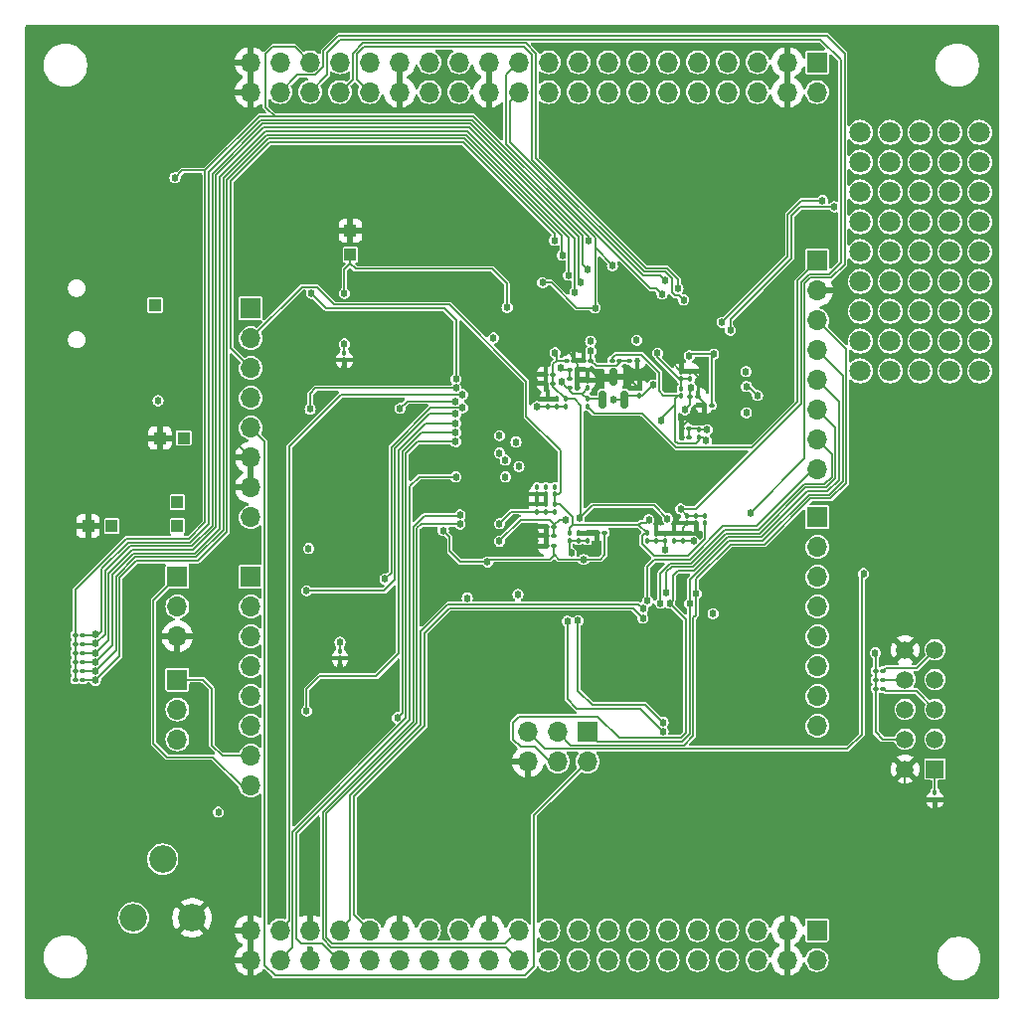
<source format=gbr>
%TF.GenerationSoftware,KiCad,Pcbnew,8.0.1*%
%TF.CreationDate,2024-05-02T11:18:55+05:30*%
%TF.ProjectId,MAX10eval,4d415831-3065-4766-916c-2e6b69636164,rev?*%
%TF.SameCoordinates,Original*%
%TF.FileFunction,Copper,L4,Bot*%
%TF.FilePolarity,Positive*%
%FSLAX46Y46*%
G04 Gerber Fmt 4.6, Leading zero omitted, Abs format (unit mm)*
G04 Created by KiCad (PCBNEW 8.0.1) date 2024-05-02 11:18:55*
%MOMM*%
%LPD*%
G01*
G04 APERTURE LIST*
G04 Aperture macros list*
%AMRoundRect*
0 Rectangle with rounded corners*
0 $1 Rounding radius*
0 $2 $3 $4 $5 $6 $7 $8 $9 X,Y pos of 4 corners*
0 Add a 4 corners polygon primitive as box body*
4,1,4,$2,$3,$4,$5,$6,$7,$8,$9,$2,$3,0*
0 Add four circle primitives for the rounded corners*
1,1,$1+$1,$2,$3*
1,1,$1+$1,$4,$5*
1,1,$1+$1,$6,$7*
1,1,$1+$1,$8,$9*
0 Add four rect primitives between the rounded corners*
20,1,$1+$1,$2,$3,$4,$5,0*
20,1,$1+$1,$4,$5,$6,$7,0*
20,1,$1+$1,$6,$7,$8,$9,0*
20,1,$1+$1,$8,$9,$2,$3,0*%
G04 Aperture macros list end*
%TA.AperFunction,ComponentPad*%
%ADD10C,1.800000*%
%TD*%
%TA.AperFunction,ComponentPad*%
%ADD11R,1.000000X1.000000*%
%TD*%
%TA.AperFunction,ComponentPad*%
%ADD12R,1.700000X1.700000*%
%TD*%
%TA.AperFunction,ComponentPad*%
%ADD13O,1.700000X1.700000*%
%TD*%
%TA.AperFunction,ComponentPad*%
%ADD14C,2.340000*%
%TD*%
%TA.AperFunction,ComponentPad*%
%ADD15R,1.490000X1.490000*%
%TD*%
%TA.AperFunction,ComponentPad*%
%ADD16C,1.490000*%
%TD*%
%TA.AperFunction,SMDPad,CuDef*%
%ADD17RoundRect,0.100000X0.130000X0.100000X-0.130000X0.100000X-0.130000X-0.100000X0.130000X-0.100000X0*%
%TD*%
%TA.AperFunction,SMDPad,CuDef*%
%ADD18RoundRect,0.100000X-0.100000X0.130000X-0.100000X-0.130000X0.100000X-0.130000X0.100000X0.130000X0*%
%TD*%
%TA.AperFunction,SMDPad,CuDef*%
%ADD19RoundRect,0.100000X-0.130000X-0.100000X0.130000X-0.100000X0.130000X0.100000X-0.130000X0.100000X0*%
%TD*%
%TA.AperFunction,SMDPad,CuDef*%
%ADD20RoundRect,0.100000X0.100000X-0.130000X0.100000X0.130000X-0.100000X0.130000X-0.100000X-0.130000X0*%
%TD*%
%TA.AperFunction,SMDPad,CuDef*%
%ADD21RoundRect,0.150000X0.150000X-0.587500X0.150000X0.587500X-0.150000X0.587500X-0.150000X-0.587500X0*%
%TD*%
%TA.AperFunction,ViaPad*%
%ADD22C,0.625000*%
%TD*%
%TA.AperFunction,Conductor*%
%ADD23C,0.150000*%
%TD*%
%TA.AperFunction,Conductor*%
%ADD24C,0.200000*%
%TD*%
G04 APERTURE END LIST*
D10*
%TO.P,,1*%
%TO.N,N/C*%
X181610000Y-78613000D03*
%TD*%
%TO.P,,1*%
%TO.N,N/C*%
X179070000Y-73533000D03*
%TD*%
%TO.P,,1*%
%TO.N,N/C*%
X184150000Y-81153000D03*
%TD*%
D11*
%TO.P,TP1,1,1*%
%TO.N,VBUS_5V*%
X118999000Y-78105000D03*
%TD*%
%TO.P,TP4,1,1*%
%TO.N,+3.3V*%
X115316000Y-96901000D03*
%TD*%
D10*
%TO.P,,1*%
%TO.N,N/C*%
X179070000Y-63373000D03*
%TD*%
%TO.P,,1*%
%TO.N,N/C*%
X184150000Y-78613000D03*
%TD*%
%TO.P,,1*%
%TO.N,N/C*%
X186690000Y-68453000D03*
%TD*%
%TO.P,,1*%
%TO.N,N/C*%
X179070000Y-83693000D03*
%TD*%
%TO.P,,1*%
%TO.N,N/C*%
X181610000Y-73533000D03*
%TD*%
D12*
%TO.P,J9,1,Pin_1*%
%TO.N,VCCIO6*%
X175387000Y-57404000D03*
D13*
%TO.P,J9,2,Pin_2*%
%TO.N,VREFB6N0*%
X175387000Y-59944000D03*
%TO.P,J9,3,Pin_3*%
%TO.N,Earth*%
X172847000Y-57404000D03*
%TO.P,J9,4,Pin_4*%
X172847000Y-59944000D03*
%TO.P,J9,5,Pin_5*%
%TO.N,DIFFIO_R14P{slash}CLK2P*%
X170307000Y-57404000D03*
%TO.P,J9,6,Pin_6*%
%TO.N,DIFFIO_R16P{slash}CLK3P*%
X170307000Y-59944000D03*
%TO.P,J9,7,Pin_7*%
%TO.N,DIFFIO_R14N{slash}CLK2N*%
X167767000Y-57404000D03*
%TO.P,J9,8,Pin_8*%
%TO.N,DIFFIO_R16N{slash}CLK3N*%
X167767000Y-59944000D03*
%TO.P,J9,9,Pin_9*%
%TO.N,DIFFIO_R18P*%
X165227000Y-57404000D03*
%TO.P,J9,10,Pin_10*%
%TO.N,DIFFIO_R26P{slash}DPCLK3*%
X165227000Y-59944000D03*
%TO.P,J9,11,Pin_11*%
%TO.N,DIFFIO_R18N*%
X162687000Y-57404000D03*
%TO.P,J9,12,Pin_12*%
%TO.N,DIFFIO_R26N{slash}DPCLK2*%
X162687000Y-59944000D03*
%TO.P,J9,13,Pin_13*%
%TO.N,DIFFIO_R27P*%
X160147000Y-57404000D03*
%TO.P,J9,14,Pin_14*%
%TO.N,DIFFIO_R28P*%
X160147000Y-59944000D03*
%TO.P,J9,15,Pin_15*%
%TO.N,DIFFIO_R27N*%
X157607000Y-57404000D03*
%TO.P,J9,16,Pin_16*%
%TO.N,DIFFIO_R28N*%
X157607000Y-59944000D03*
%TO.P,J9,17,Pin_17*%
%TO.N,DIFFIO_R33P*%
X155067000Y-57404000D03*
%TO.P,J9,18,Pin_18*%
%TO.N,unconnected-(J9-Pin_18-Pad18)*%
X155067000Y-59944000D03*
%TO.P,J9,19,Pin_19*%
%TO.N,DIFFIO_R33N*%
X152527000Y-57404000D03*
%TO.P,J9,20,Pin_20*%
%TO.N,unconnected-(J9-Pin_20-Pad20)*%
X152527000Y-59944000D03*
%TO.P,J9,21,Pin_21*%
%TO.N,VCCIO7*%
X149987000Y-57404000D03*
%TO.P,J9,22,Pin_22*%
%TO.N,VREFB7N0*%
X149987000Y-59944000D03*
%TO.P,J9,23,Pin_23*%
%TO.N,Earth*%
X147447000Y-57404000D03*
%TO.P,J9,24,Pin_24*%
X147447000Y-59944000D03*
%TO.P,J9,25,Pin_25*%
%TO.N,DIFFIO_T1P*%
X144907000Y-57404000D03*
%TO.P,J9,26,Pin_26*%
%TO.N,DIFFIO_T10P*%
X144907000Y-59944000D03*
%TO.P,J9,27,Pin_27*%
%TO.N,DIFFIO_T1N*%
X142367000Y-57404000D03*
%TO.P,J9,28,Pin_28*%
%TO.N,DIFFIO_T10N*%
X142367000Y-59944000D03*
%TO.P,J9,29,Pin_29*%
%TO.N,Earth*%
X139827000Y-57404000D03*
%TO.P,J9,30,Pin_30*%
X139827000Y-59944000D03*
%TO.P,J9,31,Pin_31*%
%TO.N,unconnected-(J9-Pin_31-Pad31)*%
X137287000Y-57404000D03*
%TO.P,J9,32,Pin_32*%
%TO.N,DIFFIO_T4N*%
X137287000Y-59944000D03*
%TO.P,J9,33,Pin_33*%
%TO.N,unconnected-(J9-Pin_33-Pad33)*%
X134747000Y-57404000D03*
%TO.P,J9,34,Pin_34*%
%TO.N,DIFFIO_T6P*%
X134747000Y-59944000D03*
%TO.P,J9,35,Pin_35*%
%TO.N,VCCIO8*%
X132207000Y-57404000D03*
%TO.P,J9,36,Pin_36*%
%TO.N,VCCIO5*%
X132207000Y-59944000D03*
%TO.P,J9,37,Pin_37*%
%TO.N,VREFB8N0*%
X129667000Y-57404000D03*
%TO.P,J9,38,Pin_38*%
%TO.N,VREFB5N0*%
X129667000Y-59944000D03*
%TO.P,J9,39,Pin_39*%
%TO.N,Earth*%
X127127000Y-57404000D03*
%TO.P,J9,40,Pin_40*%
X127127000Y-59944000D03*
%TD*%
D10*
%TO.P,,1*%
%TO.N,N/C*%
X179070000Y-78613000D03*
%TD*%
%TO.P,,1*%
%TO.N,N/C*%
X179070000Y-65913000D03*
%TD*%
%TO.P,,1*%
%TO.N,N/C*%
X189230000Y-83693000D03*
%TD*%
%TO.P,,1*%
%TO.N,N/C*%
X184150000Y-73533000D03*
%TD*%
%TO.P,,1*%
%TO.N,N/C*%
X189230000Y-78613000D03*
%TD*%
D12*
%TO.P,J11,1,Pin_1*%
%TO.N,Arduino_IO12*%
X155829000Y-114427000D03*
D13*
%TO.P,J11,2,Pin_2*%
%TO.N,VBUS_5V*%
X155829000Y-116967000D03*
%TO.P,J11,3,Pin_3*%
%TO.N,Arduino_IO13*%
X153289000Y-114427000D03*
%TO.P,J11,4,Pin_4*%
%TO.N,Arduino_IO11*%
X153289000Y-116967000D03*
%TO.P,J11,5,Pin_5*%
%TO.N,RESET_N*%
X150749000Y-114427000D03*
%TO.P,J11,6,Pin_6*%
%TO.N,Earth*%
X150749000Y-116967000D03*
%TD*%
D10*
%TO.P,,1*%
%TO.N,N/C*%
X189230000Y-81153000D03*
%TD*%
%TO.P,,1*%
%TO.N,N/C*%
X181610000Y-70993000D03*
%TD*%
%TO.P,,1*%
%TO.N,N/C*%
X179070000Y-70993000D03*
%TD*%
%TO.P,,1*%
%TO.N,N/C*%
X184150000Y-63373000D03*
%TD*%
%TO.P,,1*%
%TO.N,N/C*%
X189230000Y-65913000D03*
%TD*%
%TO.P,,1*%
%TO.N,N/C*%
X189230000Y-73533000D03*
%TD*%
%TO.P,,1*%
%TO.N,N/C*%
X181610000Y-63373000D03*
%TD*%
%TO.P,,1*%
%TO.N,N/C*%
X181610000Y-68453000D03*
%TD*%
%TO.P,,1*%
%TO.N,N/C*%
X186690000Y-83693000D03*
%TD*%
D11*
%TO.P,TP3,1,1*%
%TO.N,VCC_CORE*%
X120904000Y-96901000D03*
%TD*%
D10*
%TO.P,,1*%
%TO.N,N/C*%
X189230000Y-63373000D03*
%TD*%
D12*
%TO.P,J3,1,Pin_1*%
%TO.N,Arduino_Vref*%
X175412000Y-74310000D03*
D13*
%TO.P,J3,2,Pin_2*%
%TO.N,Earth*%
X175412000Y-76850000D03*
%TO.P,J3,3,Pin_3*%
%TO.N,Arduino_IO13*%
X175412000Y-79390000D03*
%TO.P,J3,4,Pin_4*%
%TO.N,Arduino_IO12*%
X175412000Y-81930000D03*
%TO.P,J3,5,Pin_5*%
%TO.N,Arduino_IO11*%
X175412000Y-84470000D03*
%TO.P,J3,6,Pin_6*%
%TO.N,Arduino_IO10*%
X175412000Y-87010000D03*
%TO.P,J3,7,Pin_7*%
%TO.N,Arduino_IO9*%
X175412000Y-89550000D03*
%TO.P,J3,8,Pin_8*%
%TO.N,Arduino_IO8*%
X175412000Y-92090000D03*
%TD*%
D10*
%TO.P,,1*%
%TO.N,N/C*%
X181610000Y-81153000D03*
%TD*%
%TO.P,,1*%
%TO.N,N/C*%
X189230000Y-76073000D03*
%TD*%
%TO.P,,1*%
%TO.N,N/C*%
X179070000Y-68453000D03*
%TD*%
%TO.P,,1*%
%TO.N,N/C*%
X186690000Y-70993000D03*
%TD*%
%TO.P,,1*%
%TO.N,N/C*%
X189230000Y-70993000D03*
%TD*%
%TO.P,,1*%
%TO.N,N/C*%
X186690000Y-78613000D03*
%TD*%
D12*
%TO.P,J7,1,Pin_1*%
%TO.N,Arduino_A6*%
X120904000Y-109982000D03*
D13*
%TO.P,J7,2,Pin_2*%
%TO.N,Net-(J7-Pin_2)*%
X120904000Y-112522000D03*
%TO.P,J7,3,Pin_3*%
%TO.N,Net-(J7-Pin_3)*%
X120904000Y-115062000D03*
%TD*%
D10*
%TO.P,,1*%
%TO.N,N/C*%
X184150000Y-70993000D03*
%TD*%
%TO.P,,1*%
%TO.N,N/C*%
X179070000Y-76073000D03*
%TD*%
%TO.P,,1*%
%TO.N,N/C*%
X179070000Y-81153000D03*
%TD*%
D12*
%TO.P,J5,1,Pin_1*%
%TO.N,Arduino_IO7*%
X175412000Y-96154000D03*
D13*
%TO.P,J5,2,Pin_2*%
%TO.N,Arduino_IO6*%
X175412000Y-98694000D03*
%TO.P,J5,3,Pin_3*%
%TO.N,Arduino_IO5*%
X175412000Y-101234000D03*
%TO.P,J5,4,Pin_4*%
%TO.N,Arduino_IO4*%
X175412000Y-103774000D03*
%TO.P,J5,5,Pin_5*%
%TO.N,Arduino_IO3*%
X175412000Y-106314000D03*
%TO.P,J5,6,Pin_6*%
%TO.N,Arduino_IO2*%
X175412000Y-108854000D03*
%TO.P,J5,7,Pin_7*%
%TO.N,Arduino_IO1*%
X175412000Y-111394000D03*
%TO.P,J5,8,Pin_8*%
%TO.N,Arduino_IO0*%
X175412000Y-113934000D03*
%TD*%
D10*
%TO.P,,1*%
%TO.N,N/C*%
X184150000Y-76073000D03*
%TD*%
D14*
%TO.P,R94,1,1*%
%TO.N,Net-(R15-Pad2)*%
X117159000Y-130262000D03*
%TO.P,R94,2,2*%
%TO.N,Net-(J7-Pin_3)*%
X119659000Y-125262000D03*
%TO.P,R94,3,3*%
%TO.N,Earth*%
X122159000Y-130262000D03*
%TD*%
D12*
%TO.P,J4,1,Pin_1*%
%TO.N,Arduino_A0*%
X127152000Y-101234000D03*
D13*
%TO.P,J4,2,Pin_2*%
%TO.N,Arduino_A1*%
X127152000Y-103774000D03*
%TO.P,J4,3,Pin_3*%
%TO.N,Arduino_A2*%
X127152000Y-106314000D03*
%TO.P,J4,4,Pin_4*%
%TO.N,Arduino_A3*%
X127152000Y-108854000D03*
%TO.P,J4,5,Pin_5*%
%TO.N,Arduino_A4*%
X127152000Y-111394000D03*
%TO.P,J4,6,Pin_6*%
%TO.N,Arduino_A5*%
X127152000Y-113934000D03*
%TO.P,J4,7,Pin_7*%
%TO.N,Arduino_A6*%
X127152000Y-116474000D03*
%TO.P,J4,8,Pin_8*%
%TO.N,Arduino_A7*%
X127152000Y-119014000D03*
%TD*%
D10*
%TO.P,,1*%
%TO.N,N/C*%
X186690000Y-81153000D03*
%TD*%
D11*
%TO.P,TP5,1,1*%
%TO.N,VCC_IO*%
X121437400Y-89408000D03*
%TD*%
%TO.P,TP6,1,1*%
%TO.N,VCCA_3.3V*%
X135636000Y-73787000D03*
%TD*%
D10*
%TO.P,,1*%
%TO.N,N/C*%
X181610000Y-83693000D03*
%TD*%
%TO.P,,1*%
%TO.N,N/C*%
X186690000Y-76073000D03*
%TD*%
D11*
%TO.P,TP9,1,1*%
%TO.N,Earth*%
X119405400Y-89408000D03*
%TD*%
D10*
%TO.P,,1*%
%TO.N,N/C*%
X186690000Y-73533000D03*
%TD*%
%TO.P,,1*%
%TO.N,N/C*%
X184150000Y-68453000D03*
%TD*%
%TO.P,,1*%
%TO.N,N/C*%
X184150000Y-65913000D03*
%TD*%
%TO.P,,1*%
%TO.N,N/C*%
X186690000Y-63373000D03*
%TD*%
D11*
%TO.P,TP2,1,1*%
%TO.N,+3.3V*%
X120904000Y-94869000D03*
%TD*%
D10*
%TO.P,,1*%
%TO.N,N/C*%
X184150000Y-83693000D03*
%TD*%
D12*
%TO.P,J6,1,Pin_1*%
%TO.N,Arduino_A7*%
X120904000Y-101219000D03*
D13*
%TO.P,J6,2,Pin_2*%
%TO.N,Net-(J6-Pin_2)*%
X120904000Y-103759000D03*
%TO.P,J6,3,Pin_3*%
%TO.N,Earth*%
X120904000Y-106299000D03*
%TD*%
D12*
%TO.P,J8,1,Pin_1*%
%TO.N,VCCIO3*%
X175361600Y-131318000D03*
D13*
%TO.P,J8,2,Pin_2*%
%TO.N,VREFB3N0*%
X175361600Y-133858000D03*
%TO.P,J8,3,Pin_3*%
%TO.N,Earth*%
X172821600Y-131318000D03*
%TO.P,J8,4,Pin_4*%
X172821600Y-133858000D03*
%TO.P,J8,5,Pin_5*%
%TO.N,DIFFIO_B16P*%
X170281600Y-131318000D03*
%TO.P,J8,6,Pin_6*%
%TO.N,DIFFIO_B14P*%
X170281600Y-133858000D03*
%TO.P,J8,7,Pin_7*%
%TO.N,DIFFIO_B16N*%
X167741600Y-131318000D03*
%TO.P,J8,8,Pin_8*%
%TO.N,DIFFIO_B14N*%
X167741600Y-133858000D03*
%TO.P,J8,9,Pin_9*%
%TO.N,DIFFIO_B12P*%
X165201600Y-131318000D03*
%TO.P,J8,10,Pin_10*%
%TO.N,DIFFIO_B9P*%
X165201600Y-133858000D03*
%TO.P,J8,11,Pin_11*%
%TO.N,DIFFIO_B12N*%
X162661600Y-131318000D03*
%TO.P,J8,12,Pin_12*%
%TO.N,DIFFIO_B9N*%
X162661600Y-133858000D03*
%TO.P,J8,13,Pin_13*%
%TO.N,DIFFIO_B7P*%
X160121600Y-131318000D03*
%TO.P,J8,14,Pin_14*%
%TO.N,DIFFIO_B5P*%
X160121600Y-133858000D03*
%TO.P,J8,15,Pin_15*%
%TO.N,DIFFIO_B7N*%
X157581600Y-131318000D03*
%TO.P,J8,16,Pin_16*%
%TO.N,DIFFIO_B5N*%
X157581600Y-133858000D03*
%TO.P,J8,17,Pin_17*%
%TO.N,DIFFIO_B3P*%
X155041600Y-131318000D03*
%TO.P,J8,18,Pin_18*%
%TO.N,DIFFIO_B1P*%
X155041600Y-133858000D03*
%TO.P,J8,19,Pin_19*%
%TO.N,DIFFIO_B3N*%
X152501600Y-131318000D03*
%TO.P,J8,20,Pin_20*%
%TO.N,DIFFIO_B1N*%
X152501600Y-133858000D03*
%TO.P,J8,21,Pin_21*%
%TO.N,VCCIO2*%
X149961600Y-131318000D03*
%TO.P,J8,22,Pin_22*%
%TO.N,VREFB2N0*%
X149961600Y-133858000D03*
%TO.P,J8,23,Pin_23*%
%TO.N,Earth*%
X147421600Y-131318000D03*
%TO.P,J8,24,Pin_24*%
X147421600Y-133858000D03*
%TO.P,J8,25,Pin_25*%
%TO.N,DIFFIO_L27P{slash}PLL_CLKOUTP*%
X144881600Y-131318000D03*
%TO.P,J8,26,Pin_26*%
%TO.N,DIFFIO_L20P{slash}CLK1P*%
X144881600Y-133858000D03*
%TO.P,J8,27,Pin_27*%
%TO.N,DIFFIO_L27N{slash}PLL_CLKOUTN*%
X142341600Y-131318000D03*
%TO.P,J8,28,Pin_28*%
%TO.N,DIFFIO_L20N{slash}CLK1N*%
X142341600Y-133858000D03*
%TO.P,J8,29,Pin_29*%
%TO.N,Earth*%
X139801600Y-131318000D03*
%TO.P,J8,30,Pin_30*%
X139801600Y-133858000D03*
%TO.P,J8,31,Pin_31*%
%TO.N,VCCIO4*%
X137261600Y-131318000D03*
%TO.P,J8,32,Pin_32*%
%TO.N,unconnected-(J8-Pin_32-Pad32)*%
X137261600Y-133858000D03*
%TO.P,J8,33,Pin_33*%
%TO.N,VREFB4N0*%
X134721600Y-131318000D03*
%TO.P,J8,34,Pin_34*%
%TO.N,VCCIO1B*%
X134721600Y-133858000D03*
%TO.P,J8,35,Pin_35*%
%TO.N,Earth*%
X132181600Y-131318000D03*
%TO.P,J8,36,Pin_36*%
X132181600Y-133858000D03*
%TO.P,J8,37,Pin_37*%
%TO.N,VCCIO1A*%
X129641600Y-131318000D03*
%TO.P,J8,38,Pin_38*%
%TO.N,VREFB1N0*%
X129641600Y-133858000D03*
%TO.P,J8,39,Pin_39*%
%TO.N,Earth*%
X127101600Y-131318000D03*
%TO.P,J8,40,Pin_40*%
X127101600Y-133858000D03*
%TD*%
D10*
%TO.P,,1*%
%TO.N,N/C*%
X189230000Y-68453000D03*
%TD*%
%TO.P,,1*%
%TO.N,N/C*%
X181610000Y-65913000D03*
%TD*%
D12*
%TO.P,J2,1,Pin_1*%
%TO.N,unconnected-(J2-Pin_1-Pad1)*%
X127152000Y-78374000D03*
D13*
%TO.P,J2,2,Pin_2*%
%TO.N,VCC_IO*%
X127152000Y-80914000D03*
%TO.P,J2,3,Pin_3*%
%TO.N,RESET_N*%
X127152000Y-83454000D03*
%TO.P,J2,4,Pin_4*%
%TO.N,+3.3V*%
X127152000Y-85994000D03*
%TO.P,J2,5,Pin_5*%
%TO.N,VBUS_5V*%
X127152000Y-88534000D03*
%TO.P,J2,6,Pin_6*%
%TO.N,Earth*%
X127152000Y-91074000D03*
%TO.P,J2,7,Pin_7*%
X127152000Y-93614000D03*
%TO.P,J2,8,Pin_8*%
%TO.N,unconnected-(J2-Pin_8-Pad8)*%
X127152000Y-96154000D03*
%TD*%
D11*
%TO.P,TP7,1,1*%
%TO.N,Earth*%
X135636000Y-71755000D03*
%TD*%
D15*
%TO.P,J10,1,1*%
%TO.N,TCK*%
X185420000Y-117602000D03*
D16*
%TO.P,J10,2,2*%
%TO.N,Earth*%
X182880000Y-117602000D03*
%TO.P,J10,3,3*%
%TO.N,TDO*%
X185420000Y-115062000D03*
%TO.P,J10,4,4*%
%TO.N,VCCIO1B*%
X182880000Y-115062000D03*
%TO.P,J10,5,5*%
%TO.N,TMS*%
X185420000Y-112522000D03*
%TO.P,J10,6,6*%
%TO.N,unconnected-(J10-Pad6)*%
X182880000Y-112522000D03*
%TO.P,J10,7,7*%
%TO.N,unconnected-(J10-Pad7)*%
X185420000Y-109982000D03*
%TO.P,J10,8,8*%
%TO.N,JTAGEN*%
X182880000Y-109982000D03*
%TO.P,J10,9,9*%
%TO.N,TDI*%
X185420000Y-107442000D03*
%TO.P,J10,10,10*%
%TO.N,Earth*%
X182880000Y-107442000D03*
%TD*%
D11*
%TO.P,TP8,1,1*%
%TO.N,Earth*%
X113298000Y-96901000D03*
%TD*%
D10*
%TO.P,,1*%
%TO.N,N/C*%
X186690000Y-65913000D03*
%TD*%
%TO.P,,1*%
%TO.N,N/C*%
X181610000Y-76073000D03*
%TD*%
D17*
%TO.P,C7,1*%
%TO.N,VCCA_3.3V*%
X152989200Y-97713800D03*
%TO.P,C7,2*%
%TO.N,Earth*%
X152349200Y-97713800D03*
%TD*%
D18*
%TO.P,R38,1*%
%TO.N,VCC_IO*%
X154305000Y-97506000D03*
%TO.P,R38,2*%
%TO.N,VCCIO3*%
X154305000Y-98146000D03*
%TD*%
%TO.P,R74,1*%
%TO.N,ADC_VREF*%
X155829000Y-86076000D03*
%TO.P,R74,2*%
%TO.N,Arduino_Vref*%
X155829000Y-86716000D03*
%TD*%
D17*
%TO.P,C5,1*%
%TO.N,VCCA_3.3V*%
X152989200Y-96951800D03*
%TO.P,C5,2*%
%TO.N,Earth*%
X152349200Y-96951800D03*
%TD*%
D19*
%TO.P,C46,1*%
%TO.N,ANAIN1*%
X154317000Y-84353400D03*
%TO.P,C46,2*%
%TO.N,Earth*%
X154957000Y-84353400D03*
%TD*%
D20*
%TO.P,C17,1*%
%TO.N,VCCIO1A*%
X152450800Y-86716000D03*
%TO.P,C17,2*%
%TO.N,Earth*%
X152450800Y-86076000D03*
%TD*%
%TO.P,R40,1*%
%TO.N,VCC_IO*%
X165328600Y-89342600D03*
%TO.P,R40,2*%
%TO.N,VCCIO6*%
X165328600Y-88702600D03*
%TD*%
D19*
%TO.P,R64,1*%
%TO.N,VCCIO8*%
X112202000Y-109982000D03*
%TO.P,R64,2*%
%TO.N,BOOT_SEL*%
X112842000Y-109982000D03*
%TD*%
D20*
%TO.P,C33,1*%
%TO.N,VCCIO3*%
X155829000Y-98146000D03*
%TO.P,C33,2*%
%TO.N,Earth*%
X155829000Y-97506000D03*
%TD*%
%TO.P,C61,1*%
%TO.N,ADC_VREF*%
X155829000Y-85152000D03*
%TO.P,C61,2*%
%TO.N,Earth*%
X155829000Y-84512000D03*
%TD*%
D18*
%TO.P,R25,1*%
%TO.N,VCC_IO*%
X160909000Y-97516000D03*
%TO.P,R25,2*%
%TO.N,VCCIO4*%
X160909000Y-98156000D03*
%TD*%
D19*
%TO.P,C41,1*%
%TO.N,VCCIO8*%
X159425000Y-82804000D03*
%TO.P,C41,2*%
%TO.N,Earth*%
X160065000Y-82804000D03*
%TD*%
%TO.P,C10,1*%
%TO.N,VCC_CORE*%
X164587000Y-85852000D03*
%TO.P,C10,2*%
%TO.N,Earth*%
X165227000Y-85852000D03*
%TD*%
D17*
%TO.P,C40,1*%
%TO.N,VCCIO8*%
X156128000Y-82804000D03*
%TO.P,C40,2*%
%TO.N,Earth*%
X155488000Y-82804000D03*
%TD*%
%TO.P,C6,1*%
%TO.N,VCCA_3.3V*%
X166415000Y-86614000D03*
%TO.P,C6,2*%
%TO.N,Earth*%
X165775000Y-86614000D03*
%TD*%
%TO.P,C44,1*%
%TO.N,VCCA_3.3V*%
X152908000Y-83997800D03*
%TO.P,C44,2*%
%TO.N,Earth*%
X152268000Y-83997800D03*
%TD*%
D19*
%TO.P,C48,1*%
%TO.N,VCCA_3.3V*%
X154021000Y-82804000D03*
%TO.P,C48,2*%
%TO.N,Earth*%
X154661000Y-82804000D03*
%TD*%
D18*
%TO.P,C43,1*%
%TO.N,VCCIO1B*%
X151511000Y-93554000D03*
%TO.P,C43,2*%
%TO.N,Earth*%
X151511000Y-94194000D03*
%TD*%
D19*
%TO.P,R73,1*%
%TO.N,ANAIN1*%
X154317000Y-83566000D03*
%TO.P,R73,2*%
%TO.N,Earth*%
X154957000Y-83566000D03*
%TD*%
D18*
%TO.P,C52,1*%
%TO.N,VCCA_3.3V*%
X134747000Y-107524000D03*
%TO.P,C52,2*%
%TO.N,Earth*%
X134747000Y-108164000D03*
%TD*%
D17*
%TO.P,C8,1*%
%TO.N,VCC_CORE*%
X152989200Y-98602800D03*
%TO.P,C8,2*%
%TO.N,Earth*%
X152349200Y-98602800D03*
%TD*%
D20*
%TO.P,C34,1*%
%TO.N,VCCIO3*%
X155067000Y-98146000D03*
%TO.P,C34,2*%
%TO.N,Earth*%
X155067000Y-97506000D03*
%TD*%
%TO.P,C49,1*%
%TO.N,VCCA_3.3V*%
X163957000Y-98156000D03*
%TO.P,C49,2*%
%TO.N,Earth*%
X163957000Y-97516000D03*
%TD*%
D17*
%TO.P,C37,1*%
%TO.N,VCCIO6*%
X164505600Y-89382600D03*
%TO.P,C37,2*%
%TO.N,Earth*%
X163865600Y-89382600D03*
%TD*%
D19*
%TO.P,R68,1*%
%TO.N,VCCIO8*%
X112202000Y-106934000D03*
%TO.P,R68,2*%
%TO.N,Switch 2*%
X112842000Y-106934000D03*
%TD*%
D20*
%TO.P,R26,1*%
%TO.N,VCC_IO*%
X165862000Y-96647000D03*
%TO.P,R26,2*%
%TO.N,VCCIO5*%
X165862000Y-96007000D03*
%TD*%
D18*
%TO.P,R27,1*%
%TO.N,VCC_IO*%
X153035000Y-95036000D03*
%TO.P,R27,2*%
%TO.N,VCCIO2*%
X153035000Y-95676000D03*
%TD*%
D20*
%TO.P,C32,1*%
%TO.N,VCCIO2*%
X152273000Y-95676000D03*
%TO.P,C32,2*%
%TO.N,Earth*%
X152273000Y-95036000D03*
%TD*%
%TO.P,C27,1*%
%TO.N,VCCIO4*%
X162433000Y-98171000D03*
%TO.P,C27,2*%
%TO.N,Earth*%
X162433000Y-97531000D03*
%TD*%
%TO.P,C31,1*%
%TO.N,VCCIO2*%
X151511000Y-95676000D03*
%TO.P,C31,2*%
%TO.N,Earth*%
X151511000Y-95036000D03*
%TD*%
D17*
%TO.P,C16,1*%
%TO.N,VCC_CORE*%
X157292000Y-97466000D03*
%TO.P,C16,2*%
%TO.N,Earth*%
X156652000Y-97466000D03*
%TD*%
D20*
%TO.P,C18,1*%
%TO.N,VCCIO1A*%
X153212800Y-86716000D03*
%TO.P,C18,2*%
%TO.N,Earth*%
X153212800Y-86076000D03*
%TD*%
D17*
%TO.P,C4,1*%
%TO.N,VCCA_3.3V*%
X152908000Y-84759800D03*
%TO.P,C4,2*%
%TO.N,Earth*%
X152268000Y-84759800D03*
%TD*%
D19*
%TO.P,R66,1*%
%TO.N,VCCIO8*%
X112202000Y-108458000D03*
%TO.P,R66,2*%
%TO.N,Switch 4*%
X112842000Y-108458000D03*
%TD*%
D20*
%TO.P,R62,1*%
%TO.N,Earth*%
X185420000Y-120229000D03*
%TO.P,R62,2*%
%TO.N,TCK*%
X185420000Y-119589000D03*
%TD*%
D18*
%TO.P,C42,1*%
%TO.N,VCCIO1B*%
X152273000Y-93554000D03*
%TO.P,C42,2*%
%TO.N,Earth*%
X152273000Y-94194000D03*
%TD*%
%TO.P,C29,1*%
%TO.N,VCCIO5*%
X164338000Y-96007000D03*
%TO.P,C29,2*%
%TO.N,Earth*%
X164338000Y-96647000D03*
%TD*%
%TO.P,C30,1*%
%TO.N,VCCIO5*%
X165100000Y-96007000D03*
%TO.P,C30,2*%
%TO.N,Earth*%
X165100000Y-96647000D03*
%TD*%
D19*
%TO.P,R55,1*%
%TO.N,VCCIO1B*%
X180375600Y-110744000D03*
%TO.P,R55,2*%
%TO.N,TMS*%
X181015600Y-110744000D03*
%TD*%
%TO.P,R56,1*%
%TO.N,VCCIO1B*%
X180380000Y-109982000D03*
%TO.P,R56,2*%
%TO.N,JTAGEN*%
X181020000Y-109982000D03*
%TD*%
D18*
%TO.P,C51,1*%
%TO.N,VCCA_3.3V*%
X135128000Y-82124000D03*
%TO.P,C51,2*%
%TO.N,Earth*%
X135128000Y-82764000D03*
%TD*%
D19*
%TO.P,R65,1*%
%TO.N,VCCIO8*%
X112202000Y-109220000D03*
%TO.P,R65,2*%
%TO.N,Switch 5*%
X112842000Y-109220000D03*
%TD*%
D21*
%TO.P,U5,1,Vin*%
%TO.N,VCCA_3.3V*%
X159004000Y-86106000D03*
%TO.P,U5,2,Vout*%
%TO.N,ADC_VREF*%
X157104000Y-86106000D03*
%TO.P,U5,3,Vss*%
%TO.N,Earth*%
X158054000Y-84231000D03*
%TD*%
D20*
%TO.P,C38,1*%
%TO.N,VCCIO7*%
X164592000Y-84373000D03*
%TO.P,C38,2*%
%TO.N,Earth*%
X164592000Y-83733000D03*
%TD*%
%TO.P,C39,1*%
%TO.N,VCCIO7*%
X163830000Y-84373000D03*
%TO.P,C39,2*%
%TO.N,Earth*%
X163830000Y-83733000D03*
%TD*%
D17*
%TO.P,C36,1*%
%TO.N,VCCIO6*%
X164505600Y-88620600D03*
%TO.P,C36,2*%
%TO.N,Earth*%
X163865600Y-88620600D03*
%TD*%
D19*
%TO.P,C12,1*%
%TO.N,ADC_VREF*%
X154317000Y-85140800D03*
%TO.P,C12,2*%
%TO.N,Earth*%
X154957000Y-85140800D03*
%TD*%
%TO.P,R67,1*%
%TO.N,VCCIO8*%
X112202000Y-107696000D03*
%TO.P,R67,2*%
%TO.N,Switch 3*%
X112842000Y-107696000D03*
%TD*%
D20*
%TO.P,R47,1*%
%TO.N,VCC_IO*%
X163830000Y-85841800D03*
%TO.P,R47,2*%
%TO.N,VCCIO7*%
X163830000Y-85201800D03*
%TD*%
D19*
%TO.P,R63,1*%
%TO.N,VCC_IO*%
X157922000Y-82804000D03*
%TO.P,R63,2*%
%TO.N,VCCIO8*%
X158562000Y-82804000D03*
%TD*%
D20*
%TO.P,R70,1*%
%TO.N,VCC_IO*%
X153035000Y-94194000D03*
%TO.P,R70,2*%
%TO.N,VCCIO1B*%
X153035000Y-93554000D03*
%TD*%
%TO.P,C45,1*%
%TO.N,VCCA_3.3V*%
X163195000Y-98156000D03*
%TO.P,C45,2*%
%TO.N,Earth*%
X163195000Y-97516000D03*
%TD*%
%TO.P,R6,1*%
%TO.N,VCCIO1A*%
X153974800Y-86716000D03*
%TO.P,R6,2*%
%TO.N,VCCA_3.3V*%
X153974800Y-86076000D03*
%TD*%
%TO.P,C28,1*%
%TO.N,VCCIO4*%
X161671000Y-98171000D03*
%TO.P,C28,2*%
%TO.N,Earth*%
X161671000Y-97531000D03*
%TD*%
D19*
%TO.P,R54,1*%
%TO.N,VCCIO1B*%
X180380000Y-109220000D03*
%TO.P,R54,2*%
%TO.N,TDI*%
X181020000Y-109220000D03*
%TD*%
D20*
%TO.P,C47,1*%
%TO.N,VCCA_3.3V*%
X160274000Y-85800000D03*
%TO.P,C47,2*%
%TO.N,Earth*%
X160274000Y-85160000D03*
%TD*%
D19*
%TO.P,R69,1*%
%TO.N,VCCIO8*%
X112202000Y-106172000D03*
%TO.P,R69,2*%
%TO.N,Switch 1*%
X112842000Y-106172000D03*
%TD*%
D22*
%TO.N,VBUS_5V*%
X119253000Y-86233000D03*
%TO.N,Earth*%
X135128000Y-83489800D03*
X150571200Y-94665800D03*
X178562000Y-87096600D03*
X159969200Y-95758000D03*
X163982400Y-102616000D03*
X161456500Y-102576793D03*
X162737800Y-78282800D03*
X153644600Y-81483200D03*
X134747000Y-108889800D03*
X163042600Y-82804000D03*
X156464000Y-99198300D03*
X150977600Y-99198300D03*
X137033000Y-100584000D03*
X156905500Y-102576793D03*
X135636000Y-98171000D03*
X110236000Y-105537000D03*
X165867500Y-83708610D03*
X166547800Y-87630000D03*
X167106600Y-102133400D03*
X166547800Y-92797500D03*
X166852600Y-78181200D03*
X182880000Y-129667000D03*
%TO.N,VCC_CORE*%
X147828000Y-80873600D03*
X147308500Y-99960500D03*
X164676516Y-85126713D03*
X155498800Y-99745800D03*
X143546998Y-97300402D03*
X132080000Y-98806000D03*
X164134800Y-86995000D03*
X166522400Y-104368600D03*
%TO.N,VCCIO3*%
X162265500Y-113619497D03*
X155016200Y-104978200D03*
X149905500Y-102743000D03*
X154457400Y-99198300D03*
%TO.N,VREFB3N0*%
X162265500Y-114404500D03*
X154119448Y-104997500D03*
%TO.N,VREFB4N0*%
X160549712Y-103959802D03*
%TO.N,Arduino_IO8*%
X160948500Y-103283638D03*
%TO.N,Arduino_IO9*%
X162043500Y-103479600D03*
%TO.N,Arduino_IO10*%
X162551500Y-102539800D03*
%TO.N,Arduino_IO11*%
X162828503Y-103479600D03*
%TO.N,VCCIO4*%
X160550500Y-104745354D03*
X162433000Y-98907600D03*
%TO.N,Arduino_IO12*%
X164541200Y-103505000D03*
%TO.N,Arduino_IO13*%
X165077400Y-102666800D03*
%TO.N,VCCA_3.3V*%
X166573200Y-82270600D03*
X162647500Y-96266000D03*
X153060400Y-82143600D03*
X164490400Y-82423000D03*
X124383800Y-121259600D03*
X158038800Y-86106000D03*
X155131900Y-96251900D03*
X148336000Y-98196400D03*
X148987297Y-78296063D03*
X154000200Y-96367600D03*
X145597100Y-103033700D03*
X135128000Y-81407000D03*
X135128000Y-77089000D03*
X134747000Y-106807000D03*
X161402900Y-84886800D03*
X164871400Y-98196400D03*
%TO.N,VREFB7N0*%
X162444300Y-76003899D03*
%TO.N,DIFFIO_T4N*%
X164007800Y-77633700D03*
%TO.N,DIFFIO_T6P*%
X163539300Y-76682488D03*
%TO.N,VCCIO6*%
X169316400Y-83743800D03*
X166014400Y-88702600D03*
%TO.N,Switch 1*%
X155929931Y-72604813D03*
X113919000Y-106125994D03*
%TO.N,RESET_N*%
X175844200Y-69175500D03*
X167284400Y-79552800D03*
X160020000Y-81088100D03*
X179349400Y-100965000D03*
X153009600Y-72567800D03*
%TO.N,Switch 2*%
X155798210Y-75036990D03*
X113919000Y-106910997D03*
%TO.N,BOOT_SEL*%
X153681048Y-73837800D03*
X113919000Y-110051009D03*
%TO.N,Switch 3*%
X113919000Y-107696000D03*
X155284300Y-76149200D03*
%TO.N,VCCIO8*%
X156108400Y-82016600D03*
X120700800Y-67233800D03*
X157956042Y-74733358D03*
X156478311Y-78313220D03*
X151993600Y-76174600D03*
%TO.N,NCONFIG*%
X156094300Y-81178400D03*
X167995600Y-80238600D03*
X176866300Y-69723000D03*
%TO.N,Switch 4*%
X154750900Y-76987400D03*
X113919000Y-108481003D03*
%TO.N,Switch 5*%
X154189300Y-75539600D03*
X113919000Y-109266006D03*
%TO.N,ANAIN1*%
X153543000Y-83439000D03*
%TO.N,ADC_VREF*%
X153610499Y-84659098D03*
%TO.N,DIFFIO_RX_L1P{slash}ADC1IN2*%
X144627600Y-84378800D03*
X132334000Y-77089000D03*
%TO.N,DIFFIO_RX_L3N{slash}ADC1IN3*%
X144622627Y-85163750D03*
X132207000Y-86944200D03*
%TO.N,VCCIO1A*%
X151536400Y-86715600D03*
X145186400Y-85710000D03*
%TO.N,DIFFIO_RX_L3P{slash}ADC1IN4*%
X139852400Y-86893400D03*
X144602200Y-86272500D03*
%TO.N,DIFFIO_RX_L5N{slash}ADC1IN5*%
X145186400Y-86820000D03*
X138582400Y-101422200D03*
%TO.N,DIFFIO_RX_L5P{slash}ADC1IN6*%
X131902200Y-102412800D03*
X144602200Y-87367500D03*
%TO.N,DIFFIO_RX_L7N{slash}ADC1IN7*%
X144602200Y-88152503D03*
X131902200Y-112649000D03*
%TO.N,DIFFIO_RX_L7P{slash}ADC1IN8*%
X144602200Y-88937506D03*
X139649200Y-113233200D03*
%TO.N,JTAGEN*%
X149733000Y-89749576D03*
%TO.N,TMS*%
X148336000Y-89204800D03*
%TO.N,VREFB1N0*%
X144602200Y-89722509D03*
%TO.N,TCK*%
X149987000Y-91840978D03*
%TO.N,TDI*%
X148336000Y-90678000D03*
%TO.N,TDO*%
X148823253Y-91293478D03*
%TO.N,VREFB2N0*%
X144979944Y-95957944D03*
%TO.N,VCCIO2*%
X144976859Y-96742941D03*
X148336000Y-96697800D03*
%TO.N,VREFB5N0*%
X169697400Y-95757500D03*
%TO.N,VCCIO5*%
X163753800Y-95442500D03*
%TO.N,VREFB6N0*%
X169367200Y-87257500D03*
%TO.N,DIFFIO_R27N*%
X169367200Y-85013800D03*
X170317633Y-85787405D03*
%TO.N,VCC_IO*%
X161061400Y-96356300D03*
X165938200Y-89653100D03*
X162077400Y-87909400D03*
%TO.N,VCCIO1B*%
X144627600Y-92710000D03*
X148844000Y-92710000D03*
X180340000Y-107696000D03*
%TO.N,VCCIO7*%
X162179000Y-77139800D03*
X161797792Y-82182325D03*
%TD*%
D23*
%TO.N,VBUS_5V*%
X128320800Y-89702800D02*
X127152000Y-88534000D01*
X155829000Y-116967000D02*
X151282400Y-121513600D01*
X129209800Y-135178800D02*
X128320800Y-134289800D01*
X150469600Y-135178800D02*
X129209800Y-135178800D01*
X151282400Y-134366000D02*
X150469600Y-135178800D01*
X151282400Y-121513600D02*
X151282400Y-134366000D01*
X128320800Y-134289800D02*
X128320800Y-89702800D01*
%TO.N,Earth*%
X128905000Y-87249000D02*
X126492000Y-87249000D01*
X155115600Y-84512000D02*
X154957000Y-84353400D01*
X156652000Y-97466000D02*
X155107000Y-97466000D01*
X165408109Y-84168001D02*
X165227000Y-84168001D01*
X166547800Y-92797500D02*
X165418900Y-92797500D01*
X164592000Y-83733000D02*
X163830000Y-83733000D01*
X163942000Y-97531000D02*
X163957000Y-97516000D01*
X163042600Y-82945600D02*
X163830000Y-83733000D01*
X164791999Y-83733000D02*
X164592000Y-83733000D01*
X129540000Y-83947000D02*
X129540000Y-86614000D01*
X158054000Y-84231000D02*
X158837999Y-84231000D01*
X152349200Y-96951800D02*
X152349200Y-98602800D01*
X151573100Y-98602800D02*
X150977600Y-99198300D01*
X152349200Y-98602800D02*
X151573100Y-98602800D01*
X154661000Y-82804000D02*
X154957000Y-83100000D01*
X154661000Y-82575800D02*
X154661000Y-82804000D01*
X165775000Y-86614000D02*
X165775000Y-86400000D01*
X153644600Y-81483200D02*
X152831800Y-81483200D01*
X163865600Y-88420601D02*
X164966955Y-87319246D01*
X161456500Y-102576793D02*
X161496000Y-102616293D01*
X151511000Y-95036000D02*
X150941400Y-95036000D01*
X135636000Y-99441000D02*
X136779000Y-100584000D01*
X163865600Y-88620600D02*
X163865600Y-88420601D01*
X161237382Y-95758000D02*
X159969200Y-95758000D01*
X152450800Y-86076000D02*
X152450800Y-84942600D01*
X157773000Y-84512000D02*
X158054000Y-84231000D01*
X129540000Y-86614000D02*
X128905000Y-87249000D01*
X154661000Y-82804000D02*
X155488000Y-82804000D01*
X158837999Y-84231000D02*
X159262600Y-84231000D01*
X161671000Y-97531000D02*
X163942000Y-97531000D01*
X134747000Y-108164000D02*
X134747000Y-108889800D01*
X160191600Y-85160000D02*
X160274000Y-85160000D01*
X153212800Y-86076000D02*
X152450800Y-86076000D01*
X165775000Y-87277092D02*
X165775000Y-86614000D01*
X135636000Y-98171000D02*
X135636000Y-99441000D01*
X166547800Y-87630000D02*
X166127908Y-87630000D01*
X166127908Y-87630000D02*
X165817154Y-87319246D01*
X152450800Y-84942600D02*
X152268000Y-84759800D01*
X156652000Y-99010300D02*
X156464000Y-99198300D01*
X125857000Y-87884000D02*
X125857000Y-89779000D01*
X165227000Y-84168001D02*
X164791999Y-83733000D01*
X163865600Y-88620600D02*
X163865600Y-89382600D01*
X185420000Y-120229000D02*
X183348000Y-120229000D01*
X159262600Y-84231000D02*
X160191600Y-85160000D01*
X152273000Y-95036000D02*
X152273000Y-94194000D01*
X161671000Y-97531000D02*
X161671000Y-96191618D01*
X160065000Y-83470200D02*
X160065000Y-82804000D01*
X129997200Y-83489800D02*
X129540000Y-83947000D01*
X136779000Y-100584000D02*
X137033000Y-100584000D01*
X151511000Y-94194000D02*
X151511000Y-95036000D01*
X154203400Y-82118200D02*
X153644600Y-81559400D01*
X125857000Y-89779000D02*
X127152000Y-91074000D01*
X152268000Y-84759800D02*
X152268000Y-83997800D01*
X155829000Y-84512000D02*
X157773000Y-84512000D01*
X154957000Y-83100000D02*
X154957000Y-83566000D01*
X164966955Y-87319246D02*
X165817154Y-87319246D01*
X182880000Y-119761000D02*
X182880000Y-129667000D01*
X159304200Y-84231000D02*
X160065000Y-83470200D01*
X163957000Y-97028000D02*
X164338000Y-96647000D01*
X135128000Y-83489800D02*
X129997200Y-83489800D01*
X152831800Y-81483200D02*
X152268000Y-82047000D01*
X154203400Y-82118200D02*
X154661000Y-82575800D01*
X165817154Y-87319246D02*
X165775000Y-87277092D01*
X164338000Y-96647000D02*
X165100000Y-96647000D01*
X163195000Y-95021400D02*
X163195000Y-97516000D01*
X165418900Y-92797500D02*
X163195000Y-95021400D01*
X163042600Y-82804000D02*
X163042600Y-82945600D01*
X183348000Y-120229000D02*
X182880000Y-119761000D01*
X155107000Y-97466000D02*
X155067000Y-97506000D01*
X165227000Y-85852000D02*
X165227000Y-84168001D01*
X155829000Y-84512000D02*
X155115600Y-84512000D01*
X158837999Y-84231000D02*
X159304200Y-84231000D01*
X182880000Y-117602000D02*
X182880000Y-119761000D01*
X126492000Y-87249000D02*
X125857000Y-87884000D01*
X161671000Y-96191618D02*
X161237382Y-95758000D01*
X151511000Y-95036000D02*
X152273000Y-95036000D01*
X156652000Y-97466000D02*
X156652000Y-99010300D01*
X165775000Y-86400000D02*
X165227000Y-85852000D01*
X154957000Y-83566000D02*
X154957000Y-84353400D01*
X154957000Y-85140800D02*
X154957000Y-84353400D01*
X163957000Y-97516000D02*
X163957000Y-97028000D01*
X152268000Y-82047000D02*
X152268000Y-83997800D01*
X135128000Y-82764000D02*
X135128000Y-83489800D01*
X165867500Y-83708610D02*
X165408109Y-84168001D01*
X150941400Y-95036000D02*
X150571200Y-94665800D01*
X153644600Y-81559400D02*
X153644600Y-81483200D01*
%TO.N,VCC_CORE*%
X153416000Y-99745800D02*
X153010000Y-99339800D01*
X153010000Y-99339800D02*
X152989200Y-99319000D01*
X157292000Y-99375000D02*
X157292000Y-97466000D01*
X153010000Y-99339800D02*
X152604000Y-99745800D01*
X145020100Y-99960500D02*
X147308500Y-99960500D01*
X143546998Y-97300402D02*
X144094200Y-97847604D01*
X147523200Y-99745800D02*
X147308500Y-99960500D01*
X144094200Y-99034600D02*
X145020100Y-99960500D01*
X164587000Y-85216229D02*
X164676516Y-85126713D01*
X164587000Y-85852000D02*
X164587000Y-86542800D01*
X144094200Y-97847604D02*
X144094200Y-99034600D01*
X152989200Y-99319000D02*
X152989200Y-98602800D01*
X164587000Y-86542800D02*
X164134800Y-86995000D01*
X152604000Y-99745800D02*
X147523200Y-99745800D01*
X155498800Y-99745800D02*
X156921200Y-99745800D01*
X155498800Y-99745800D02*
X153416000Y-99745800D01*
X156921200Y-99745800D02*
X157292000Y-99375000D01*
X164587000Y-85852000D02*
X164587000Y-85216229D01*
%TO.N,VCCIO3*%
X154305000Y-98146000D02*
X155829000Y-98146000D01*
X154305000Y-99045900D02*
X154457400Y-99198300D01*
X156845000Y-112135800D02*
X160781803Y-112135800D01*
X154305000Y-98146000D02*
X154305000Y-99045900D01*
X160781803Y-112135800D02*
X162265500Y-113619497D01*
X156230200Y-112135800D02*
X156845000Y-112135800D01*
X155016200Y-110921800D02*
X156230200Y-112135800D01*
X155016200Y-104978200D02*
X155016200Y-110921800D01*
%TO.N,VREFB3N0*%
X160306800Y-112445800D02*
X162265500Y-114404500D01*
X154119448Y-111625248D02*
X154940000Y-112445800D01*
X154119448Y-104997500D02*
X154119448Y-111625248D01*
X154940000Y-112445800D02*
X160306800Y-112445800D01*
%TO.N,VREFB4N0*%
X160171110Y-103581200D02*
X143931194Y-103581200D01*
X160549712Y-103959802D02*
X160171110Y-103581200D01*
X135610600Y-119799706D02*
X135610600Y-130429000D01*
X135610600Y-130429000D02*
X134721600Y-131318000D01*
X141621200Y-105891194D02*
X141621200Y-113789106D01*
X143931194Y-103581200D02*
X141621200Y-105891194D01*
X141621200Y-113789106D02*
X135610600Y-119799706D01*
%TO.N,Arduino_IO8*%
X175412000Y-92090000D02*
X175067200Y-92090000D01*
X160909000Y-100380800D02*
X160909000Y-103244138D01*
X167354088Y-96926400D02*
X164515388Y-99765100D01*
X175067200Y-92090000D02*
X170230800Y-96926400D01*
X170230800Y-96926400D02*
X167354088Y-96926400D01*
X164515388Y-99765100D02*
X161524700Y-99765100D01*
X160909000Y-103244138D02*
X160948500Y-103283638D01*
X161524700Y-99765100D02*
X160909000Y-100380800D01*
%TO.N,Arduino_IO9*%
X162004000Y-103440100D02*
X162043500Y-103479600D01*
X176022000Y-93319600D02*
X174276006Y-93319600D01*
X162864800Y-100075100D02*
X162004000Y-100935900D01*
X167482494Y-97236400D02*
X164643794Y-100075100D01*
X164643794Y-100075100D02*
X162864800Y-100075100D01*
X162004000Y-100935900D02*
X162004000Y-103440100D01*
X174276006Y-93319600D02*
X170359206Y-97236400D01*
X176631600Y-90769600D02*
X176631600Y-92710000D01*
X170359206Y-97236400D02*
X167482494Y-97236400D01*
X176631600Y-92710000D02*
X176022000Y-93319600D01*
X175412000Y-89550000D02*
X176631600Y-90769600D01*
%TO.N,Arduino_IO10*%
X176150406Y-93629600D02*
X174404412Y-93629600D01*
X176941600Y-92838406D02*
X176150406Y-93629600D01*
X174404412Y-93629600D02*
X170487612Y-97546400D01*
X162993206Y-100385100D02*
X162551500Y-100826806D01*
X167610900Y-97546400D02*
X164772200Y-100385100D01*
X164772200Y-100385100D02*
X162993206Y-100385100D01*
X175412000Y-87010000D02*
X176941600Y-88539600D01*
X170487612Y-97546400D02*
X167610900Y-97546400D01*
X162551500Y-100826806D02*
X162551500Y-102539800D01*
X176941600Y-88539600D02*
X176941600Y-92838406D01*
%TO.N,Arduino_IO11*%
X163099000Y-101111800D02*
X163099000Y-103209103D01*
X152603200Y-116967000D02*
X151358600Y-115722400D01*
X149479000Y-115062000D02*
X149479000Y-113639600D01*
X175412000Y-84470000D02*
X177251600Y-86309600D01*
X158521400Y-114949400D02*
X158521400Y-114952000D01*
X170632000Y-97856400D02*
X167739306Y-97856400D01*
X176278812Y-93939600D02*
X174548800Y-93939600D01*
X149987000Y-113131600D02*
X156703600Y-113131600D01*
X156703600Y-113131600D02*
X158521400Y-114949400D01*
X158521400Y-114952000D02*
X163774388Y-114952000D01*
X150139400Y-115722400D02*
X149479000Y-115062000D01*
X177251600Y-86309600D02*
X177251600Y-92966812D01*
X163774388Y-114952000D02*
X164231200Y-114495188D01*
X163099000Y-103209103D02*
X162828503Y-103479600D01*
X174548800Y-93939600D02*
X170632000Y-97856400D01*
X163515700Y-100695100D02*
X163099000Y-101111800D01*
X151358600Y-115722400D02*
X150139400Y-115722400D01*
X164900606Y-100695100D02*
X163515700Y-100695100D01*
X164231200Y-104882297D02*
X162828503Y-103479600D01*
X149479000Y-113639600D02*
X149987000Y-113131600D01*
X177251600Y-92966812D02*
X176278812Y-93939600D01*
X167739306Y-97856400D02*
X164900606Y-100695100D01*
X164231200Y-114495188D02*
X164231200Y-104882297D01*
X153289000Y-116967000D02*
X152603200Y-116967000D01*
%TO.N,VCCIO4*%
X135920600Y-129977000D02*
X135920600Y-119928112D01*
X137261600Y-131318000D02*
X135920600Y-129977000D01*
X162433000Y-98171000D02*
X162433000Y-98907600D01*
X160909000Y-98156000D02*
X162418000Y-98156000D01*
X135920600Y-119928112D02*
X141931200Y-113917512D01*
X141931200Y-106019600D02*
X144059600Y-103891200D01*
X159696346Y-103891200D02*
X160550500Y-104745354D01*
X141931200Y-113917512D02*
X141931200Y-106019600D01*
X144059600Y-103891200D02*
X159696346Y-103891200D01*
X162418000Y-98156000D02*
X162433000Y-98171000D01*
%TO.N,Arduino_IO12*%
X164529900Y-101504212D02*
X164529900Y-103493700D01*
X174677206Y-94249600D02*
X170760406Y-98166400D01*
X175412000Y-81930000D02*
X177561600Y-84079600D01*
X164541200Y-114623594D02*
X164541200Y-103505000D01*
X177561600Y-93095218D02*
X176407218Y-94249600D01*
X156664000Y-115262000D02*
X163902794Y-115262000D01*
X170760406Y-98166400D02*
X167867712Y-98166400D01*
X155829000Y-114427000D02*
X156664000Y-115262000D01*
X167867712Y-98166400D02*
X164529900Y-101504212D01*
X163902794Y-115262000D02*
X164541200Y-114623594D01*
X164529900Y-103493700D02*
X164541200Y-103505000D01*
X176407218Y-94249600D02*
X174677206Y-94249600D01*
X177561600Y-84079600D02*
X177561600Y-93095218D01*
%TO.N,Arduino_IO13*%
X177871600Y-81849600D02*
X177871600Y-93223624D01*
X165088700Y-104481500D02*
X165088700Y-102678100D01*
X154434000Y-115572000D02*
X164031200Y-115572000D01*
X153289000Y-114427000D02*
X154434000Y-115572000D01*
X165088700Y-102678100D02*
X165077400Y-102666800D01*
X170888812Y-98476400D02*
X167996118Y-98476400D01*
X176535624Y-94559600D02*
X174805612Y-94559600D01*
X175412000Y-79390000D02*
X177871600Y-81849600D01*
X167996118Y-98476400D02*
X165077400Y-101395118D01*
X164851200Y-114752000D02*
X164851200Y-104719000D01*
X164031200Y-115572000D02*
X164851200Y-114752000D01*
X174805612Y-94559600D02*
X170888812Y-98476400D01*
X165077400Y-101395118D02*
X165077400Y-102666800D01*
X177871600Y-93223624D02*
X176535624Y-94559600D01*
X164851200Y-104719000D02*
X165088700Y-104481500D01*
%TO.N,VCCA_3.3V*%
X135128000Y-77089000D02*
X135128000Y-75057000D01*
X135636000Y-74549000D02*
X135636000Y-73787000D01*
X152989200Y-96951800D02*
X152989200Y-97713800D01*
X155131900Y-96251900D02*
X156235400Y-95148400D01*
X159310000Y-85800000D02*
X159004000Y-86106000D01*
X152908000Y-83997800D02*
X152908000Y-83083400D01*
X160274000Y-85800000D02*
X159310000Y-85800000D01*
X134747000Y-106807000D02*
X134747000Y-107524000D01*
X152908000Y-83083400D02*
X153187400Y-82804000D01*
X155270200Y-96113600D02*
X155270200Y-86639400D01*
X152989200Y-96951800D02*
X152989200Y-96819800D01*
X155270200Y-86639400D02*
X154706800Y-86076000D01*
X150164800Y-96367600D02*
X148336000Y-98196400D01*
X148971000Y-76276200D02*
X147701000Y-75006200D01*
X153187400Y-82804000D02*
X153187400Y-82270600D01*
X164871400Y-98196400D02*
X164831000Y-98156000D01*
X166415000Y-82428800D02*
X166573200Y-82270600D01*
X153187400Y-82270600D02*
X153060400Y-82143600D01*
X166415000Y-86614000D02*
X166415000Y-82428800D01*
X135128000Y-75057000D02*
X135636000Y-74549000D01*
X153187400Y-82804000D02*
X154021000Y-82804000D01*
X152604999Y-96367600D02*
X150164800Y-96367600D01*
X153847800Y-96520000D02*
X154000200Y-96367600D01*
X160473999Y-85800000D02*
X160274000Y-85800000D01*
X135128000Y-81407000D02*
X135128000Y-82124000D01*
X152989200Y-96751801D02*
X152604999Y-96367600D01*
X161529900Y-95148400D02*
X162647500Y-96266000D01*
X161402900Y-84886800D02*
X161387199Y-84886800D01*
X164490400Y-82423000D02*
X164642800Y-82270600D01*
X152908000Y-84759800D02*
X152908000Y-85009200D01*
X152989200Y-96951800D02*
X152989200Y-96751801D01*
X153441400Y-96367600D02*
X154000200Y-96367600D01*
X156235400Y-95148400D02*
X161529900Y-95148400D01*
X136093200Y-75006200D02*
X135636000Y-74549000D01*
X163195000Y-98156000D02*
X163957000Y-98156000D01*
X148987297Y-78296063D02*
X148971000Y-78279766D01*
X164831000Y-98156000D02*
X163957000Y-98156000D01*
X154706800Y-86076000D02*
X153974800Y-86076000D01*
X152989200Y-96819800D02*
X153441400Y-96367600D01*
X161387199Y-84886800D02*
X160473999Y-85800000D01*
X152908000Y-85009200D02*
X153974800Y-86076000D01*
X158038800Y-86106000D02*
X159004000Y-86106000D01*
X148971000Y-78279766D02*
X148971000Y-76276200D01*
X152908000Y-83997800D02*
X152908000Y-84759800D01*
X147701000Y-75006200D02*
X136093200Y-75006200D01*
X164642800Y-82270600D02*
X166573200Y-82270600D01*
X155131900Y-96251900D02*
X155270200Y-96113600D01*
%TO.N,VREFB7N0*%
X149212000Y-60719000D02*
X149987000Y-59944000D01*
X149212000Y-64235788D02*
X149212000Y-60719000D01*
X160537011Y-75560799D02*
X149212000Y-64235788D01*
X162001200Y-75560799D02*
X160537011Y-75560799D01*
X162444300Y-76003899D02*
X162001200Y-75560799D01*
%TO.N,DIFFIO_T4N*%
X151132000Y-56796400D02*
X150429200Y-56093600D01*
X136194800Y-56718200D02*
X136194800Y-58851800D01*
X136194800Y-58851800D02*
X137287000Y-59944000D01*
X163296600Y-77292200D02*
X162991800Y-76987400D01*
X162465482Y-75250799D02*
X160665417Y-75250799D01*
X162991800Y-76987400D02*
X162991800Y-75777117D01*
X162991800Y-75777117D02*
X162465482Y-75250799D01*
X160665417Y-75250799D02*
X151132000Y-65717382D01*
X150429200Y-56093600D02*
X136819400Y-56093600D01*
X136819400Y-56093600D02*
X136194800Y-56718200D01*
X151132000Y-65717382D02*
X151132000Y-56796400D01*
X163666300Y-77292200D02*
X163296600Y-77292200D01*
X164007800Y-77633700D02*
X163666300Y-77292200D01*
%TO.N,DIFFIO_T6P*%
X162593888Y-74940799D02*
X160793823Y-74940799D01*
X151442000Y-56667994D02*
X150557606Y-55783600D01*
X135832000Y-56642594D02*
X135832000Y-58859000D01*
X163539300Y-75886211D02*
X162593888Y-74940799D01*
X160793823Y-74940799D02*
X151442000Y-65588976D01*
X151442000Y-65588976D02*
X151442000Y-56667994D01*
X135832000Y-58859000D02*
X134747000Y-59944000D01*
X136690994Y-55783600D02*
X135832000Y-56642594D01*
X163539300Y-76682488D02*
X163539300Y-75886211D01*
X150557606Y-55783600D02*
X136690994Y-55783600D01*
%TO.N,VCCIO6*%
X164505600Y-88620600D02*
X164505600Y-89382600D01*
X165246600Y-88620600D02*
X165328600Y-88702600D01*
X164505600Y-88620600D02*
X165246600Y-88620600D01*
X166014400Y-88702600D02*
X165328600Y-88702600D01*
%TO.N,Switch 1*%
X145997794Y-62336800D02*
X127992006Y-62336800D01*
X121997606Y-98303200D02*
X116682400Y-98303200D01*
X113872994Y-106172000D02*
X113919000Y-106125994D01*
X114427000Y-105841800D02*
X114142806Y-106125994D01*
X116682400Y-98303200D02*
X114427000Y-100558600D01*
X155929931Y-72268937D02*
X145997794Y-62336800D01*
X114142806Y-106125994D02*
X113919000Y-106125994D01*
X123576200Y-96724606D02*
X121997606Y-98303200D01*
X155929931Y-72604813D02*
X155929931Y-72268937D01*
X114427000Y-100558600D02*
X114427000Y-105841800D01*
X123576200Y-66752606D02*
X123576200Y-96724606D01*
X127992006Y-62336800D02*
X123576200Y-66752606D01*
X112842000Y-106172000D02*
X113872994Y-106172000D01*
%TO.N,RESET_N*%
X175844200Y-69175500D02*
X174073694Y-69175500D01*
X172892600Y-70356594D02*
X172892600Y-73944600D01*
X128757330Y-64201912D02*
X125436200Y-67523042D01*
X152204000Y-115882000D02*
X159138200Y-115882000D01*
X145232470Y-64201912D02*
X128757330Y-64201912D01*
X177970600Y-115882000D02*
X179197000Y-114655600D01*
X125436200Y-81738200D02*
X127152000Y-83454000D01*
X125436200Y-67523042D02*
X125436200Y-81738200D01*
X159138200Y-115882000D02*
X177970600Y-115882000D01*
X153009600Y-72567800D02*
X153009600Y-71979042D01*
X150749000Y-114427000D02*
X152204000Y-115882000D01*
X179197000Y-114655600D02*
X179197000Y-101117400D01*
X174073694Y-69175500D02*
X172892600Y-70356594D01*
X153009600Y-71979042D02*
X145232470Y-64201912D01*
X172892600Y-73944600D02*
X167284400Y-79552800D01*
X179197000Y-101117400D02*
X179349400Y-100965000D01*
%TO.N,Switch 2*%
X155383311Y-72160723D02*
X145869388Y-62646800D01*
X116855000Y-98613200D02*
X114737000Y-100731200D01*
X155798210Y-75036990D02*
X155383311Y-74622091D01*
X113895997Y-106934000D02*
X113919000Y-106910997D01*
X123886200Y-66881012D02*
X123886200Y-96853012D01*
X114737000Y-106092997D02*
X113919000Y-106910997D01*
X128120412Y-62646800D02*
X123886200Y-66881012D01*
X145869388Y-62646800D02*
X128120412Y-62646800D01*
X122126012Y-98613200D02*
X116855000Y-98613200D01*
X112842000Y-106934000D02*
X113895997Y-106934000D01*
X155383311Y-74622091D02*
X155383311Y-72160723D01*
X123886200Y-96853012D02*
X122126012Y-98613200D01*
X114737000Y-100731200D02*
X114737000Y-106092997D01*
%TO.N,BOOT_SEL*%
X115977000Y-101314418D02*
X115977000Y-107993009D01*
X153681048Y-73837800D02*
X153670000Y-73826752D01*
X122639636Y-99853200D02*
X117438218Y-99853200D01*
X125126200Y-97366636D02*
X122639636Y-99853200D01*
X153670000Y-72201036D02*
X145360876Y-63891912D01*
X117438218Y-99853200D02*
X115977000Y-101314418D01*
X153670000Y-73826752D02*
X153670000Y-72201036D01*
X112842000Y-109982000D02*
X113849991Y-109982000D01*
X115977000Y-107993009D02*
X113919000Y-110051009D01*
X125126200Y-67394636D02*
X125126200Y-97366636D01*
X145360876Y-63891912D02*
X128628924Y-63891912D01*
X128628924Y-63891912D02*
X125126200Y-67394636D01*
X113849991Y-109982000D02*
X113919000Y-110051009D01*
%TO.N,Switch 3*%
X124196200Y-67009418D02*
X124196200Y-96981418D01*
X155073311Y-75938211D02*
X155073311Y-72289129D01*
X112842000Y-107696000D02*
X113919000Y-107696000D01*
X117053000Y-98923200D02*
X115047000Y-100929200D01*
X155073311Y-72289129D02*
X145740982Y-62956800D01*
X115047000Y-100929200D02*
X115047000Y-106593400D01*
X113944400Y-107696000D02*
X113919000Y-107696000D01*
X155284300Y-76149200D02*
X155073311Y-75938211D01*
X124196200Y-96981418D02*
X122254418Y-98923200D01*
X145740982Y-62956800D02*
X128248818Y-62956800D01*
X128248818Y-62956800D02*
X124196200Y-67009418D01*
X115047000Y-106593400D02*
X113944400Y-107696000D01*
X122254418Y-98923200D02*
X117053000Y-98923200D01*
%TO.N,VCCIO8*%
X123266200Y-96596200D02*
X121869200Y-97993200D01*
X154894220Y-78313220D02*
X156478311Y-78313220D01*
X112202000Y-106172000D02*
X112202000Y-109982000D01*
X156128000Y-82804000D02*
X156582500Y-83258500D01*
X159425000Y-82804000D02*
X158562000Y-82804000D01*
X156128000Y-82036200D02*
X156128000Y-82804000D01*
X121310400Y-66624200D02*
X123266200Y-66624200D01*
X120700800Y-67233800D02*
X121310400Y-66624200D01*
X156582500Y-83258500D02*
X158307499Y-83258500D01*
X121869200Y-97993200D02*
X116553994Y-97993200D01*
X129209800Y-62026800D02*
X127863600Y-62026800D01*
X156478311Y-73202800D02*
X156478311Y-72378911D01*
X116553994Y-97993200D02*
X112202000Y-102345194D01*
X132207000Y-57404000D02*
X130911600Y-56108600D01*
X157956042Y-74680531D02*
X156478311Y-73202800D01*
X156478311Y-72378911D02*
X146126200Y-62026800D01*
X157956042Y-74733358D02*
X157956042Y-74680531D01*
X158562000Y-83003999D02*
X158562000Y-82804000D01*
X151993600Y-76174600D02*
X152755600Y-76174600D01*
X129032000Y-56108600D02*
X128422400Y-56718200D01*
X130911600Y-56108600D02*
X129032000Y-56108600D01*
X146126200Y-62026800D02*
X129209800Y-62026800D01*
X156108400Y-82016600D02*
X156128000Y-82036200D01*
X158307499Y-83258500D02*
X158562000Y-83003999D01*
X123266200Y-66624200D02*
X123266200Y-96596200D01*
X156478311Y-78313220D02*
X156478311Y-73202800D01*
X127863600Y-62026800D02*
X123266200Y-66624200D01*
X152755600Y-76174600D02*
X154894220Y-78313220D01*
X112202000Y-102345194D02*
X112202000Y-106172000D01*
X128422400Y-56718200D02*
X128422400Y-61239400D01*
X128422400Y-61239400D02*
X129209800Y-62026800D01*
%TO.N,NCONFIG*%
X173202600Y-70485000D02*
X173202600Y-74091800D01*
X173431200Y-70256400D02*
X173202600Y-70485000D01*
X173964600Y-69723000D02*
X173431200Y-70256400D01*
X167995600Y-79298800D02*
X167995600Y-80238600D01*
X176866300Y-69723000D02*
X173964600Y-69723000D01*
X173202600Y-74091800D02*
X167995600Y-79298800D01*
%TO.N,Switch 4*%
X115357000Y-107043003D02*
X113919000Y-108481003D01*
X115357000Y-101057606D02*
X115357000Y-107043003D01*
X122382824Y-99233200D02*
X117181406Y-99233200D01*
X124506200Y-97109824D02*
X122382824Y-99233200D01*
X113895997Y-108458000D02*
X113919000Y-108481003D01*
X154736800Y-76973300D02*
X154736800Y-72391024D01*
X117181406Y-99233200D02*
X115357000Y-101057606D01*
X145617688Y-63271912D02*
X128372112Y-63271912D01*
X124506200Y-67137824D02*
X124506200Y-97109824D01*
X112842000Y-108458000D02*
X113895997Y-108458000D01*
X154736800Y-72391024D02*
X145617688Y-63271912D01*
X128372112Y-63271912D02*
X124506200Y-67137824D01*
X154750900Y-76987400D02*
X154736800Y-76973300D01*
%TO.N,Switch 5*%
X154228548Y-72321178D02*
X145489282Y-63581912D01*
X115667000Y-107518006D02*
X113919000Y-109266006D01*
X113872994Y-109220000D02*
X113919000Y-109266006D01*
X122511230Y-99543200D02*
X117309812Y-99543200D01*
X145489282Y-63581912D02*
X128500518Y-63581912D01*
X154189300Y-75539600D02*
X154228548Y-75500352D01*
X124816200Y-97238230D02*
X122511230Y-99543200D01*
X112842000Y-109220000D02*
X113872994Y-109220000D01*
X115667000Y-101186012D02*
X115667000Y-107518006D01*
X154228548Y-75500352D02*
X154228548Y-72321178D01*
X117309812Y-99543200D02*
X115667000Y-101186012D01*
X124816200Y-67266230D02*
X124816200Y-97238230D01*
X128500518Y-63581912D02*
X124816200Y-67266230D01*
%TO.N,ANAIN1*%
X153670000Y-83566000D02*
X153543000Y-83439000D01*
X154317000Y-83566000D02*
X154317000Y-84353400D01*
X154317000Y-83566000D02*
X153670000Y-83566000D01*
%TO.N,ADC_VREF*%
X154092201Y-85140800D02*
X153610499Y-84659098D01*
X155829000Y-86076000D02*
X157074000Y-86076000D01*
X154317000Y-85140800D02*
X154317000Y-85340799D01*
X154317000Y-85140800D02*
X154092201Y-85140800D01*
X154317000Y-85340799D02*
X154587201Y-85611000D01*
X154587201Y-85611000D02*
X155364000Y-85611000D01*
X157074000Y-86076000D02*
X157104000Y-86106000D01*
X155370000Y-85611000D02*
X155829000Y-85152000D01*
X155364000Y-85611000D02*
X155829000Y-86076000D01*
X155364000Y-85611000D02*
X155370000Y-85611000D01*
%TO.N,DIFFIO_RX_L1P{slash}ADC1IN2*%
X144627600Y-84378800D02*
X144653000Y-84353400D01*
X144653000Y-84353400D02*
X144653000Y-79375000D01*
X144653000Y-79375000D02*
X143637000Y-78359000D01*
X133604000Y-78359000D02*
X132334000Y-77089000D01*
X143637000Y-78359000D02*
X133604000Y-78359000D01*
%TO.N,DIFFIO_RX_L3N{slash}ADC1IN3*%
X132207000Y-85623400D02*
X132207000Y-86944200D01*
X144622627Y-85163750D02*
X132666650Y-85163750D01*
X132666650Y-85163750D02*
X132207000Y-85623400D01*
%TO.N,VCCIO1A*%
X145186400Y-85710000D02*
X145185150Y-85711250D01*
X130416600Y-130543000D02*
X129641600Y-131318000D01*
X134836950Y-85711250D02*
X130416600Y-90131600D01*
X145185150Y-85711250D02*
X134836950Y-85711250D01*
X152450800Y-86716000D02*
X153974800Y-86716000D01*
X130416600Y-90131600D02*
X130416600Y-130543000D01*
X151536800Y-86716000D02*
X151536400Y-86715600D01*
X152450800Y-86716000D02*
X151536800Y-86716000D01*
%TO.N,DIFFIO_RX_L3P{slash}ADC1IN4*%
X140473300Y-86272500D02*
X139852400Y-86893400D01*
X144602200Y-86272500D02*
X140473300Y-86272500D01*
%TO.N,DIFFIO_RX_L5N{slash}ADC1IN5*%
X139141200Y-90170000D02*
X142491200Y-86820000D01*
X142491200Y-86820000D02*
X145186400Y-86820000D01*
X138582400Y-101422200D02*
X139141200Y-100863400D01*
X139141200Y-100863400D02*
X139141200Y-90170000D01*
%TO.N,DIFFIO_RX_L5P{slash}ADC1IN6*%
X139451200Y-101480082D02*
X138518482Y-102412800D01*
X139451200Y-90298406D02*
X139451200Y-101480082D01*
X144602200Y-87367500D02*
X142382106Y-87367500D01*
X138518482Y-102412800D02*
X131902200Y-102412800D01*
X142382106Y-87367500D02*
X139451200Y-90298406D01*
%TO.N,DIFFIO_RX_L7N{slash}ADC1IN7*%
X132994400Y-109702600D02*
X131902200Y-110794800D01*
X139761200Y-107736400D02*
X137795000Y-109702600D01*
X144602200Y-88152503D02*
X142035509Y-88152503D01*
X139761200Y-90426812D02*
X139761200Y-107736400D01*
X137795000Y-109702600D02*
X132994400Y-109702600D01*
X131902200Y-110794800D02*
X131902200Y-112649000D01*
X142035509Y-88152503D02*
X139761200Y-90426812D01*
%TO.N,DIFFIO_RX_L7P{slash}ADC1IN8*%
X140071200Y-112811200D02*
X139649200Y-113233200D01*
X144602200Y-88937506D02*
X141688912Y-88937506D01*
X140071200Y-90555218D02*
X140071200Y-112811200D01*
X141688912Y-88937506D02*
X140071200Y-90555218D01*
%TO.N,JTAGEN*%
X181020000Y-109982000D02*
X182880000Y-109982000D01*
%TO.N,TMS*%
X183860000Y-110962000D02*
X185420000Y-112522000D01*
X181233600Y-110962000D02*
X183860000Y-110962000D01*
X181015600Y-110744000D02*
X181233600Y-110962000D01*
%TO.N,VREFB1N0*%
X130726600Y-132773000D02*
X129641600Y-133858000D01*
X141342315Y-89722509D02*
X140381200Y-90683624D01*
X144602200Y-89722509D02*
X141342315Y-89722509D01*
X140381200Y-90683624D02*
X140381200Y-113275482D01*
X130726600Y-122930082D02*
X130726600Y-132773000D01*
X140381200Y-113275482D02*
X130726600Y-122930082D01*
%TO.N,TCK*%
X185420000Y-119589000D02*
X185420000Y-117602000D01*
%TO.N,TDI*%
X181238000Y-109002000D02*
X183860000Y-109002000D01*
X183860000Y-109002000D02*
X185420000Y-107442000D01*
X181020000Y-109220000D02*
X181238000Y-109002000D01*
%TO.N,VREFB2N0*%
X141001200Y-96971400D02*
X141001200Y-113532294D01*
X133273800Y-132061206D02*
X133985594Y-132773000D01*
X133273800Y-121259694D02*
X133273800Y-132061206D01*
X148876600Y-132773000D02*
X149961600Y-133858000D01*
X133985594Y-132773000D02*
X148876600Y-132773000D01*
X144979944Y-95957944D02*
X144875088Y-96062800D01*
X141001200Y-113532294D02*
X133273800Y-121259694D01*
X144875088Y-96062800D02*
X141909800Y-96062800D01*
X141909800Y-96062800D02*
X141001200Y-96971400D01*
%TO.N,VCCIO2*%
X134114000Y-132463000D02*
X148816600Y-132463000D01*
X151511000Y-95676000D02*
X149357800Y-95676000D01*
X144976859Y-96742941D02*
X144966898Y-96752902D01*
X149357800Y-95676000D02*
X148336000Y-96697800D01*
X151511000Y-95676000D02*
X153035000Y-95676000D01*
X144966898Y-96752902D02*
X141658104Y-96752902D01*
X133583800Y-121388100D02*
X133583800Y-131932800D01*
X141311200Y-113660700D02*
X133583800Y-121388100D01*
X141658104Y-96752902D02*
X141311200Y-97099806D01*
X148816600Y-132463000D02*
X149961600Y-131318000D01*
X133583800Y-131932800D02*
X134114000Y-132463000D01*
X153035000Y-95676000D02*
X153009600Y-95676000D01*
X141311200Y-97099806D02*
X141311200Y-113660700D01*
%TO.N,VREFB5N0*%
X174833812Y-75765000D02*
X174327000Y-76271812D01*
X129667000Y-59944000D02*
X131122000Y-58489000D01*
X132671400Y-58489000D02*
X133352000Y-57808400D01*
X176558600Y-75765000D02*
X174833812Y-75765000D01*
X176245400Y-55163600D02*
X177723800Y-56642000D01*
X134625200Y-55163600D02*
X176245400Y-55163600D01*
X174327000Y-76271812D02*
X174327000Y-91127900D01*
X174327000Y-91127900D02*
X169697400Y-95757500D01*
X177723800Y-56642000D02*
X177723800Y-74599800D01*
X133352000Y-56436800D02*
X134625200Y-55163600D01*
X133352000Y-57808400D02*
X133352000Y-56436800D01*
X131122000Y-58489000D02*
X132671400Y-58489000D01*
X177723800Y-74599800D02*
X176558600Y-75765000D01*
%TO.N,VCCIO5*%
X177413800Y-57221000D02*
X177413800Y-74471394D01*
X175666400Y-55473600D02*
X177413800Y-57221000D01*
X174017000Y-76143406D02*
X174017000Y-86466606D01*
X164338000Y-96007000D02*
X165862000Y-96007000D01*
X134753606Y-55473600D02*
X175666400Y-55473600D01*
X174017000Y-86466606D02*
X165041106Y-95442500D01*
X174705406Y-75455000D02*
X174017000Y-76143406D01*
X133662000Y-56565206D02*
X134753606Y-55473600D01*
X177413800Y-74471394D02*
X176430194Y-75455000D01*
X164338000Y-96007000D02*
X164318300Y-96007000D01*
X132207000Y-59944000D02*
X133662000Y-58489000D01*
X133662000Y-58489000D02*
X133662000Y-56565206D01*
X165041106Y-95442500D02*
X163753800Y-95442500D01*
X164318300Y-96007000D02*
X163753800Y-95442500D01*
X176430194Y-75455000D02*
X174705406Y-75455000D01*
D24*
%TO.N,DIFFIO_R27N*%
X170317633Y-85787405D02*
X169544028Y-85013800D01*
X169544028Y-85013800D02*
X169367200Y-85013800D01*
D23*
%TO.N,VCC_IO*%
X162300200Y-85770000D02*
X161950400Y-85420200D01*
X160370200Y-96621600D02*
X160192400Y-96799400D01*
X163581800Y-85770000D02*
X163322000Y-86029800D01*
X163830000Y-85770000D02*
X163581800Y-85770000D01*
X165328600Y-89611200D02*
X165328600Y-89342600D01*
X153035000Y-95036000D02*
X153035000Y-94194000D01*
X154584400Y-96799400D02*
X160192400Y-96799400D01*
X161501568Y-99455100D02*
X164386982Y-99455100D01*
X163830000Y-85770000D02*
X162300200Y-85770000D01*
X161950400Y-85420200D02*
X161950400Y-83820000D01*
X153543000Y-94030800D02*
X153379800Y-94194000D01*
X165328600Y-89342600D02*
X165627700Y-89342600D01*
X163322000Y-89662000D02*
X163550600Y-89890600D01*
X154305000Y-97506000D02*
X154305000Y-97078800D01*
X165627700Y-89342600D02*
X165938200Y-89653100D01*
X154305000Y-97078800D02*
X154584400Y-96799400D01*
X157922000Y-82604001D02*
X157922000Y-82804000D01*
X160796100Y-96621600D02*
X160370200Y-96621600D01*
X162077400Y-87782400D02*
X162077400Y-87909400D01*
X154584400Y-96799400D02*
X154584400Y-96139000D01*
X160909000Y-97516000D02*
X160709001Y-97516000D01*
X154584400Y-96139000D02*
X153481400Y-95036000D01*
X150622000Y-87579200D02*
X153543000Y-90500200D01*
X144089000Y-78049000D02*
X150622000Y-84582000D01*
X164386982Y-99455100D02*
X165862000Y-97980082D01*
X160474000Y-98427532D02*
X161501568Y-99455100D01*
X153481400Y-95036000D02*
X153035000Y-95036000D01*
X160709001Y-97516000D02*
X160474000Y-97751001D01*
X165049200Y-89890600D02*
X165328600Y-89611200D01*
X163322000Y-86537800D02*
X162077400Y-87782400D01*
X163322000Y-86537800D02*
X163322000Y-89662000D01*
X160426400Y-82296000D02*
X158230001Y-82296000D01*
X127152000Y-80914000D02*
X131524500Y-76541500D01*
X161061400Y-96356300D02*
X160796100Y-96621600D01*
X153543000Y-90500200D02*
X153543000Y-94030800D01*
X153379800Y-94194000D02*
X153035000Y-94194000D01*
X150622000Y-84582000D02*
X150622000Y-87579200D01*
X163322000Y-86029800D02*
X163322000Y-86537800D01*
X163550600Y-89890600D02*
X165049200Y-89890600D01*
X131524500Y-76541500D02*
X132777100Y-76541500D01*
X158230001Y-82296000D02*
X157922000Y-82604001D01*
X161950400Y-83820000D02*
X160426400Y-82296000D01*
X134284600Y-78049000D02*
X144089000Y-78049000D01*
X160474000Y-97751001D02*
X160474000Y-98427532D01*
X165862000Y-97980082D02*
X165862000Y-96647000D01*
X160192400Y-96799400D02*
X160909000Y-97516000D01*
X132777100Y-76541500D02*
X134284600Y-78049000D01*
%TO.N,Arduino_Vref*%
X163403400Y-90200600D02*
X160502600Y-87299800D01*
X173707000Y-76015000D02*
X173707000Y-86338200D01*
X160502600Y-87299800D02*
X156412800Y-87299800D01*
X169844600Y-90200600D02*
X163403400Y-90200600D01*
X175412000Y-74310000D02*
X173707000Y-76015000D01*
X173707000Y-86338200D02*
X169844600Y-90200600D01*
X156412800Y-87299800D02*
X155829000Y-86716000D01*
%TO.N,Arduino_A6*%
X123825000Y-115570000D02*
X124729000Y-116474000D01*
X120904000Y-109982000D02*
X123063000Y-109982000D01*
X123825000Y-110744000D02*
X123825000Y-115570000D01*
X124729000Y-116474000D02*
X127152000Y-116474000D01*
X123063000Y-109982000D02*
X123825000Y-110744000D01*
%TO.N,Arduino_A7*%
X120904000Y-101219000D02*
X118872000Y-103251000D01*
X118872000Y-115443000D02*
X120015000Y-116586000D01*
X123952000Y-116586000D02*
X126380000Y-119014000D01*
X118872000Y-103251000D02*
X118872000Y-115443000D01*
X126380000Y-119014000D02*
X127152000Y-119014000D01*
X120015000Y-116586000D02*
X123952000Y-116586000D01*
%TO.N,VCCIO1B*%
X180975000Y-115062000D02*
X182880000Y-115062000D01*
X131036600Y-123058488D02*
X131036600Y-132001800D01*
X140691200Y-93522200D02*
X140691200Y-113403888D01*
X180380000Y-109220000D02*
X180380000Y-110739600D01*
X134632188Y-133858000D02*
X134721600Y-133858000D01*
X180380000Y-109220000D02*
X180380000Y-107736000D01*
X180380000Y-110739600D02*
X180375600Y-110744000D01*
X180380000Y-107736000D02*
X180340000Y-107696000D01*
X131470400Y-132435600D02*
X133209788Y-132435600D01*
X133209788Y-132435600D02*
X134632188Y-133858000D01*
X180375600Y-114462600D02*
X180975000Y-115062000D01*
X140691200Y-113403888D02*
X131036600Y-123058488D01*
X131036600Y-132001800D02*
X131470400Y-132435600D01*
X144627600Y-92710000D02*
X141503400Y-92710000D01*
X180375600Y-110744000D02*
X180375600Y-114462600D01*
X141503400Y-92710000D02*
X140691200Y-93522200D01*
%TO.N,VCCIO7*%
X148902000Y-58489000D02*
X149987000Y-57404000D01*
X163830000Y-84373000D02*
X163830000Y-85130000D01*
X162179000Y-77139800D02*
X161691200Y-76652000D01*
X148902000Y-64364194D02*
X148902000Y-58489000D01*
X163630001Y-84373000D02*
X163830000Y-84373000D01*
X161797792Y-82182325D02*
X161797792Y-82540791D01*
X161691200Y-76652000D02*
X161189806Y-76652000D01*
X161189806Y-76652000D02*
X148902000Y-64364194D01*
X161797792Y-82540791D02*
X163630001Y-84373000D01*
X164592000Y-84373000D02*
X163830000Y-84373000D01*
%TD*%
%TA.AperFunction,Conductor*%
%TO.N,Earth*%
G36*
X127351600Y-133424988D02*
G01*
X127294593Y-133392075D01*
X127167426Y-133358000D01*
X127035774Y-133358000D01*
X126908607Y-133392075D01*
X126851600Y-133424988D01*
X126851600Y-131751012D01*
X126908607Y-131783925D01*
X127035774Y-131818000D01*
X127167426Y-131818000D01*
X127294593Y-131783925D01*
X127351600Y-131751012D01*
X127351600Y-133424988D01*
G37*
%TD.AperFunction*%
%TA.AperFunction,Conductor*%
G36*
X132374639Y-132690785D02*
G01*
X132420394Y-132743589D01*
X132431600Y-132795100D01*
X132431600Y-133424988D01*
X132374593Y-133392075D01*
X132247426Y-133358000D01*
X132115774Y-133358000D01*
X131988607Y-133392075D01*
X131931600Y-133424988D01*
X131931600Y-132795100D01*
X131951285Y-132728061D01*
X132004089Y-132682306D01*
X132055600Y-132671100D01*
X132307600Y-132671100D01*
X132374639Y-132690785D01*
G37*
%TD.AperFunction*%
%TA.AperFunction,Conductor*%
G36*
X139994639Y-133028185D02*
G01*
X140040394Y-133080989D01*
X140051600Y-133132500D01*
X140051600Y-133424988D01*
X139994593Y-133392075D01*
X139867426Y-133358000D01*
X139735774Y-133358000D01*
X139608607Y-133392075D01*
X139551600Y-133424988D01*
X139551600Y-133132500D01*
X139571285Y-133065461D01*
X139624089Y-133019706D01*
X139675600Y-133008500D01*
X139927600Y-133008500D01*
X139994639Y-133028185D01*
G37*
%TD.AperFunction*%
%TA.AperFunction,Conductor*%
G36*
X147614639Y-133028185D02*
G01*
X147660394Y-133080989D01*
X147671600Y-133132500D01*
X147671600Y-133424988D01*
X147614593Y-133392075D01*
X147487426Y-133358000D01*
X147355774Y-133358000D01*
X147228607Y-133392075D01*
X147171600Y-133424988D01*
X147171600Y-133132500D01*
X147191285Y-133065461D01*
X147244089Y-133019706D01*
X147295600Y-133008500D01*
X147547600Y-133008500D01*
X147614639Y-133028185D01*
G37*
%TD.AperFunction*%
%TA.AperFunction,Conductor*%
G36*
X140051600Y-132103500D02*
G01*
X140031915Y-132170539D01*
X139979111Y-132216294D01*
X139927600Y-132227500D01*
X139675600Y-132227500D01*
X139608561Y-132207815D01*
X139562806Y-132155011D01*
X139551600Y-132103500D01*
X139551600Y-131751012D01*
X139608607Y-131783925D01*
X139735774Y-131818000D01*
X139867426Y-131818000D01*
X139994593Y-131783925D01*
X140051600Y-131751012D01*
X140051600Y-132103500D01*
G37*
%TD.AperFunction*%
%TA.AperFunction,Conductor*%
G36*
X161539411Y-103510038D02*
G01*
X161577187Y-103568815D01*
X161580949Y-103586106D01*
X161584992Y-103614229D01*
X161584994Y-103614236D01*
X161641492Y-103737949D01*
X161641494Y-103737951D01*
X161641495Y-103737953D01*
X161730566Y-103840746D01*
X161844988Y-103914280D01*
X161844990Y-103914280D01*
X161844991Y-103914281D01*
X161975491Y-103952600D01*
X161975493Y-103952600D01*
X162111508Y-103952600D01*
X162236464Y-103915909D01*
X162242012Y-103914280D01*
X162356434Y-103840746D01*
X162356434Y-103840745D01*
X162363895Y-103835951D01*
X162364918Y-103837544D01*
X162418334Y-103813140D01*
X162487494Y-103823072D01*
X162507940Y-103836210D01*
X162508108Y-103835951D01*
X162515568Y-103840745D01*
X162515569Y-103840746D01*
X162629991Y-103914280D01*
X162629993Y-103914280D01*
X162629994Y-103914281D01*
X162760494Y-103952600D01*
X162760496Y-103952600D01*
X162896509Y-103952600D01*
X162896510Y-103952600D01*
X162896510Y-103952599D01*
X162897969Y-103952390D01*
X162899430Y-103952600D01*
X162905379Y-103952600D01*
X162905379Y-103953455D01*
X162967128Y-103962331D01*
X163003302Y-103987446D01*
X163959381Y-104943525D01*
X163992866Y-105004848D01*
X163995700Y-105031206D01*
X163995700Y-114346278D01*
X163976015Y-114413317D01*
X163959381Y-114433959D01*
X163713160Y-114680181D01*
X163651837Y-114713666D01*
X163625479Y-114716500D01*
X162835953Y-114716500D01*
X162768914Y-114696815D01*
X162723159Y-114644011D01*
X162713215Y-114574853D01*
X162723158Y-114540989D01*
X162724007Y-114539130D01*
X162743364Y-114404500D01*
X162724007Y-114269870D01*
X162724005Y-114269863D01*
X162667507Y-114146150D01*
X162667504Y-114146146D01*
X162621627Y-114093201D01*
X162592602Y-114029645D01*
X162602546Y-113960486D01*
X162621628Y-113930795D01*
X162667502Y-113877854D01*
X162667503Y-113877852D01*
X162667505Y-113877850D01*
X162674342Y-113862880D01*
X162724005Y-113754133D01*
X162724007Y-113754126D01*
X162726448Y-113737147D01*
X162743364Y-113619497D01*
X162724007Y-113484867D01*
X162724005Y-113484860D01*
X162667507Y-113361147D01*
X162667505Y-113361145D01*
X162667505Y-113361144D01*
X162578434Y-113258351D01*
X162464012Y-113184817D01*
X162464010Y-113184816D01*
X162464008Y-113184815D01*
X162333509Y-113146497D01*
X162333507Y-113146497D01*
X162197493Y-113146497D01*
X162197486Y-113146497D01*
X162196018Y-113146708D01*
X162194551Y-113146497D01*
X162188625Y-113146497D01*
X162188625Y-113145644D01*
X162126860Y-113136759D01*
X162090700Y-113111650D01*
X160915204Y-111936154D01*
X160915203Y-111936153D01*
X160828647Y-111900300D01*
X156379109Y-111900300D01*
X156312070Y-111880615D01*
X156291428Y-111863981D01*
X155288019Y-110860572D01*
X155254534Y-110799249D01*
X155251700Y-110772891D01*
X155251700Y-105456818D01*
X155271385Y-105389779D01*
X155308661Y-105352502D01*
X155329134Y-105339346D01*
X155418205Y-105236553D01*
X155444016Y-105180035D01*
X155474705Y-105112836D01*
X155474707Y-105112829D01*
X155475617Y-105106500D01*
X155494064Y-104978200D01*
X155474707Y-104843570D01*
X155474705Y-104843563D01*
X155418207Y-104719850D01*
X155418205Y-104719848D01*
X155418205Y-104719847D01*
X155329134Y-104617054D01*
X155214712Y-104543520D01*
X155214710Y-104543519D01*
X155214708Y-104543518D01*
X155084209Y-104505200D01*
X155084207Y-104505200D01*
X154948193Y-104505200D01*
X154948191Y-104505200D01*
X154817691Y-104543518D01*
X154703265Y-104617054D01*
X154703263Y-104617056D01*
X154653174Y-104674862D01*
X154594396Y-104712636D01*
X154524526Y-104712636D01*
X154465750Y-104674862D01*
X154432382Y-104636354D01*
X154317960Y-104562820D01*
X154317958Y-104562819D01*
X154317956Y-104562818D01*
X154187457Y-104524500D01*
X154187455Y-104524500D01*
X154051441Y-104524500D01*
X154051439Y-104524500D01*
X153920939Y-104562818D01*
X153806515Y-104636353D01*
X153806514Y-104636353D01*
X153806514Y-104636354D01*
X153768542Y-104680176D01*
X153717443Y-104739147D01*
X153717440Y-104739150D01*
X153660942Y-104862863D01*
X153660940Y-104862870D01*
X153641584Y-104997500D01*
X153660940Y-105132129D01*
X153660942Y-105132136D01*
X153717440Y-105255849D01*
X153717442Y-105255851D01*
X153717443Y-105255853D01*
X153806514Y-105358646D01*
X153826986Y-105371802D01*
X153872741Y-105424603D01*
X153883948Y-105476118D01*
X153883948Y-111578404D01*
X153883948Y-111672092D01*
X153919801Y-111758648D01*
X154806600Y-112645448D01*
X154835789Y-112657538D01*
X154890192Y-112701379D01*
X154912258Y-112767673D01*
X154894979Y-112835372D01*
X154843843Y-112882983D01*
X154788337Y-112896100D01*
X149940155Y-112896100D01*
X149853598Y-112931954D01*
X149279354Y-113506198D01*
X149245904Y-113586953D01*
X149243500Y-113592756D01*
X149243500Y-115015156D01*
X149243500Y-115108844D01*
X149279353Y-115195400D01*
X149857701Y-115773749D01*
X149891186Y-115835071D01*
X149886202Y-115904763D01*
X149857702Y-115949110D01*
X149710886Y-116095926D01*
X149575400Y-116289420D01*
X149575399Y-116289422D01*
X149475570Y-116503507D01*
X149475567Y-116503513D01*
X149418364Y-116716999D01*
X149418364Y-116717000D01*
X150315988Y-116717000D01*
X150283075Y-116774007D01*
X150249000Y-116901174D01*
X150249000Y-117032826D01*
X150283075Y-117159993D01*
X150315988Y-117217000D01*
X149418364Y-117217000D01*
X149475567Y-117430486D01*
X149475570Y-117430492D01*
X149575399Y-117644578D01*
X149710894Y-117838082D01*
X149877917Y-118005105D01*
X150071421Y-118140600D01*
X150285507Y-118240429D01*
X150285516Y-118240433D01*
X150499000Y-118297634D01*
X150499000Y-117400012D01*
X150556007Y-117432925D01*
X150683174Y-117467000D01*
X150814826Y-117467000D01*
X150941993Y-117432925D01*
X150999000Y-117400012D01*
X150999000Y-118297633D01*
X151212483Y-118240433D01*
X151212492Y-118240429D01*
X151426578Y-118140600D01*
X151620082Y-118005105D01*
X151787105Y-117838082D01*
X151922600Y-117644578D01*
X152022429Y-117430492D01*
X152022433Y-117430483D01*
X152074763Y-117235183D01*
X152111128Y-117175522D01*
X152173975Y-117144993D01*
X152243350Y-117153287D01*
X152297228Y-117197773D01*
X152313198Y-117231280D01*
X152350903Y-117355574D01*
X152444731Y-117531114D01*
X152444735Y-117531121D01*
X152571011Y-117684988D01*
X152724878Y-117811264D01*
X152724885Y-117811268D01*
X152840458Y-117873043D01*
X152900427Y-117905097D01*
X153090907Y-117962879D01*
X153289000Y-117982389D01*
X153487093Y-117962879D01*
X153677573Y-117905097D01*
X153853120Y-117811265D01*
X154006988Y-117684988D01*
X154133265Y-117531120D01*
X154227097Y-117355573D01*
X154284879Y-117165093D01*
X154304389Y-116967000D01*
X154284879Y-116768907D01*
X154227097Y-116578427D01*
X154195696Y-116519680D01*
X154133268Y-116402885D01*
X154133264Y-116402878D01*
X154065383Y-116320165D01*
X154038070Y-116255855D01*
X154049861Y-116186987D01*
X154097013Y-116135427D01*
X154161236Y-116117500D01*
X154956764Y-116117500D01*
X155023803Y-116137185D01*
X155069558Y-116189989D01*
X155079502Y-116259147D01*
X155052617Y-116320165D01*
X154984735Y-116402878D01*
X154984731Y-116402885D01*
X154890903Y-116578425D01*
X154833121Y-116768904D01*
X154813611Y-116967000D01*
X154833121Y-117165095D01*
X154890903Y-117355574D01*
X154922955Y-117415539D01*
X154937197Y-117483941D01*
X154912197Y-117549185D01*
X154901278Y-117561673D01*
X151149000Y-121313953D01*
X151082754Y-121380198D01*
X151046900Y-121466755D01*
X151046900Y-130709787D01*
X151027215Y-130776826D01*
X150974411Y-130822581D01*
X150905253Y-130832525D01*
X150841697Y-130803500D01*
X150813543Y-130768242D01*
X150805869Y-130753886D01*
X150805864Y-130753878D01*
X150679588Y-130600011D01*
X150525721Y-130473735D01*
X150525714Y-130473731D01*
X150350174Y-130379903D01*
X150159695Y-130322121D01*
X149961600Y-130302611D01*
X149763504Y-130322121D01*
X149573025Y-130379903D01*
X149397485Y-130473731D01*
X149397478Y-130473735D01*
X149243611Y-130600011D01*
X149117335Y-130753878D01*
X149117331Y-130753885D01*
X149023503Y-130929425D01*
X148985798Y-131053719D01*
X148947500Y-131112158D01*
X148883688Y-131140614D01*
X148814621Y-131130053D01*
X148762228Y-131083828D01*
X148747363Y-131049816D01*
X148695033Y-130854516D01*
X148695029Y-130854507D01*
X148595200Y-130640422D01*
X148595199Y-130640420D01*
X148459713Y-130446926D01*
X148459708Y-130446920D01*
X148292682Y-130279894D01*
X148099178Y-130144399D01*
X147885092Y-130044570D01*
X147885086Y-130044567D01*
X147671600Y-129987364D01*
X147671600Y-130884988D01*
X147614593Y-130852075D01*
X147487426Y-130818000D01*
X147355774Y-130818000D01*
X147228607Y-130852075D01*
X147171600Y-130884988D01*
X147171600Y-129987364D01*
X147171599Y-129987364D01*
X146958113Y-130044567D01*
X146958107Y-130044570D01*
X146744022Y-130144399D01*
X146744020Y-130144400D01*
X146550526Y-130279886D01*
X146550520Y-130279891D01*
X146383491Y-130446920D01*
X146383486Y-130446926D01*
X146248000Y-130640420D01*
X146247999Y-130640422D01*
X146148170Y-130854507D01*
X146148167Y-130854513D01*
X146095836Y-131049817D01*
X146059471Y-131109477D01*
X145996624Y-131140006D01*
X145927248Y-131131711D01*
X145873370Y-131087226D01*
X145857401Y-131053721D01*
X145819697Y-130929427D01*
X145819695Y-130929423D01*
X145819695Y-130929422D01*
X145725868Y-130753885D01*
X145725864Y-130753878D01*
X145599588Y-130600011D01*
X145445721Y-130473735D01*
X145445714Y-130473731D01*
X145270174Y-130379903D01*
X145079695Y-130322121D01*
X144881600Y-130302611D01*
X144683504Y-130322121D01*
X144493025Y-130379903D01*
X144317485Y-130473731D01*
X144317478Y-130473735D01*
X144163611Y-130600011D01*
X144037335Y-130753878D01*
X144037331Y-130753885D01*
X143943503Y-130929425D01*
X143885721Y-131119904D01*
X143866211Y-131318000D01*
X143885721Y-131516095D01*
X143943503Y-131706574D01*
X144037331Y-131882114D01*
X144037335Y-131882121D01*
X144154458Y-132024835D01*
X144181771Y-132089145D01*
X144169980Y-132158013D01*
X144122828Y-132209573D01*
X144058605Y-132227500D01*
X143164595Y-132227500D01*
X143097556Y-132207815D01*
X143051801Y-132155011D01*
X143041857Y-132085853D01*
X143068742Y-132024835D01*
X143185864Y-131882121D01*
X143185868Y-131882114D01*
X143210916Y-131835253D01*
X143279697Y-131706573D01*
X143337479Y-131516093D01*
X143356989Y-131318000D01*
X143337479Y-131119907D01*
X143279697Y-130929427D01*
X143264176Y-130900390D01*
X143185868Y-130753885D01*
X143185864Y-130753878D01*
X143059588Y-130600011D01*
X142905721Y-130473735D01*
X142905714Y-130473731D01*
X142730174Y-130379903D01*
X142539695Y-130322121D01*
X142341600Y-130302611D01*
X142143504Y-130322121D01*
X141953025Y-130379903D01*
X141777485Y-130473731D01*
X141777478Y-130473735D01*
X141623611Y-130600011D01*
X141497335Y-130753878D01*
X141497331Y-130753885D01*
X141403503Y-130929425D01*
X141365798Y-131053719D01*
X141327500Y-131112158D01*
X141263688Y-131140614D01*
X141194621Y-131130053D01*
X141142228Y-131083828D01*
X141127363Y-131049816D01*
X141075033Y-130854516D01*
X141075029Y-130854507D01*
X140975200Y-130640422D01*
X140975199Y-130640420D01*
X140839713Y-130446926D01*
X140839708Y-130446920D01*
X140672682Y-130279894D01*
X140479178Y-130144399D01*
X140265092Y-130044570D01*
X140265086Y-130044567D01*
X140051600Y-129987364D01*
X140051600Y-130884988D01*
X139994593Y-130852075D01*
X139867426Y-130818000D01*
X139735774Y-130818000D01*
X139608607Y-130852075D01*
X139551600Y-130884988D01*
X139551600Y-129987364D01*
X139551599Y-129987364D01*
X139338113Y-130044567D01*
X139338107Y-130044570D01*
X139124022Y-130144399D01*
X139124020Y-130144400D01*
X138930526Y-130279886D01*
X138930520Y-130279891D01*
X138763491Y-130446920D01*
X138763486Y-130446926D01*
X138628000Y-130640420D01*
X138627999Y-130640422D01*
X138528170Y-130854507D01*
X138528167Y-130854513D01*
X138475836Y-131049817D01*
X138439471Y-131109477D01*
X138376624Y-131140006D01*
X138307248Y-131131711D01*
X138253370Y-131087226D01*
X138237401Y-131053721D01*
X138199697Y-130929427D01*
X138199695Y-130929423D01*
X138199695Y-130929422D01*
X138105868Y-130753885D01*
X138105864Y-130753878D01*
X137979588Y-130600011D01*
X137825721Y-130473735D01*
X137825714Y-130473731D01*
X137650174Y-130379903D01*
X137459695Y-130322121D01*
X137261600Y-130302611D01*
X137063504Y-130322121D01*
X136873030Y-130379901D01*
X136873023Y-130379904D01*
X136813057Y-130411956D01*
X136744654Y-130426197D01*
X136679411Y-130401196D01*
X136666925Y-130390278D01*
X136192419Y-129915772D01*
X136158934Y-129854449D01*
X136156100Y-129828091D01*
X136156100Y-120077021D01*
X136175785Y-120009982D01*
X136192419Y-119989340D01*
X139149759Y-117032000D01*
X142130847Y-114050912D01*
X142166700Y-113964356D01*
X142166700Y-113870668D01*
X142166700Y-106168509D01*
X142186385Y-106101470D01*
X142203019Y-106080828D01*
X144120828Y-104163019D01*
X144182151Y-104129534D01*
X144208509Y-104126700D01*
X159547437Y-104126700D01*
X159614476Y-104146385D01*
X159635118Y-104163019D01*
X160046949Y-104574850D01*
X160080434Y-104636173D01*
X160082006Y-104680176D01*
X160074880Y-104729746D01*
X160072636Y-104745354D01*
X160075418Y-104764710D01*
X160091992Y-104879983D01*
X160091994Y-104879990D01*
X160148492Y-105003703D01*
X160148494Y-105003705D01*
X160148495Y-105003707D01*
X160237566Y-105106500D01*
X160351988Y-105180034D01*
X160351990Y-105180034D01*
X160351991Y-105180035D01*
X160482491Y-105218354D01*
X160482493Y-105218354D01*
X160618508Y-105218354D01*
X160700360Y-105194319D01*
X160749012Y-105180034D01*
X160863434Y-105106500D01*
X160952505Y-105003707D01*
X160983028Y-104936871D01*
X161009005Y-104879990D01*
X161009007Y-104879983D01*
X161010743Y-104867909D01*
X161028364Y-104745354D01*
X161009007Y-104610724D01*
X161009005Y-104610717D01*
X160952507Y-104487004D01*
X160952505Y-104487002D01*
X160952505Y-104487001D01*
X160905994Y-104433325D01*
X160876970Y-104369770D01*
X160886914Y-104300612D01*
X160905996Y-104270920D01*
X160951714Y-104218159D01*
X160951715Y-104218157D01*
X160951717Y-104218155D01*
X160977100Y-104162574D01*
X161008217Y-104094438D01*
X161008219Y-104094431D01*
X161027576Y-103959802D01*
X161014391Y-103868100D01*
X161024334Y-103798944D01*
X161070089Y-103746140D01*
X161102195Y-103731478D01*
X161147007Y-103718320D01*
X161147008Y-103718319D01*
X161147012Y-103718318D01*
X161261434Y-103644784D01*
X161350505Y-103541991D01*
X161350508Y-103541983D01*
X161353893Y-103536718D01*
X161406696Y-103490961D01*
X161475854Y-103481016D01*
X161539411Y-103510038D01*
G37*
%TD.AperFunction*%
%TA.AperFunction,Conductor*%
G36*
X147671600Y-132103500D02*
G01*
X147651915Y-132170539D01*
X147599111Y-132216294D01*
X147547600Y-132227500D01*
X147295600Y-132227500D01*
X147228561Y-132207815D01*
X147182806Y-132155011D01*
X147171600Y-132103500D01*
X147171600Y-131751012D01*
X147228607Y-131783925D01*
X147355774Y-131818000D01*
X147487426Y-131818000D01*
X147614593Y-131783925D01*
X147671600Y-131751012D01*
X147671600Y-132103500D01*
G37*
%TD.AperFunction*%
%TA.AperFunction,Conductor*%
G36*
X132431600Y-132076100D02*
G01*
X132411915Y-132143139D01*
X132359111Y-132188894D01*
X132307600Y-132200100D01*
X132055600Y-132200100D01*
X131988561Y-132180415D01*
X131942806Y-132127611D01*
X131931600Y-132076100D01*
X131931600Y-131751012D01*
X131988607Y-131783925D01*
X132115774Y-131818000D01*
X132247426Y-131818000D01*
X132374593Y-131783925D01*
X132431600Y-131751012D01*
X132431600Y-132076100D01*
G37*
%TD.AperFunction*%
%TA.AperFunction,Conductor*%
G36*
X132957634Y-121573015D02*
G01*
X133013567Y-121614887D01*
X133037984Y-121680351D01*
X133038300Y-121689197D01*
X133038300Y-130033284D01*
X133018615Y-130100323D01*
X132965811Y-130146078D01*
X132896653Y-130156022D01*
X132861896Y-130145666D01*
X132645097Y-130044571D01*
X132645086Y-130044567D01*
X132431600Y-129987364D01*
X132431600Y-130884988D01*
X132374593Y-130852075D01*
X132247426Y-130818000D01*
X132115774Y-130818000D01*
X131988607Y-130852075D01*
X131931600Y-130884988D01*
X131931600Y-129987364D01*
X131931599Y-129987364D01*
X131718113Y-130044567D01*
X131718107Y-130044570D01*
X131504022Y-130144399D01*
X131467222Y-130170167D01*
X131401016Y-130192494D01*
X131333249Y-130175482D01*
X131285437Y-130124534D01*
X131272100Y-130068591D01*
X131272100Y-123207397D01*
X131291785Y-123140358D01*
X131308419Y-123119716D01*
X132826619Y-121601516D01*
X132887942Y-121568031D01*
X132957634Y-121573015D01*
G37*
%TD.AperFunction*%
%TA.AperFunction,Conductor*%
G36*
X175584530Y-55728785D02*
G01*
X175605172Y-55745419D01*
X176041572Y-56181819D01*
X176075057Y-56243142D01*
X176070073Y-56312834D01*
X176028201Y-56368767D01*
X175962737Y-56393184D01*
X175953891Y-56393500D01*
X174521192Y-56393500D01*
X174474376Y-56402812D01*
X174421286Y-56438286D01*
X174385812Y-56491376D01*
X174376500Y-56538191D01*
X174376500Y-56954296D01*
X174356815Y-57021335D01*
X174304011Y-57067090D01*
X174234853Y-57077034D01*
X174171297Y-57048009D01*
X174133523Y-56989231D01*
X174132725Y-56986390D01*
X174120432Y-56940514D01*
X174120429Y-56940507D01*
X174020600Y-56726422D01*
X174020599Y-56726420D01*
X173885113Y-56532926D01*
X173885108Y-56532920D01*
X173718082Y-56365894D01*
X173524578Y-56230399D01*
X173310492Y-56130570D01*
X173310486Y-56130567D01*
X173097000Y-56073364D01*
X173097000Y-56970988D01*
X173039993Y-56938075D01*
X172912826Y-56904000D01*
X172781174Y-56904000D01*
X172654007Y-56938075D01*
X172597000Y-56970988D01*
X172597000Y-56073364D01*
X172596999Y-56073364D01*
X172383513Y-56130567D01*
X172383507Y-56130570D01*
X172169422Y-56230399D01*
X172169420Y-56230400D01*
X171975926Y-56365886D01*
X171975920Y-56365891D01*
X171808891Y-56532920D01*
X171808886Y-56532926D01*
X171673400Y-56726420D01*
X171673399Y-56726422D01*
X171573570Y-56940507D01*
X171573567Y-56940513D01*
X171521236Y-57135817D01*
X171484871Y-57195477D01*
X171422024Y-57226006D01*
X171352648Y-57217711D01*
X171298770Y-57173226D01*
X171282801Y-57139721D01*
X171245097Y-57015427D01*
X171245095Y-57015423D01*
X171245095Y-57015422D01*
X171151268Y-56839885D01*
X171151264Y-56839878D01*
X171024988Y-56686011D01*
X170871121Y-56559735D01*
X170871114Y-56559731D01*
X170695574Y-56465903D01*
X170505095Y-56408121D01*
X170307000Y-56388611D01*
X170108904Y-56408121D01*
X169918425Y-56465903D01*
X169742885Y-56559731D01*
X169742878Y-56559735D01*
X169589011Y-56686011D01*
X169462735Y-56839878D01*
X169462731Y-56839885D01*
X169368903Y-57015425D01*
X169311121Y-57205904D01*
X169291611Y-57404000D01*
X169311121Y-57602095D01*
X169368903Y-57792574D01*
X169462731Y-57968114D01*
X169462735Y-57968121D01*
X169589011Y-58121988D01*
X169742878Y-58248264D01*
X169742885Y-58248268D01*
X169870770Y-58316624D01*
X169918427Y-58342097D01*
X170108907Y-58399879D01*
X170307000Y-58419389D01*
X170505093Y-58399879D01*
X170695573Y-58342097D01*
X170871120Y-58248265D01*
X171024988Y-58121988D01*
X171151265Y-57968120D01*
X171245097Y-57792573D01*
X171282801Y-57668278D01*
X171321098Y-57609842D01*
X171384910Y-57581386D01*
X171453977Y-57591946D01*
X171506371Y-57638170D01*
X171521236Y-57672182D01*
X171573567Y-57867486D01*
X171573570Y-57867492D01*
X171673399Y-58081578D01*
X171808894Y-58275082D01*
X171975917Y-58442105D01*
X172162031Y-58572425D01*
X172205656Y-58627003D01*
X172212848Y-58696501D01*
X172181326Y-58758856D01*
X172162031Y-58775575D01*
X171975922Y-58905890D01*
X171975920Y-58905891D01*
X171808891Y-59072920D01*
X171808886Y-59072926D01*
X171673400Y-59266420D01*
X171673399Y-59266422D01*
X171573570Y-59480507D01*
X171573567Y-59480513D01*
X171521236Y-59675817D01*
X171484871Y-59735477D01*
X171422024Y-59766006D01*
X171352648Y-59757711D01*
X171298770Y-59713226D01*
X171282801Y-59679721D01*
X171245097Y-59555427D01*
X171245095Y-59555423D01*
X171245095Y-59555422D01*
X171151268Y-59379885D01*
X171151264Y-59379878D01*
X171024988Y-59226011D01*
X170871121Y-59099735D01*
X170871114Y-59099731D01*
X170695574Y-59005903D01*
X170505095Y-58948121D01*
X170307000Y-58928611D01*
X170108904Y-58948121D01*
X169918425Y-59005903D01*
X169742885Y-59099731D01*
X169742878Y-59099735D01*
X169589011Y-59226011D01*
X169462735Y-59379878D01*
X169462731Y-59379885D01*
X169368903Y-59555425D01*
X169311121Y-59745904D01*
X169291611Y-59944000D01*
X169311121Y-60142095D01*
X169368903Y-60332574D01*
X169462731Y-60508114D01*
X169462735Y-60508121D01*
X169589011Y-60661988D01*
X169742878Y-60788264D01*
X169742885Y-60788268D01*
X169796392Y-60816868D01*
X169918427Y-60882097D01*
X170108907Y-60939879D01*
X170307000Y-60959389D01*
X170505093Y-60939879D01*
X170695573Y-60882097D01*
X170871120Y-60788265D01*
X171024988Y-60661988D01*
X171151265Y-60508120D01*
X171245097Y-60332573D01*
X171282801Y-60208278D01*
X171321098Y-60149842D01*
X171384910Y-60121386D01*
X171453977Y-60131946D01*
X171506371Y-60178170D01*
X171521236Y-60212182D01*
X171573567Y-60407486D01*
X171573570Y-60407492D01*
X171673399Y-60621578D01*
X171808894Y-60815082D01*
X171975917Y-60982105D01*
X172169421Y-61117600D01*
X172383507Y-61217429D01*
X172383516Y-61217433D01*
X172597000Y-61274634D01*
X172597000Y-60377012D01*
X172654007Y-60409925D01*
X172781174Y-60444000D01*
X172912826Y-60444000D01*
X173039993Y-60409925D01*
X173097000Y-60377012D01*
X173097000Y-61274633D01*
X173310483Y-61217433D01*
X173310492Y-61217429D01*
X173524578Y-61117600D01*
X173718082Y-60982105D01*
X173885105Y-60815082D01*
X174020600Y-60621578D01*
X174120429Y-60407492D01*
X174120433Y-60407483D01*
X174172763Y-60212183D01*
X174209128Y-60152522D01*
X174271975Y-60121993D01*
X174341350Y-60130287D01*
X174395228Y-60174773D01*
X174411198Y-60208280D01*
X174448903Y-60332574D01*
X174542731Y-60508114D01*
X174542735Y-60508121D01*
X174669011Y-60661988D01*
X174822878Y-60788264D01*
X174822885Y-60788268D01*
X174876392Y-60816868D01*
X174998427Y-60882097D01*
X175188907Y-60939879D01*
X175387000Y-60959389D01*
X175585093Y-60939879D01*
X175775573Y-60882097D01*
X175951120Y-60788265D01*
X176104988Y-60661988D01*
X176231265Y-60508120D01*
X176325097Y-60332573D01*
X176382879Y-60142093D01*
X176402389Y-59944000D01*
X176382879Y-59745907D01*
X176325097Y-59555427D01*
X176296500Y-59501925D01*
X176231268Y-59379885D01*
X176231264Y-59379878D01*
X176104988Y-59226011D01*
X175951121Y-59099735D01*
X175951114Y-59099731D01*
X175775574Y-59005903D01*
X175585095Y-58948121D01*
X175387000Y-58928611D01*
X175188904Y-58948121D01*
X174998425Y-59005903D01*
X174822885Y-59099731D01*
X174822878Y-59099735D01*
X174669011Y-59226011D01*
X174542735Y-59379878D01*
X174542731Y-59379885D01*
X174448903Y-59555425D01*
X174411198Y-59679719D01*
X174372900Y-59738158D01*
X174309088Y-59766614D01*
X174240021Y-59756053D01*
X174187628Y-59709828D01*
X174172763Y-59675816D01*
X174120433Y-59480516D01*
X174120429Y-59480507D01*
X174020600Y-59266422D01*
X174020599Y-59266420D01*
X173885113Y-59072926D01*
X173885108Y-59072920D01*
X173718082Y-58905894D01*
X173531968Y-58775575D01*
X173488344Y-58720998D01*
X173481151Y-58651499D01*
X173512673Y-58589145D01*
X173531968Y-58572425D01*
X173718082Y-58442105D01*
X173885105Y-58275082D01*
X174020600Y-58081578D01*
X174120429Y-57867492D01*
X174120433Y-57867483D01*
X174132725Y-57821610D01*
X174169090Y-57761949D01*
X174231937Y-57731420D01*
X174301312Y-57739715D01*
X174355190Y-57784200D01*
X174376465Y-57850752D01*
X174376500Y-57853703D01*
X174376500Y-58269806D01*
X174376500Y-58269808D01*
X174376499Y-58269808D01*
X174385812Y-58316623D01*
X174385813Y-58316624D01*
X174421286Y-58369714D01*
X174466432Y-58399879D01*
X174474376Y-58405187D01*
X174521191Y-58414500D01*
X174521194Y-58414500D01*
X176252808Y-58414500D01*
X176284018Y-58408291D01*
X176299624Y-58405187D01*
X176352714Y-58369714D01*
X176388187Y-58316624D01*
X176397500Y-58269806D01*
X176397500Y-56837109D01*
X176417185Y-56770070D01*
X176469989Y-56724315D01*
X176539147Y-56714371D01*
X176602703Y-56743396D01*
X176609181Y-56749428D01*
X177141981Y-57282228D01*
X177175466Y-57343551D01*
X177178300Y-57369909D01*
X177178300Y-69155997D01*
X177158615Y-69223036D01*
X177105811Y-69268791D01*
X177036653Y-69278735D01*
X177019366Y-69274974D01*
X176934310Y-69250000D01*
X176934307Y-69250000D01*
X176798293Y-69250000D01*
X176798291Y-69250000D01*
X176667791Y-69288318D01*
X176553366Y-69361853D01*
X176520475Y-69399812D01*
X176461697Y-69437585D01*
X176391827Y-69437585D01*
X176333049Y-69399810D01*
X176304025Y-69336254D01*
X176304025Y-69300961D01*
X176322064Y-69175500D01*
X176302707Y-69040870D01*
X176302705Y-69040863D01*
X176246207Y-68917150D01*
X176246205Y-68917148D01*
X176246205Y-68917147D01*
X176157134Y-68814354D01*
X176042712Y-68740820D01*
X176042710Y-68740819D01*
X176042708Y-68740818D01*
X175912209Y-68702500D01*
X175912207Y-68702500D01*
X175776193Y-68702500D01*
X175776191Y-68702500D01*
X175645691Y-68740818D01*
X175531267Y-68814353D01*
X175459477Y-68897203D01*
X175400698Y-68934977D01*
X175365764Y-68940000D01*
X174026849Y-68940000D01*
X173940292Y-68975854D01*
X172692954Y-70223192D01*
X172657100Y-70309749D01*
X172657100Y-73795690D01*
X172637415Y-73862729D01*
X172620781Y-73883371D01*
X167459198Y-79044953D01*
X167397875Y-79078438D01*
X167361276Y-79079746D01*
X167361276Y-79079800D01*
X167359777Y-79079800D01*
X167353875Y-79080011D01*
X167352407Y-79079800D01*
X167216393Y-79079800D01*
X167216391Y-79079800D01*
X167085891Y-79118118D01*
X166971467Y-79191653D01*
X166971466Y-79191653D01*
X166971466Y-79191654D01*
X166971247Y-79191907D01*
X166882395Y-79294447D01*
X166882392Y-79294450D01*
X166825894Y-79418163D01*
X166825892Y-79418170D01*
X166806536Y-79552800D01*
X166825892Y-79687429D01*
X166825894Y-79687436D01*
X166882392Y-79811149D01*
X166882394Y-79811151D01*
X166882395Y-79811153D01*
X166971466Y-79913946D01*
X167085888Y-79987480D01*
X167085890Y-79987480D01*
X167085891Y-79987481D01*
X167216391Y-80025800D01*
X167216393Y-80025800D01*
X167352407Y-80025800D01*
X167371832Y-80020095D01*
X167441701Y-80020094D01*
X167500480Y-80057866D01*
X167529507Y-80121421D01*
X167529508Y-80156718D01*
X167517736Y-80238599D01*
X167537092Y-80373229D01*
X167537094Y-80373236D01*
X167593592Y-80496949D01*
X167593594Y-80496951D01*
X167593595Y-80496953D01*
X167682666Y-80599746D01*
X167797088Y-80673280D01*
X167797090Y-80673280D01*
X167797091Y-80673281D01*
X167927591Y-80711600D01*
X167927593Y-80711600D01*
X168063608Y-80711600D01*
X168145460Y-80687565D01*
X168194112Y-80673280D01*
X168308534Y-80599746D01*
X168397605Y-80496953D01*
X168420167Y-80447549D01*
X168454105Y-80373236D01*
X168454107Y-80373229D01*
X168455231Y-80365412D01*
X168473464Y-80238600D01*
X168454107Y-80103970D01*
X168454105Y-80103963D01*
X168397607Y-79980250D01*
X168397605Y-79980248D01*
X168397605Y-79980247D01*
X168308534Y-79877454D01*
X168308533Y-79877453D01*
X168308532Y-79877452D01*
X168288058Y-79864294D01*
X168242304Y-79811489D01*
X168231100Y-79759980D01*
X168231100Y-79447709D01*
X168250785Y-79380670D01*
X168267419Y-79360028D01*
X170830762Y-76796685D01*
X173402247Y-74225200D01*
X173438100Y-74138644D01*
X173438100Y-74044956D01*
X173438100Y-70633909D01*
X173457785Y-70566870D01*
X173474419Y-70546228D01*
X173689397Y-70331250D01*
X173689405Y-70331240D01*
X174025830Y-69994816D01*
X174087152Y-69961334D01*
X174113510Y-69958500D01*
X176387864Y-69958500D01*
X176454903Y-69978185D01*
X176481575Y-70001295D01*
X176553366Y-70084146D01*
X176667788Y-70157680D01*
X176667790Y-70157680D01*
X176667791Y-70157681D01*
X176798291Y-70196000D01*
X176798293Y-70196000D01*
X176934307Y-70196000D01*
X177019366Y-70171023D01*
X177089233Y-70171023D01*
X177148012Y-70208797D01*
X177177038Y-70272352D01*
X177178300Y-70290001D01*
X177178300Y-74322485D01*
X177158615Y-74389524D01*
X177141981Y-74410166D01*
X176634181Y-74917966D01*
X176572858Y-74951451D01*
X176503166Y-74946467D01*
X176447233Y-74904595D01*
X176422816Y-74839131D01*
X176422500Y-74830285D01*
X176422500Y-73444191D01*
X176413187Y-73397376D01*
X176392410Y-73366281D01*
X176377714Y-73344286D01*
X176324624Y-73308813D01*
X176324623Y-73308812D01*
X176277808Y-73299500D01*
X176277806Y-73299500D01*
X174546194Y-73299500D01*
X174546192Y-73299500D01*
X174499376Y-73308812D01*
X174446286Y-73344286D01*
X174410812Y-73397376D01*
X174401500Y-73444191D01*
X174401500Y-74936091D01*
X174381815Y-75003130D01*
X174365181Y-75023772D01*
X173507354Y-75881598D01*
X173507353Y-75881599D01*
X173507353Y-75881600D01*
X173501919Y-75894718D01*
X173471500Y-75968155D01*
X173471500Y-86189291D01*
X173451815Y-86256330D01*
X173435181Y-86276972D01*
X169783372Y-89928781D01*
X169722049Y-89962266D01*
X169695691Y-89965100D01*
X166508653Y-89965100D01*
X166441614Y-89945415D01*
X166395859Y-89892611D01*
X166385915Y-89823453D01*
X166395858Y-89789589D01*
X166396707Y-89787730D01*
X166416064Y-89653100D01*
X166396707Y-89518470D01*
X166396705Y-89518463D01*
X166340207Y-89394750D01*
X166340205Y-89394748D01*
X166340205Y-89394747D01*
X166251134Y-89291954D01*
X166251132Y-89291953D01*
X166245326Y-89285252D01*
X166248096Y-89282851D01*
X166219724Y-89238551D01*
X166219834Y-89168681D01*
X166257701Y-89109963D01*
X166271706Y-89099495D01*
X166327334Y-89063746D01*
X166416405Y-88960953D01*
X166427113Y-88937506D01*
X166472905Y-88837236D01*
X166472907Y-88837229D01*
X166478126Y-88800930D01*
X166492264Y-88702600D01*
X166472907Y-88567970D01*
X166472905Y-88567963D01*
X166416407Y-88444250D01*
X166416405Y-88444248D01*
X166416405Y-88444247D01*
X166327334Y-88341454D01*
X166212912Y-88267920D01*
X166212910Y-88267919D01*
X166212908Y-88267918D01*
X166082409Y-88229600D01*
X166082407Y-88229600D01*
X165946393Y-88229600D01*
X165946391Y-88229600D01*
X165815891Y-88267918D01*
X165815888Y-88267920D01*
X165710098Y-88335907D01*
X165694005Y-88346249D01*
X165692067Y-88343234D01*
X165643924Y-88365135D01*
X165574780Y-88355089D01*
X165557568Y-88345473D01*
X165530242Y-88327214D01*
X165454257Y-88312100D01*
X165454254Y-88312100D01*
X165202946Y-88312100D01*
X165202943Y-88312100D01*
X165126958Y-88327214D01*
X165126957Y-88327214D01*
X165071602Y-88364202D01*
X165004924Y-88385080D01*
X165002711Y-88385100D01*
X164924641Y-88385100D01*
X164857602Y-88365415D01*
X164832608Y-88340863D01*
X164832046Y-88341426D01*
X164823410Y-88332790D01*
X164737242Y-88275214D01*
X164661257Y-88260100D01*
X164661254Y-88260100D01*
X164613145Y-88260100D01*
X164546106Y-88240415D01*
X164514769Y-88211587D01*
X164423524Y-88092675D01*
X164298186Y-87996499D01*
X164152231Y-87936044D01*
X164065600Y-87924638D01*
X164065600Y-89458600D01*
X164045915Y-89525639D01*
X163993111Y-89571394D01*
X163941600Y-89582600D01*
X163789600Y-89582600D01*
X163722561Y-89562915D01*
X163676806Y-89510111D01*
X163665600Y-89458600D01*
X163665600Y-87924638D01*
X163652801Y-87913414D01*
X163628648Y-87909648D01*
X163576393Y-87863267D01*
X163557500Y-87797475D01*
X163557500Y-87383508D01*
X163577185Y-87316469D01*
X163629989Y-87270714D01*
X163699147Y-87260770D01*
X163762703Y-87289795D01*
X163775207Y-87302299D01*
X163821866Y-87356146D01*
X163936288Y-87429680D01*
X163936290Y-87429680D01*
X163936291Y-87429681D01*
X164066791Y-87468000D01*
X164066793Y-87468000D01*
X164202808Y-87468000D01*
X164310426Y-87436400D01*
X164333312Y-87429680D01*
X164447734Y-87356146D01*
X164536805Y-87253353D01*
X164543771Y-87238100D01*
X164593305Y-87129636D01*
X164593307Y-87129629D01*
X164596252Y-87109147D01*
X164612664Y-86995000D01*
X164603292Y-86929822D01*
X164613235Y-86860667D01*
X164638347Y-86824499D01*
X164648845Y-86814001D01*
X165052988Y-86814001D01*
X165060442Y-86870627D01*
X165060444Y-86870633D01*
X165120899Y-87016585D01*
X165217075Y-87141924D01*
X165342413Y-87238100D01*
X165488365Y-87298554D01*
X165488369Y-87298555D01*
X165575000Y-87309961D01*
X165575000Y-86814000D01*
X165052990Y-86814000D01*
X165052988Y-86814001D01*
X164648845Y-86814001D01*
X164786647Y-86676200D01*
X164813036Y-86612490D01*
X164856877Y-86558088D01*
X164923172Y-86536023D01*
X164943781Y-86537005D01*
X165001998Y-86544668D01*
X165002000Y-86544668D01*
X165002000Y-86538000D01*
X165021685Y-86470961D01*
X165074489Y-86425206D01*
X165126000Y-86414000D01*
X165851000Y-86414000D01*
X165918039Y-86433685D01*
X165963794Y-86486489D01*
X165975000Y-86538000D01*
X165975000Y-87309959D01*
X165975001Y-87309960D01*
X166061627Y-87298557D01*
X166061633Y-87298555D01*
X166160749Y-87257500D01*
X168889336Y-87257500D01*
X168908692Y-87392129D01*
X168908694Y-87392136D01*
X168965192Y-87515849D01*
X168965194Y-87515851D01*
X168965195Y-87515853D01*
X169054266Y-87618646D01*
X169168688Y-87692180D01*
X169168690Y-87692180D01*
X169168691Y-87692181D01*
X169299191Y-87730500D01*
X169299193Y-87730500D01*
X169435208Y-87730500D01*
X169520955Y-87705322D01*
X169565712Y-87692180D01*
X169680134Y-87618646D01*
X169769205Y-87515853D01*
X169769207Y-87515849D01*
X169825705Y-87392136D01*
X169825707Y-87392129D01*
X169845064Y-87257500D01*
X169825707Y-87122870D01*
X169825705Y-87122863D01*
X169769207Y-86999150D01*
X169769205Y-86999148D01*
X169769205Y-86999147D01*
X169680134Y-86896354D01*
X169565712Y-86822820D01*
X169565710Y-86822819D01*
X169565708Y-86822818D01*
X169435209Y-86784500D01*
X169435207Y-86784500D01*
X169299193Y-86784500D01*
X169299191Y-86784500D01*
X169168691Y-86822818D01*
X169054267Y-86896353D01*
X169054266Y-86896353D01*
X169054266Y-86896354D01*
X169003770Y-86954629D01*
X168965195Y-86999147D01*
X168965192Y-86999150D01*
X168908694Y-87122863D01*
X168908692Y-87122870D01*
X168889336Y-87257500D01*
X166160749Y-87257500D01*
X166207585Y-87238100D01*
X166332924Y-87141924D01*
X166424169Y-87023013D01*
X166480597Y-86981811D01*
X166522545Y-86974500D01*
X166570656Y-86974500D01*
X166570657Y-86974499D01*
X166646642Y-86959385D01*
X166732810Y-86901810D01*
X166790385Y-86815642D01*
X166805500Y-86739654D01*
X166805500Y-86488346D01*
X166805500Y-86488343D01*
X166805499Y-86488341D01*
X166790385Y-86412358D01*
X166790385Y-86412357D01*
X166732810Y-86326190D01*
X166732809Y-86326189D01*
X166705608Y-86308014D01*
X166660804Y-86254401D01*
X166650500Y-86204912D01*
X166650500Y-85013800D01*
X168889336Y-85013800D01*
X168908692Y-85148429D01*
X168908694Y-85148436D01*
X168965192Y-85272149D01*
X168965194Y-85272151D01*
X168965195Y-85272153D01*
X169054266Y-85374946D01*
X169168688Y-85448480D01*
X169168690Y-85448480D01*
X169168691Y-85448481D01*
X169299191Y-85486800D01*
X169299193Y-85486800D01*
X169435206Y-85486800D01*
X169435207Y-85486800D01*
X169529594Y-85459084D01*
X169599459Y-85459084D01*
X169652204Y-85490379D01*
X169809640Y-85647814D01*
X169843123Y-85709136D01*
X169844695Y-85753139D01*
X169839769Y-85787403D01*
X169839769Y-85787405D01*
X169840991Y-85795904D01*
X169859125Y-85922034D01*
X169859127Y-85922041D01*
X169915625Y-86045754D01*
X169915627Y-86045756D01*
X169915628Y-86045758D01*
X170004699Y-86148551D01*
X170119121Y-86222085D01*
X170119123Y-86222085D01*
X170119124Y-86222086D01*
X170249624Y-86260405D01*
X170249626Y-86260405D01*
X170385641Y-86260405D01*
X170481356Y-86232300D01*
X170516145Y-86222085D01*
X170630567Y-86148551D01*
X170719638Y-86045758D01*
X170726085Y-86031642D01*
X170776138Y-85922041D01*
X170776140Y-85922034D01*
X170778819Y-85903400D01*
X170795497Y-85787405D01*
X170776140Y-85652775D01*
X170776138Y-85652768D01*
X170719640Y-85529055D01*
X170719638Y-85529053D01*
X170719638Y-85529052D01*
X170630567Y-85426259D01*
X170516145Y-85352725D01*
X170516143Y-85352724D01*
X170516141Y-85352723D01*
X170385642Y-85314405D01*
X170385640Y-85314405D01*
X170264397Y-85314405D01*
X170197358Y-85294720D01*
X170176716Y-85278086D01*
X169862934Y-84964304D01*
X169829449Y-84902981D01*
X169827881Y-84894297D01*
X169825707Y-84879170D01*
X169825705Y-84879166D01*
X169825705Y-84879164D01*
X169769207Y-84755450D01*
X169769205Y-84755448D01*
X169769205Y-84755447D01*
X169680134Y-84652654D01*
X169565712Y-84579120D01*
X169565710Y-84579119D01*
X169565708Y-84579118D01*
X169435209Y-84540800D01*
X169435207Y-84540800D01*
X169299193Y-84540800D01*
X169299191Y-84540800D01*
X169168691Y-84579118D01*
X169054267Y-84652653D01*
X169054266Y-84652653D01*
X169054266Y-84652654D01*
X169009297Y-84704551D01*
X168965195Y-84755447D01*
X168965192Y-84755450D01*
X168908694Y-84879163D01*
X168908692Y-84879170D01*
X168889336Y-85013800D01*
X166650500Y-85013800D01*
X166650500Y-83743800D01*
X168838536Y-83743800D01*
X168857892Y-83878429D01*
X168857894Y-83878436D01*
X168914392Y-84002149D01*
X168914394Y-84002151D01*
X168914395Y-84002153D01*
X169003466Y-84104946D01*
X169117888Y-84178480D01*
X169117890Y-84178480D01*
X169117891Y-84178481D01*
X169248391Y-84216800D01*
X169248393Y-84216800D01*
X169384408Y-84216800D01*
X169466260Y-84192765D01*
X169514912Y-84178480D01*
X169629334Y-84104946D01*
X169718405Y-84002153D01*
X169718407Y-84002149D01*
X169774905Y-83878436D01*
X169774907Y-83878429D01*
X169775590Y-83873679D01*
X169794264Y-83743800D01*
X169774907Y-83609170D01*
X169774905Y-83609163D01*
X169718407Y-83485450D01*
X169718405Y-83485448D01*
X169718405Y-83485447D01*
X169629334Y-83382654D01*
X169514912Y-83309120D01*
X169514910Y-83309119D01*
X169514908Y-83309118D01*
X169384409Y-83270800D01*
X169384407Y-83270800D01*
X169248393Y-83270800D01*
X169248391Y-83270800D01*
X169117891Y-83309118D01*
X169003467Y-83382653D01*
X169003466Y-83382653D01*
X169003466Y-83382654D01*
X168982879Y-83406413D01*
X168914395Y-83485447D01*
X168914392Y-83485450D01*
X168857894Y-83609163D01*
X168857892Y-83609170D01*
X168838536Y-83743800D01*
X166650500Y-83743800D01*
X166650500Y-82833696D01*
X166670185Y-82766657D01*
X166722989Y-82720902D01*
X166739559Y-82714720D01*
X166771712Y-82705280D01*
X166886134Y-82631746D01*
X166975205Y-82528953D01*
X166981166Y-82515901D01*
X167031705Y-82405236D01*
X167031707Y-82405229D01*
X167033180Y-82394987D01*
X167051064Y-82270600D01*
X167031707Y-82135970D01*
X167031705Y-82135963D01*
X166975207Y-82012250D01*
X166975205Y-82012248D01*
X166975205Y-82012247D01*
X166886134Y-81909454D01*
X166771712Y-81835920D01*
X166771710Y-81835919D01*
X166771708Y-81835918D01*
X166641209Y-81797600D01*
X166641207Y-81797600D01*
X166505193Y-81797600D01*
X166505191Y-81797600D01*
X166374691Y-81835918D01*
X166260267Y-81909453D01*
X166260266Y-81909453D01*
X166260266Y-81909454D01*
X166247684Y-81923975D01*
X166188477Y-81992303D01*
X166129698Y-82030077D01*
X166094764Y-82035100D01*
X164798113Y-82035100D01*
X164731075Y-82015416D01*
X164688910Y-81988318D01*
X164558409Y-81950000D01*
X164558407Y-81950000D01*
X164422393Y-81950000D01*
X164422391Y-81950000D01*
X164291891Y-81988318D01*
X164177467Y-82061853D01*
X164177466Y-82061853D01*
X164177466Y-82061854D01*
X164137447Y-82108038D01*
X164088395Y-82164647D01*
X164088392Y-82164650D01*
X164031894Y-82288363D01*
X164031892Y-82288370D01*
X164012536Y-82423000D01*
X164031892Y-82557629D01*
X164031894Y-82557636D01*
X164088392Y-82681349D01*
X164088394Y-82681351D01*
X164088395Y-82681353D01*
X164177466Y-82784146D01*
X164202080Y-82799964D01*
X164247835Y-82852768D01*
X164257779Y-82921926D01*
X164228755Y-82985482D01*
X164169977Y-83023257D01*
X164100107Y-83023257D01*
X164087590Y-83018842D01*
X164086628Y-83018443D01*
X164030000Y-83010988D01*
X164030000Y-83533000D01*
X165287959Y-83533000D01*
X165287960Y-83532998D01*
X165276557Y-83446372D01*
X165276555Y-83446366D01*
X165216100Y-83300414D01*
X165119924Y-83175075D01*
X164994586Y-83078899D01*
X164848634Y-83018445D01*
X164848625Y-83018442D01*
X164844139Y-83017852D01*
X164780244Y-82989582D01*
X164741776Y-82931256D01*
X164740948Y-82861391D01*
X164778024Y-82802170D01*
X164793291Y-82790599D01*
X164803334Y-82784146D01*
X164892405Y-82681353D01*
X164907642Y-82647988D01*
X164939336Y-82578589D01*
X164985090Y-82525785D01*
X165052130Y-82506100D01*
X166055500Y-82506100D01*
X166122539Y-82525785D01*
X166168294Y-82578589D01*
X166179500Y-82630100D01*
X166179500Y-85546425D01*
X166159815Y-85613464D01*
X166107011Y-85659219D01*
X166037853Y-85669163D01*
X165974297Y-85640138D01*
X165940939Y-85593878D01*
X165881099Y-85449412D01*
X165784924Y-85324075D01*
X165659586Y-85227899D01*
X165513631Y-85167444D01*
X165427000Y-85156038D01*
X165427000Y-85928000D01*
X165407315Y-85995039D01*
X165354511Y-86040794D01*
X165303000Y-86052000D01*
X165151000Y-86052000D01*
X165083961Y-86032315D01*
X165038206Y-85979511D01*
X165027000Y-85928000D01*
X165027000Y-85490774D01*
X165046685Y-85423735D01*
X165057287Y-85409571D01*
X165058565Y-85408096D01*
X165078521Y-85385066D01*
X165083869Y-85373356D01*
X165135021Y-85261349D01*
X165135023Y-85261342D01*
X165154380Y-85126713D01*
X165135023Y-84992083D01*
X165135021Y-84992076D01*
X165078523Y-84868363D01*
X165078521Y-84868361D01*
X165078521Y-84868360D01*
X164989450Y-84765567D01*
X164989449Y-84765566D01*
X164989448Y-84765565D01*
X164982864Y-84761334D01*
X164937110Y-84708529D01*
X164927169Y-84639370D01*
X164935345Y-84609567D01*
X164937386Y-84604639D01*
X164952499Y-84528658D01*
X164952500Y-84528656D01*
X164952500Y-84480545D01*
X164972185Y-84413506D01*
X165001013Y-84382169D01*
X165119924Y-84290924D01*
X165216100Y-84165586D01*
X165276554Y-84019634D01*
X165276555Y-84019630D01*
X165287961Y-83933000D01*
X163754000Y-83933000D01*
X163686961Y-83913315D01*
X163641206Y-83860511D01*
X163630000Y-83809000D01*
X163630000Y-83010987D01*
X163573368Y-83018444D01*
X163427413Y-83078899D01*
X163302075Y-83175075D01*
X163205900Y-83300412D01*
X163184528Y-83352010D01*
X163140687Y-83406413D01*
X163074393Y-83428478D01*
X163006693Y-83411199D01*
X162982286Y-83392238D01*
X162202941Y-82612893D01*
X162169456Y-82551570D01*
X162174440Y-82481878D01*
X162196911Y-82444008D01*
X162199797Y-82440678D01*
X162215983Y-82405236D01*
X162256297Y-82316961D01*
X162256299Y-82316954D01*
X162261866Y-82278233D01*
X162275656Y-82182325D01*
X162256299Y-82047695D01*
X162256297Y-82047688D01*
X162199799Y-81923975D01*
X162199797Y-81923973D01*
X162199797Y-81923972D01*
X162110726Y-81821179D01*
X161996304Y-81747645D01*
X161996302Y-81747644D01*
X161996300Y-81747643D01*
X161865801Y-81709325D01*
X161865799Y-81709325D01*
X161729785Y-81709325D01*
X161729783Y-81709325D01*
X161599283Y-81747643D01*
X161484859Y-81821178D01*
X161484858Y-81821178D01*
X161484858Y-81821179D01*
X161434145Y-81879705D01*
X161395787Y-81923972D01*
X161395784Y-81923975D01*
X161339286Y-82047688D01*
X161339284Y-82047695D01*
X161319928Y-82182325D01*
X161339284Y-82316954D01*
X161339286Y-82316961D01*
X161395784Y-82440674D01*
X161395786Y-82440676D01*
X161395787Y-82440678D01*
X161484858Y-82543471D01*
X161532788Y-82574273D01*
X161578543Y-82627077D01*
X161580309Y-82631134D01*
X161598144Y-82674190D01*
X161598145Y-82674192D01*
X163447095Y-84523141D01*
X163480580Y-84584464D01*
X163481031Y-84586628D01*
X163484613Y-84604638D01*
X163484614Y-84604640D01*
X163484614Y-84604641D01*
X163484615Y-84604642D01*
X163542190Y-84690810D01*
X163542191Y-84690810D01*
X163542192Y-84690812D01*
X163550826Y-84699446D01*
X163547700Y-84702571D01*
X163577197Y-84737790D01*
X163585977Y-84807106D01*
X163555888Y-84870165D01*
X163550401Y-84874930D01*
X163550825Y-84875354D01*
X163542191Y-84883987D01*
X163484614Y-84970158D01*
X163469500Y-85046141D01*
X163469500Y-85357458D01*
X163475239Y-85386309D01*
X163469012Y-85455900D01*
X163426149Y-85511078D01*
X163360259Y-85534322D01*
X163353622Y-85534500D01*
X162449109Y-85534500D01*
X162382070Y-85514815D01*
X162361428Y-85498181D01*
X162222219Y-85358972D01*
X162188734Y-85297649D01*
X162185900Y-85271291D01*
X162185900Y-83773157D01*
X162185900Y-83773156D01*
X162150047Y-83686600D01*
X162083800Y-83620353D01*
X160559800Y-82096353D01*
X160473244Y-82060500D01*
X158276845Y-82060500D01*
X158183157Y-82060500D01*
X158183156Y-82060500D01*
X158096599Y-82096354D01*
X157788601Y-82404353D01*
X157788596Y-82404358D01*
X157771852Y-82421100D01*
X157710527Y-82454582D01*
X157708371Y-82455031D01*
X157690360Y-82458614D01*
X157690359Y-82458614D01*
X157604189Y-82516190D01*
X157546614Y-82602357D01*
X157546614Y-82602358D01*
X157531500Y-82678341D01*
X157531500Y-82899000D01*
X157511815Y-82966039D01*
X157459011Y-83011794D01*
X157407500Y-83023000D01*
X156731409Y-83023000D01*
X156664370Y-83003315D01*
X156643728Y-82986681D01*
X156554819Y-82897772D01*
X156521334Y-82836449D01*
X156518500Y-82810091D01*
X156518500Y-82678343D01*
X156518499Y-82678341D01*
X156503385Y-82602358D01*
X156503385Y-82602357D01*
X156454335Y-82528949D01*
X156445810Y-82516190D01*
X156445809Y-82516189D01*
X156439025Y-82506036D01*
X156441346Y-82504484D01*
X156416572Y-82459102D01*
X156421564Y-82389411D01*
X156444029Y-82351555D01*
X156510402Y-82274957D01*
X156510403Y-82274955D01*
X156510405Y-82274953D01*
X156531359Y-82229070D01*
X156566905Y-82151236D01*
X156566907Y-82151229D01*
X156568879Y-82137512D01*
X156586264Y-82016600D01*
X156566907Y-81881970D01*
X156566905Y-81881963D01*
X156510407Y-81758250D01*
X156510405Y-81758248D01*
X156510405Y-81758247D01*
X156434427Y-81670564D01*
X156405403Y-81607011D01*
X156415346Y-81537852D01*
X156434422Y-81508168D01*
X156496305Y-81436753D01*
X156509893Y-81407000D01*
X156552805Y-81313036D01*
X156552807Y-81313029D01*
X156561953Y-81249417D01*
X156572164Y-81178400D01*
X156559181Y-81088100D01*
X159542136Y-81088100D01*
X159561492Y-81222729D01*
X159561494Y-81222736D01*
X159617992Y-81346449D01*
X159617994Y-81346451D01*
X159617995Y-81346453D01*
X159707066Y-81449246D01*
X159821488Y-81522780D01*
X159821490Y-81522780D01*
X159821491Y-81522781D01*
X159951991Y-81561100D01*
X159951993Y-81561100D01*
X160088008Y-81561100D01*
X160169860Y-81537065D01*
X160218512Y-81522780D01*
X160332934Y-81449246D01*
X160422005Y-81346453D01*
X160422007Y-81346449D01*
X160478505Y-81222736D01*
X160478507Y-81222729D01*
X160484517Y-81180930D01*
X160497864Y-81088100D01*
X160478507Y-80953470D01*
X160478505Y-80953463D01*
X160422007Y-80829750D01*
X160422005Y-80829748D01*
X160422005Y-80829747D01*
X160332934Y-80726954D01*
X160218512Y-80653420D01*
X160218510Y-80653419D01*
X160218508Y-80653418D01*
X160088009Y-80615100D01*
X160088007Y-80615100D01*
X159951993Y-80615100D01*
X159951991Y-80615100D01*
X159821491Y-80653418D01*
X159707067Y-80726953D01*
X159617995Y-80829747D01*
X159617992Y-80829750D01*
X159561494Y-80953463D01*
X159561492Y-80953470D01*
X159542136Y-81088100D01*
X156559181Y-81088100D01*
X156552807Y-81043770D01*
X156552805Y-81043763D01*
X156496307Y-80920050D01*
X156496305Y-80920048D01*
X156496305Y-80920047D01*
X156407234Y-80817254D01*
X156292812Y-80743720D01*
X156292810Y-80743719D01*
X156292808Y-80743718D01*
X156162309Y-80705400D01*
X156162307Y-80705400D01*
X156026293Y-80705400D01*
X156026291Y-80705400D01*
X155895791Y-80743718D01*
X155781367Y-80817253D01*
X155692295Y-80920047D01*
X155692292Y-80920050D01*
X155635794Y-81043763D01*
X155635792Y-81043770D01*
X155616436Y-81178400D01*
X155635792Y-81313029D01*
X155635794Y-81313036D01*
X155692292Y-81436749D01*
X155692294Y-81436751D01*
X155692295Y-81436753D01*
X155768271Y-81524434D01*
X155797296Y-81587988D01*
X155787353Y-81657147D01*
X155768272Y-81686837D01*
X155715582Y-81747645D01*
X155706395Y-81758247D01*
X155706392Y-81758250D01*
X155649894Y-81881963D01*
X155649892Y-81881970D01*
X155630536Y-82016600D01*
X155649892Y-82151229D01*
X155658829Y-82170798D01*
X155676794Y-82210137D01*
X155688000Y-82261646D01*
X155688000Y-82880000D01*
X155668315Y-82947039D01*
X155615511Y-82992794D01*
X155564000Y-83004000D01*
X154585000Y-83004000D01*
X154517961Y-82984315D01*
X154472206Y-82931511D01*
X154461000Y-82880000D01*
X154461000Y-82604000D01*
X154861000Y-82604000D01*
X155288000Y-82604000D01*
X155288000Y-82108038D01*
X155201369Y-82119444D01*
X155121952Y-82152339D01*
X155052482Y-82159808D01*
X155027048Y-82152339D01*
X154947631Y-82119444D01*
X154861000Y-82108038D01*
X154861000Y-82604000D01*
X154461000Y-82604000D01*
X154461000Y-82108038D01*
X154374369Y-82119444D01*
X154374365Y-82119445D01*
X154228413Y-82179899D01*
X154103075Y-82276075D01*
X154011831Y-82394987D01*
X153955403Y-82436189D01*
X153913455Y-82443500D01*
X153865343Y-82443500D01*
X153789358Y-82458614D01*
X153789357Y-82458614D01*
X153703189Y-82516190D01*
X153694554Y-82524826D01*
X153693107Y-82523379D01*
X153651454Y-82558194D01*
X153601959Y-82568500D01*
X153579293Y-82568500D01*
X153512254Y-82548815D01*
X153466499Y-82496011D01*
X153456555Y-82426853D01*
X153466499Y-82392988D01*
X153518906Y-82278233D01*
X153518907Y-82278229D01*
X153519217Y-82276075D01*
X153538264Y-82143600D01*
X153518907Y-82008970D01*
X153518905Y-82008963D01*
X153462407Y-81885250D01*
X153462405Y-81885248D01*
X153462405Y-81885247D01*
X153373334Y-81782454D01*
X153258912Y-81708920D01*
X153258910Y-81708919D01*
X153258908Y-81708918D01*
X153128409Y-81670600D01*
X153128407Y-81670600D01*
X152992393Y-81670600D01*
X152992391Y-81670600D01*
X152861891Y-81708918D01*
X152747467Y-81782453D01*
X152747466Y-81782453D01*
X152747466Y-81782454D01*
X152701139Y-81835918D01*
X152658395Y-81885247D01*
X152658392Y-81885250D01*
X152601894Y-82008963D01*
X152601892Y-82008970D01*
X152582536Y-82143600D01*
X152601892Y-82278229D01*
X152601894Y-82278236D01*
X152658392Y-82401949D01*
X152658394Y-82401951D01*
X152658395Y-82401953D01*
X152747466Y-82504746D01*
X152861888Y-82578280D01*
X152861889Y-82578280D01*
X152865264Y-82580449D01*
X152911019Y-82633253D01*
X152920963Y-82702411D01*
X152891938Y-82765967D01*
X152885907Y-82772446D01*
X152774600Y-82883753D01*
X152708354Y-82949998D01*
X152672500Y-83036555D01*
X152672500Y-83187366D01*
X152652815Y-83254405D01*
X152600011Y-83300160D01*
X152532314Y-83310305D01*
X152468000Y-83301837D01*
X152468000Y-85303000D01*
X152526800Y-85303000D01*
X152593839Y-85322685D01*
X152639594Y-85375489D01*
X152650800Y-85427000D01*
X152650800Y-85876000D01*
X153288800Y-85876000D01*
X153355839Y-85895685D01*
X153401594Y-85948489D01*
X153412800Y-86000000D01*
X153412800Y-86152000D01*
X153393115Y-86219039D01*
X153340311Y-86264794D01*
X153288800Y-86276000D01*
X151735986Y-86276000D01*
X151701051Y-86270977D01*
X151604409Y-86242600D01*
X151604407Y-86242600D01*
X151468393Y-86242600D01*
X151468391Y-86242600D01*
X151337891Y-86280918D01*
X151223467Y-86354453D01*
X151223466Y-86354453D01*
X151223466Y-86354454D01*
X151212050Y-86367629D01*
X151134395Y-86457247D01*
X151134394Y-86457248D01*
X151094294Y-86545055D01*
X151048539Y-86597859D01*
X150981500Y-86617543D01*
X150914460Y-86597858D01*
X150868705Y-86545054D01*
X150857500Y-86493543D01*
X150857500Y-84959801D01*
X151545988Y-84959801D01*
X151553442Y-85016427D01*
X151553444Y-85016433D01*
X151613899Y-85162385D01*
X151710075Y-85287724D01*
X151835414Y-85383901D01*
X151842450Y-85387963D01*
X151841075Y-85390344D01*
X151885009Y-85425749D01*
X151907075Y-85492043D01*
X151889796Y-85559742D01*
X151881530Y-85571956D01*
X151826701Y-85643410D01*
X151826700Y-85643412D01*
X151766245Y-85789365D01*
X151766244Y-85789369D01*
X151754838Y-85876000D01*
X152250800Y-85876000D01*
X152250800Y-85502800D01*
X152192000Y-85502800D01*
X152124961Y-85483115D01*
X152079206Y-85430311D01*
X152068000Y-85378800D01*
X152068000Y-84959800D01*
X151545990Y-84959800D01*
X151545988Y-84959801D01*
X150857500Y-84959801D01*
X150857500Y-84559800D01*
X151545987Y-84559800D01*
X152068000Y-84559800D01*
X152068000Y-84197800D01*
X151545990Y-84197800D01*
X151545988Y-84197801D01*
X151553442Y-84254427D01*
X151553444Y-84254433D01*
X151585303Y-84331348D01*
X151592772Y-84400817D01*
X151585304Y-84426251D01*
X151553443Y-84503171D01*
X151545987Y-84559800D01*
X150857500Y-84559800D01*
X150857500Y-84535157D01*
X150857500Y-84535156D01*
X150821647Y-84448600D01*
X150755400Y-84382353D01*
X150170847Y-83797800D01*
X151545987Y-83797800D01*
X152068000Y-83797800D01*
X152068000Y-83301838D01*
X151981369Y-83313244D01*
X151981365Y-83313245D01*
X151835413Y-83373699D01*
X151710075Y-83469875D01*
X151613899Y-83595213D01*
X151553444Y-83741168D01*
X151545987Y-83797800D01*
X150170847Y-83797800D01*
X147907456Y-81534409D01*
X147873971Y-81473086D01*
X147878955Y-81403394D01*
X147920827Y-81347461D01*
X147960202Y-81327751D01*
X148010335Y-81313030D01*
X148026512Y-81308280D01*
X148140934Y-81234746D01*
X148230005Y-81131953D01*
X148230007Y-81131949D01*
X148286505Y-81008236D01*
X148286507Y-81008229D01*
X148291670Y-80972318D01*
X148305864Y-80873600D01*
X148286507Y-80738970D01*
X148286505Y-80738963D01*
X148230007Y-80615250D01*
X148230005Y-80615248D01*
X148230005Y-80615247D01*
X148140934Y-80512454D01*
X148026512Y-80438920D01*
X148026510Y-80438919D01*
X148026508Y-80438918D01*
X147896009Y-80400600D01*
X147896007Y-80400600D01*
X147759993Y-80400600D01*
X147759991Y-80400600D01*
X147629491Y-80438918D01*
X147515067Y-80512453D01*
X147425995Y-80615247D01*
X147425992Y-80615250D01*
X147365808Y-80747037D01*
X147364247Y-80746324D01*
X147332152Y-80796260D01*
X147268595Y-80825283D01*
X147199437Y-80815336D01*
X147163272Y-80790225D01*
X144222401Y-77849354D01*
X144222400Y-77849353D01*
X144135844Y-77813500D01*
X134433509Y-77813500D01*
X134366470Y-77793815D01*
X134345828Y-77777181D01*
X133657647Y-77089000D01*
X134650136Y-77089000D01*
X134669492Y-77223629D01*
X134669494Y-77223636D01*
X134725992Y-77347349D01*
X134725994Y-77347351D01*
X134725995Y-77347353D01*
X134815066Y-77450146D01*
X134929488Y-77523680D01*
X134929490Y-77523680D01*
X134929491Y-77523681D01*
X135059991Y-77562000D01*
X135059993Y-77562000D01*
X135196008Y-77562000D01*
X135312821Y-77527700D01*
X135326512Y-77523680D01*
X135440934Y-77450146D01*
X135530005Y-77347353D01*
X135545469Y-77313492D01*
X135586505Y-77223636D01*
X135586507Y-77223629D01*
X135587660Y-77215612D01*
X135605864Y-77089000D01*
X135586507Y-76954370D01*
X135586507Y-76954369D01*
X135586505Y-76954363D01*
X135530007Y-76830650D01*
X135530005Y-76830648D01*
X135530005Y-76830647D01*
X135440934Y-76727854D01*
X135440933Y-76727853D01*
X135440932Y-76727852D01*
X135420458Y-76714694D01*
X135374704Y-76661889D01*
X135363500Y-76610380D01*
X135363500Y-75205909D01*
X135383185Y-75138870D01*
X135399819Y-75118228D01*
X135548319Y-74969728D01*
X135609642Y-74936243D01*
X135679334Y-74941227D01*
X135723681Y-74969728D01*
X135893553Y-75139600D01*
X135959800Y-75205847D01*
X136046356Y-75241700D01*
X147552091Y-75241700D01*
X147619130Y-75261385D01*
X147639772Y-75278019D01*
X148699181Y-76337428D01*
X148732666Y-76398751D01*
X148735500Y-76425109D01*
X148735500Y-77827917D01*
X148715815Y-77894956D01*
X148678544Y-77932230D01*
X148674363Y-77934916D01*
X148585292Y-78037710D01*
X148585289Y-78037713D01*
X148528791Y-78161426D01*
X148528789Y-78161433D01*
X148509433Y-78296063D01*
X148528789Y-78430692D01*
X148528791Y-78430699D01*
X148585289Y-78554412D01*
X148585291Y-78554414D01*
X148585292Y-78554416D01*
X148674363Y-78657209D01*
X148788785Y-78730743D01*
X148788787Y-78730743D01*
X148788788Y-78730744D01*
X148919288Y-78769063D01*
X148919290Y-78769063D01*
X149055305Y-78769063D01*
X149137157Y-78745028D01*
X149185809Y-78730743D01*
X149300231Y-78657209D01*
X149389302Y-78554416D01*
X149391904Y-78548719D01*
X149445802Y-78430699D01*
X149445804Y-78430692D01*
X149465161Y-78296063D01*
X149445804Y-78161433D01*
X149445802Y-78161426D01*
X149389304Y-78037713D01*
X149389302Y-78037711D01*
X149389302Y-78037710D01*
X149300231Y-77934917D01*
X149296050Y-77932230D01*
X149263460Y-77911285D01*
X149217705Y-77858481D01*
X149206500Y-77806970D01*
X149206500Y-76229357D01*
X149206500Y-76229356D01*
X149170647Y-76142800D01*
X149104400Y-76076553D01*
X147834400Y-74806553D01*
X147747844Y-74770700D01*
X136242109Y-74770700D01*
X136175070Y-74751015D01*
X136154428Y-74734381D01*
X136078420Y-74658373D01*
X136044935Y-74597050D01*
X136049919Y-74527358D01*
X136091791Y-74471425D01*
X136146154Y-74450316D01*
X136145831Y-74448689D01*
X136189560Y-74439990D01*
X136198624Y-74438187D01*
X136251714Y-74402714D01*
X136287187Y-74349624D01*
X136292364Y-74323597D01*
X136296500Y-74302808D01*
X136296500Y-73271191D01*
X136287187Y-73224376D01*
X136251714Y-73171286D01*
X136198624Y-73135813D01*
X136198623Y-73135812D01*
X136151808Y-73126500D01*
X136151806Y-73126500D01*
X135120194Y-73126500D01*
X135120192Y-73126500D01*
X135073376Y-73135812D01*
X135020286Y-73171286D01*
X134984812Y-73224376D01*
X134975500Y-73271191D01*
X134975500Y-73271194D01*
X134975500Y-74302806D01*
X134975500Y-74302808D01*
X134975499Y-74302808D01*
X134984812Y-74349623D01*
X134984813Y-74349624D01*
X135020286Y-74402714D01*
X135073376Y-74438187D01*
X135126169Y-74448689D01*
X135125822Y-74450428D01*
X135182835Y-74473446D01*
X135223196Y-74530479D01*
X135226317Y-74600279D01*
X135193579Y-74658373D01*
X134994600Y-74857353D01*
X134928354Y-74923598D01*
X134892500Y-75010155D01*
X134892500Y-76610380D01*
X134872815Y-76677419D01*
X134835542Y-76714694D01*
X134815067Y-76727852D01*
X134725995Y-76830647D01*
X134725992Y-76830650D01*
X134669494Y-76954363D01*
X134669492Y-76954370D01*
X134650136Y-77089000D01*
X133657647Y-77089000D01*
X132910501Y-76341854D01*
X132910500Y-76341853D01*
X132823944Y-76306000D01*
X131571344Y-76306000D01*
X131477656Y-76306000D01*
X131477655Y-76306000D01*
X131391098Y-76341854D01*
X128369445Y-79363506D01*
X128308122Y-79396991D01*
X128238430Y-79392007D01*
X128182497Y-79350135D01*
X128158080Y-79284671D01*
X128160147Y-79251631D01*
X128162500Y-79239806D01*
X128162500Y-77508194D01*
X128162500Y-77508191D01*
X128153187Y-77461376D01*
X128141911Y-77444500D01*
X128117714Y-77408286D01*
X128068421Y-77375350D01*
X128064623Y-77372812D01*
X128017808Y-77363500D01*
X128017806Y-77363500D01*
X126286194Y-77363500D01*
X126286192Y-77363500D01*
X126239376Y-77372812D01*
X126186286Y-77408286D01*
X126150812Y-77461376D01*
X126141500Y-77508191D01*
X126141500Y-77508194D01*
X126141500Y-79239806D01*
X126141500Y-79239808D01*
X126141499Y-79239808D01*
X126150812Y-79286623D01*
X126150813Y-79286624D01*
X126186286Y-79339714D01*
X126228792Y-79368115D01*
X126239376Y-79375187D01*
X126286191Y-79384500D01*
X126286194Y-79384500D01*
X128017806Y-79384500D01*
X128029628Y-79382148D01*
X128099219Y-79388372D01*
X128154399Y-79431232D01*
X128177647Y-79497121D01*
X128161582Y-79565118D01*
X128141506Y-79591445D01*
X127746673Y-79986278D01*
X127685350Y-80019763D01*
X127615658Y-80014779D01*
X127600539Y-80007955D01*
X127540574Y-79975903D01*
X127350095Y-79918121D01*
X127152000Y-79898611D01*
X126953904Y-79918121D01*
X126763425Y-79975903D01*
X126587885Y-80069731D01*
X126587878Y-80069735D01*
X126434011Y-80196011D01*
X126307735Y-80349878D01*
X126307731Y-80349885D01*
X126213903Y-80525425D01*
X126156121Y-80715904D01*
X126136611Y-80914000D01*
X126156121Y-81112095D01*
X126213903Y-81302574D01*
X126307731Y-81478114D01*
X126307735Y-81478121D01*
X126434011Y-81631988D01*
X126587878Y-81758264D01*
X126587885Y-81758268D01*
X126733158Y-81835918D01*
X126763427Y-81852097D01*
X126953907Y-81909879D01*
X127152000Y-81929389D01*
X127350093Y-81909879D01*
X127540573Y-81852097D01*
X127716120Y-81758265D01*
X127869988Y-81631988D01*
X127996265Y-81478120D01*
X128090097Y-81302573D01*
X128147879Y-81112093D01*
X128167389Y-80914000D01*
X128147879Y-80715907D01*
X128090097Y-80525427D01*
X128058042Y-80465456D01*
X128043801Y-80397058D01*
X128068800Y-80331814D01*
X128079712Y-80319333D01*
X131585728Y-76813319D01*
X131647051Y-76779834D01*
X131673409Y-76777000D01*
X131763547Y-76777000D01*
X131830586Y-76796685D01*
X131876341Y-76849489D01*
X131886285Y-76918647D01*
X131876342Y-76952511D01*
X131875493Y-76954369D01*
X131875492Y-76954370D01*
X131856136Y-77089000D01*
X131875492Y-77223629D01*
X131875494Y-77223636D01*
X131931992Y-77347349D01*
X131931994Y-77347351D01*
X131931995Y-77347353D01*
X132021066Y-77450146D01*
X132135488Y-77523680D01*
X132135490Y-77523680D01*
X132135491Y-77523681D01*
X132265991Y-77562000D01*
X132265993Y-77562000D01*
X132402006Y-77562000D01*
X132402007Y-77562000D01*
X132402007Y-77561999D01*
X132403466Y-77561790D01*
X132404927Y-77562000D01*
X132410876Y-77562000D01*
X132410876Y-77562855D01*
X132472625Y-77571731D01*
X132508799Y-77596846D01*
X133404353Y-78492400D01*
X133470600Y-78558647D01*
X133557156Y-78594500D01*
X143488091Y-78594500D01*
X143555130Y-78614185D01*
X143575772Y-78630819D01*
X144381181Y-79436228D01*
X144414666Y-79497551D01*
X144417500Y-79523909D01*
X144417500Y-83883857D01*
X144397815Y-83950896D01*
X144360540Y-83988172D01*
X144314668Y-84017652D01*
X144314667Y-84017652D01*
X144225595Y-84120447D01*
X144225592Y-84120450D01*
X144169094Y-84244163D01*
X144169092Y-84244170D01*
X144149736Y-84378800D01*
X144169092Y-84513429D01*
X144169094Y-84513436D01*
X144225592Y-84637149D01*
X144225594Y-84637151D01*
X144225595Y-84637153D01*
X144260569Y-84677515D01*
X144268963Y-84687202D01*
X144297988Y-84750758D01*
X144288044Y-84819916D01*
X144268964Y-84849606D01*
X144237905Y-84885451D01*
X144179127Y-84923227D01*
X144144191Y-84928250D01*
X132619805Y-84928250D01*
X132558598Y-84953603D01*
X132543156Y-84960000D01*
X132533248Y-84964104D01*
X132007354Y-85489998D01*
X132007353Y-85489999D01*
X132007353Y-85490000D01*
X132006507Y-85492043D01*
X131971500Y-85576555D01*
X131971500Y-86465580D01*
X131951815Y-86532619D01*
X131914542Y-86569894D01*
X131894067Y-86583052D01*
X131804995Y-86685847D01*
X131804992Y-86685850D01*
X131748494Y-86809563D01*
X131748492Y-86809570D01*
X131729136Y-86944200D01*
X131748492Y-87078829D01*
X131748494Y-87078836D01*
X131804992Y-87202549D01*
X131804994Y-87202551D01*
X131804995Y-87202553D01*
X131894066Y-87305346D01*
X132008488Y-87378880D01*
X132008490Y-87378880D01*
X132008491Y-87378881D01*
X132138991Y-87417200D01*
X132138993Y-87417200D01*
X132275008Y-87417200D01*
X132356860Y-87393165D01*
X132405512Y-87378880D01*
X132519934Y-87305346D01*
X132609005Y-87202553D01*
X132618781Y-87181146D01*
X132665505Y-87078836D01*
X132665507Y-87078829D01*
X132684864Y-86944200D01*
X132665507Y-86809570D01*
X132665505Y-86809563D01*
X132609007Y-86685850D01*
X132609005Y-86685848D01*
X132609005Y-86685847D01*
X132519934Y-86583054D01*
X132519933Y-86583053D01*
X132519932Y-86583052D01*
X132499458Y-86569894D01*
X132453704Y-86517089D01*
X132442500Y-86465580D01*
X132442500Y-85772309D01*
X132462185Y-85705270D01*
X132478819Y-85684628D01*
X132727878Y-85435569D01*
X132789201Y-85402084D01*
X132815559Y-85399250D01*
X134516541Y-85399250D01*
X134583580Y-85418935D01*
X134629335Y-85471739D01*
X134639279Y-85540897D01*
X134610254Y-85604453D01*
X134604222Y-85610931D01*
X130216954Y-89998198D01*
X130216953Y-89998199D01*
X130216953Y-89998200D01*
X130212923Y-90007929D01*
X130181100Y-90084755D01*
X130181100Y-130258491D01*
X130161415Y-130325530D01*
X130108611Y-130371285D01*
X130039453Y-130381229D01*
X130021105Y-130377152D01*
X129839691Y-130322120D01*
X129641600Y-130302611D01*
X129443504Y-130322121D01*
X129253025Y-130379903D01*
X129077485Y-130473731D01*
X129077478Y-130473735D01*
X128923611Y-130600011D01*
X128797335Y-130753878D01*
X128797330Y-130753886D01*
X128789657Y-130768242D01*
X128740694Y-130818086D01*
X128672556Y-130833545D01*
X128606877Y-130809712D01*
X128564509Y-130754153D01*
X128556300Y-130709787D01*
X128556300Y-89655957D01*
X128556300Y-89655956D01*
X128520447Y-89569400D01*
X128454200Y-89503153D01*
X128079721Y-89128674D01*
X128046236Y-89067351D01*
X128051220Y-88997659D01*
X128058044Y-88982539D01*
X128090097Y-88922573D01*
X128147879Y-88732093D01*
X128167389Y-88534000D01*
X128147879Y-88335907D01*
X128090097Y-88145427D01*
X128062868Y-88094485D01*
X127996268Y-87969885D01*
X127996264Y-87969878D01*
X127869988Y-87816011D01*
X127716121Y-87689735D01*
X127716114Y-87689731D01*
X127540574Y-87595903D01*
X127350095Y-87538121D01*
X127152000Y-87518611D01*
X126953904Y-87538121D01*
X126763425Y-87595903D01*
X126587885Y-87689731D01*
X126587878Y-87689735D01*
X126434011Y-87816011D01*
X126307735Y-87969878D01*
X126307731Y-87969885D01*
X126213903Y-88145425D01*
X126156121Y-88335904D01*
X126136611Y-88534000D01*
X126156121Y-88732095D01*
X126213903Y-88922574D01*
X126307731Y-89098114D01*
X126307735Y-89098121D01*
X126434011Y-89251988D01*
X126587878Y-89378264D01*
X126587885Y-89378268D01*
X126763422Y-89472095D01*
X126763424Y-89472095D01*
X126763427Y-89472097D01*
X126887719Y-89509801D01*
X126946157Y-89548098D01*
X126974613Y-89611910D01*
X126964053Y-89680977D01*
X126917829Y-89733371D01*
X126883817Y-89748236D01*
X126688513Y-89800567D01*
X126688507Y-89800570D01*
X126474422Y-89900399D01*
X126474420Y-89900400D01*
X126280926Y-90035886D01*
X126280920Y-90035891D01*
X126113891Y-90202920D01*
X126113886Y-90202926D01*
X125978400Y-90396420D01*
X125978399Y-90396422D01*
X125878570Y-90610507D01*
X125878567Y-90610513D01*
X125821364Y-90823999D01*
X125821364Y-90824000D01*
X126718988Y-90824000D01*
X126686075Y-90881007D01*
X126652000Y-91008174D01*
X126652000Y-91139826D01*
X126686075Y-91266993D01*
X126718988Y-91324000D01*
X125821364Y-91324000D01*
X125878567Y-91537486D01*
X125878570Y-91537492D01*
X125978399Y-91751578D01*
X126113894Y-91945082D01*
X126280917Y-92112105D01*
X126467031Y-92242425D01*
X126510656Y-92297003D01*
X126517848Y-92366501D01*
X126486326Y-92428856D01*
X126467031Y-92445575D01*
X126280922Y-92575890D01*
X126280920Y-92575891D01*
X126113891Y-92742920D01*
X126113886Y-92742926D01*
X125978400Y-92936420D01*
X125978399Y-92936422D01*
X125878570Y-93150507D01*
X125878567Y-93150513D01*
X125821364Y-93363999D01*
X125821364Y-93364000D01*
X126718988Y-93364000D01*
X126686075Y-93421007D01*
X126652000Y-93548174D01*
X126652000Y-93679826D01*
X126686075Y-93806993D01*
X126718988Y-93864000D01*
X125821364Y-93864000D01*
X125878567Y-94077486D01*
X125878570Y-94077492D01*
X125978399Y-94291578D01*
X126113894Y-94485082D01*
X126280917Y-94652105D01*
X126474421Y-94787600D01*
X126688507Y-94887429D01*
X126688516Y-94887433D01*
X126883816Y-94939763D01*
X126943477Y-94976128D01*
X126974006Y-95038975D01*
X126965711Y-95108350D01*
X126921226Y-95162228D01*
X126887719Y-95178198D01*
X126763425Y-95215903D01*
X126587885Y-95309731D01*
X126587878Y-95309735D01*
X126434011Y-95436011D01*
X126307735Y-95589878D01*
X126307731Y-95589885D01*
X126213903Y-95765425D01*
X126156121Y-95955904D01*
X126136611Y-96154000D01*
X126156121Y-96352095D01*
X126213903Y-96542574D01*
X126307731Y-96718114D01*
X126307735Y-96718121D01*
X126434011Y-96871988D01*
X126587878Y-96998264D01*
X126587885Y-96998268D01*
X126736039Y-97077458D01*
X126763427Y-97092097D01*
X126953907Y-97149879D01*
X127152000Y-97169389D01*
X127350093Y-97149879D01*
X127540573Y-97092097D01*
X127716120Y-96998265D01*
X127869988Y-96871988D01*
X127869990Y-96871986D01*
X127873619Y-96868358D01*
X127934942Y-96834873D01*
X128004634Y-96839857D01*
X128060567Y-96881729D01*
X128084984Y-96947193D01*
X128085300Y-96956039D01*
X128085300Y-100099500D01*
X128065615Y-100166539D01*
X128012811Y-100212294D01*
X127961300Y-100223500D01*
X126286192Y-100223500D01*
X126239376Y-100232812D01*
X126186286Y-100268286D01*
X126150812Y-100321376D01*
X126141500Y-100368191D01*
X126141500Y-100368194D01*
X126141500Y-102099806D01*
X126141500Y-102099808D01*
X126141499Y-102099808D01*
X126150812Y-102146623D01*
X126150813Y-102146624D01*
X126186286Y-102199714D01*
X126231432Y-102229879D01*
X126239376Y-102235187D01*
X126286191Y-102244500D01*
X127961300Y-102244500D01*
X128028339Y-102264185D01*
X128074094Y-102316989D01*
X128085300Y-102368500D01*
X128085300Y-102971961D01*
X128065615Y-103039000D01*
X128012811Y-103084755D01*
X127943653Y-103094699D01*
X127880097Y-103065674D01*
X127873619Y-103059642D01*
X127869990Y-103056013D01*
X127716121Y-102929735D01*
X127716114Y-102929731D01*
X127540574Y-102835903D01*
X127350095Y-102778121D01*
X127152000Y-102758611D01*
X126953904Y-102778121D01*
X126763425Y-102835903D01*
X126587885Y-102929731D01*
X126587878Y-102929735D01*
X126434011Y-103056011D01*
X126307735Y-103209878D01*
X126307731Y-103209885D01*
X126213903Y-103385425D01*
X126156121Y-103575904D01*
X126136611Y-103774000D01*
X126156121Y-103972095D01*
X126213903Y-104162574D01*
X126307731Y-104338114D01*
X126307735Y-104338121D01*
X126434011Y-104491988D01*
X126587878Y-104618264D01*
X126587885Y-104618268D01*
X126604132Y-104626952D01*
X126763427Y-104712097D01*
X126953907Y-104769879D01*
X127152000Y-104789389D01*
X127350093Y-104769879D01*
X127540573Y-104712097D01*
X127716120Y-104618265D01*
X127869988Y-104491988D01*
X127869990Y-104491986D01*
X127873619Y-104488358D01*
X127934942Y-104454873D01*
X128004634Y-104459857D01*
X128060567Y-104501729D01*
X128084984Y-104567193D01*
X128085300Y-104576039D01*
X128085300Y-105511961D01*
X128065615Y-105579000D01*
X128012811Y-105624755D01*
X127943653Y-105634699D01*
X127880097Y-105605674D01*
X127873619Y-105599642D01*
X127869990Y-105596013D01*
X127716121Y-105469735D01*
X127716114Y-105469731D01*
X127540574Y-105375903D01*
X127350095Y-105318121D01*
X127152000Y-105298611D01*
X126953904Y-105318121D01*
X126763425Y-105375903D01*
X126587885Y-105469731D01*
X126587878Y-105469735D01*
X126434011Y-105596011D01*
X126307735Y-105749878D01*
X126307731Y-105749885D01*
X126213903Y-105925425D01*
X126156121Y-106115904D01*
X126136611Y-106314000D01*
X126156121Y-106512095D01*
X126213903Y-106702574D01*
X126307731Y-106878114D01*
X126307735Y-106878121D01*
X126434011Y-107031988D01*
X126587878Y-107158264D01*
X126587885Y-107158268D01*
X126700631Y-107218532D01*
X126763427Y-107252097D01*
X126953907Y-107309879D01*
X127152000Y-107329389D01*
X127350093Y-107309879D01*
X127540573Y-107252097D01*
X127716120Y-107158265D01*
X127869988Y-107031988D01*
X127869990Y-107031986D01*
X127873619Y-107028358D01*
X127934942Y-106994873D01*
X128004634Y-106999857D01*
X128060567Y-107041729D01*
X128084984Y-107107193D01*
X128085300Y-107116039D01*
X128085300Y-108051961D01*
X128065615Y-108119000D01*
X128012811Y-108164755D01*
X127943653Y-108174699D01*
X127880097Y-108145674D01*
X127873619Y-108139642D01*
X127869990Y-108136013D01*
X127716121Y-108009735D01*
X127716114Y-108009731D01*
X127540574Y-107915903D01*
X127350095Y-107858121D01*
X127152000Y-107838611D01*
X126953904Y-107858121D01*
X126763425Y-107915903D01*
X126587885Y-108009731D01*
X126587878Y-108009735D01*
X126434011Y-108136011D01*
X126307735Y-108289878D01*
X126307731Y-108289885D01*
X126213903Y-108465425D01*
X126156121Y-108655904D01*
X126136611Y-108854000D01*
X126156121Y-109052095D01*
X126213903Y-109242574D01*
X126307731Y-109418114D01*
X126307735Y-109418121D01*
X126434011Y-109571988D01*
X126587878Y-109698264D01*
X126587885Y-109698268D01*
X126678121Y-109746500D01*
X126763427Y-109792097D01*
X126953907Y-109849879D01*
X127152000Y-109869389D01*
X127350093Y-109849879D01*
X127540573Y-109792097D01*
X127716120Y-109698265D01*
X127869988Y-109571988D01*
X127869990Y-109571986D01*
X127873619Y-109568358D01*
X127934942Y-109534873D01*
X128004634Y-109539857D01*
X128060567Y-109581729D01*
X128084984Y-109647193D01*
X128085300Y-109656039D01*
X128085300Y-110591961D01*
X128065615Y-110659000D01*
X128012811Y-110704755D01*
X127943653Y-110714699D01*
X127880097Y-110685674D01*
X127873619Y-110679642D01*
X127869990Y-110676013D01*
X127716121Y-110549735D01*
X127716114Y-110549731D01*
X127540574Y-110455903D01*
X127350095Y-110398121D01*
X127152000Y-110378611D01*
X126953904Y-110398121D01*
X126763425Y-110455903D01*
X126587885Y-110549731D01*
X126587878Y-110549735D01*
X126434011Y-110676011D01*
X126307735Y-110829878D01*
X126307731Y-110829885D01*
X126213903Y-111005425D01*
X126156121Y-111195904D01*
X126136611Y-111394000D01*
X126156121Y-111592095D01*
X126213903Y-111782574D01*
X126307731Y-111958114D01*
X126307735Y-111958121D01*
X126434011Y-112111988D01*
X126587878Y-112238264D01*
X126587885Y-112238268D01*
X126763425Y-112332096D01*
X126763427Y-112332097D01*
X126953907Y-112389879D01*
X127152000Y-112409389D01*
X127350093Y-112389879D01*
X127540573Y-112332097D01*
X127716120Y-112238265D01*
X127869988Y-112111988D01*
X127869990Y-112111986D01*
X127873619Y-112108358D01*
X127934942Y-112074873D01*
X128004634Y-112079857D01*
X128060567Y-112121729D01*
X128084984Y-112187193D01*
X128085300Y-112196039D01*
X128085300Y-113131961D01*
X128065615Y-113199000D01*
X128012811Y-113244755D01*
X127943653Y-113254699D01*
X127880097Y-113225674D01*
X127873619Y-113219642D01*
X127869990Y-113216013D01*
X127716121Y-113089735D01*
X127716114Y-113089731D01*
X127540574Y-112995903D01*
X127350095Y-112938121D01*
X127152000Y-112918611D01*
X126953904Y-112938121D01*
X126763425Y-112995903D01*
X126587885Y-113089731D01*
X126587878Y-113089735D01*
X126434011Y-113216011D01*
X126307735Y-113369878D01*
X126307731Y-113369885D01*
X126213903Y-113545425D01*
X126156121Y-113735904D01*
X126136611Y-113934000D01*
X126156121Y-114132095D01*
X126213903Y-114322574D01*
X126307731Y-114498114D01*
X126307735Y-114498121D01*
X126434011Y-114651988D01*
X126587878Y-114778264D01*
X126587885Y-114778268D01*
X126763425Y-114872096D01*
X126763427Y-114872097D01*
X126953907Y-114929879D01*
X127152000Y-114949389D01*
X127350093Y-114929879D01*
X127540573Y-114872097D01*
X127716120Y-114778265D01*
X127869988Y-114651988D01*
X127869990Y-114651986D01*
X127873619Y-114648358D01*
X127934942Y-114614873D01*
X128004634Y-114619857D01*
X128060567Y-114661729D01*
X128084984Y-114727193D01*
X128085300Y-114736039D01*
X128085300Y-115671961D01*
X128065615Y-115739000D01*
X128012811Y-115784755D01*
X127943653Y-115794699D01*
X127880097Y-115765674D01*
X127873619Y-115759642D01*
X127869990Y-115756013D01*
X127716121Y-115629735D01*
X127716114Y-115629731D01*
X127540574Y-115535903D01*
X127350095Y-115478121D01*
X127152000Y-115458611D01*
X126953904Y-115478121D01*
X126763425Y-115535903D01*
X126587885Y-115629731D01*
X126587878Y-115629735D01*
X126434011Y-115756011D01*
X126307735Y-115909878D01*
X126307731Y-115909885D01*
X126213903Y-116085425D01*
X126194164Y-116150496D01*
X126155867Y-116208934D01*
X126092054Y-116237391D01*
X126075504Y-116238500D01*
X124877909Y-116238500D01*
X124810870Y-116218815D01*
X124790228Y-116202181D01*
X124096819Y-115508772D01*
X124063334Y-115447449D01*
X124060500Y-115421091D01*
X124060500Y-110697157D01*
X124060499Y-110697154D01*
X124055744Y-110685674D01*
X124050222Y-110672342D01*
X124024648Y-110610600D01*
X123196400Y-109782353D01*
X123109844Y-109746500D01*
X122038500Y-109746500D01*
X121971461Y-109726815D01*
X121925706Y-109674011D01*
X121914500Y-109622500D01*
X121914500Y-109116191D01*
X121905187Y-109069376D01*
X121893639Y-109052093D01*
X121869714Y-109016286D01*
X121816624Y-108980813D01*
X121816623Y-108980812D01*
X121769808Y-108971500D01*
X121769806Y-108971500D01*
X120038194Y-108971500D01*
X120038192Y-108971500D01*
X119991376Y-108980812D01*
X119938286Y-109016286D01*
X119902812Y-109069376D01*
X119893500Y-109116191D01*
X119893500Y-109116194D01*
X119893500Y-110847806D01*
X119893500Y-110847808D01*
X119893499Y-110847808D01*
X119902812Y-110894623D01*
X119902813Y-110894624D01*
X119938286Y-110947714D01*
X119991376Y-110983187D01*
X120038191Y-110992500D01*
X120038194Y-110992500D01*
X121769808Y-110992500D01*
X121801018Y-110986291D01*
X121816624Y-110983187D01*
X121869714Y-110947714D01*
X121905187Y-110894624D01*
X121911961Y-110860572D01*
X121914500Y-110847808D01*
X121914500Y-110341500D01*
X121934185Y-110274461D01*
X121986989Y-110228706D01*
X122038500Y-110217500D01*
X122914091Y-110217500D01*
X122981130Y-110237185D01*
X123001772Y-110253819D01*
X123553181Y-110805228D01*
X123586666Y-110866551D01*
X123589500Y-110892909D01*
X123589500Y-115523156D01*
X123589500Y-115616844D01*
X123625353Y-115703400D01*
X123625354Y-115703401D01*
X124060772Y-116138819D01*
X124094257Y-116200142D01*
X124089273Y-116269834D01*
X124047401Y-116325767D01*
X123981937Y-116350184D01*
X123973091Y-116350500D01*
X120163909Y-116350500D01*
X120096870Y-116330815D01*
X120076228Y-116314181D01*
X119143819Y-115381772D01*
X119110334Y-115320449D01*
X119107500Y-115294091D01*
X119107500Y-115062000D01*
X119888611Y-115062000D01*
X119908121Y-115260095D01*
X119965903Y-115450574D01*
X120059731Y-115626114D01*
X120059735Y-115626121D01*
X120186011Y-115779988D01*
X120339878Y-115906264D01*
X120339885Y-115906268D01*
X120416836Y-115947399D01*
X120515427Y-116000097D01*
X120705907Y-116057879D01*
X120904000Y-116077389D01*
X121102093Y-116057879D01*
X121292573Y-116000097D01*
X121468120Y-115906265D01*
X121621988Y-115779988D01*
X121748265Y-115626120D01*
X121842097Y-115450573D01*
X121899879Y-115260093D01*
X121919389Y-115062000D01*
X121899879Y-114863907D01*
X121842097Y-114673427D01*
X121800712Y-114596001D01*
X121748268Y-114497885D01*
X121748264Y-114497878D01*
X121621988Y-114344011D01*
X121468121Y-114217735D01*
X121468114Y-114217731D01*
X121292574Y-114123903D01*
X121102095Y-114066121D01*
X120904000Y-114046611D01*
X120705904Y-114066121D01*
X120515425Y-114123903D01*
X120339885Y-114217731D01*
X120339878Y-114217735D01*
X120186011Y-114344011D01*
X120059735Y-114497878D01*
X120059731Y-114497885D01*
X119965903Y-114673425D01*
X119908121Y-114863904D01*
X119888611Y-115062000D01*
X119107500Y-115062000D01*
X119107500Y-112522000D01*
X119888611Y-112522000D01*
X119908121Y-112720095D01*
X119965903Y-112910574D01*
X120059731Y-113086114D01*
X120059735Y-113086121D01*
X120186011Y-113239988D01*
X120339878Y-113366264D01*
X120339885Y-113366268D01*
X120402234Y-113399594D01*
X120515427Y-113460097D01*
X120705907Y-113517879D01*
X120904000Y-113537389D01*
X121102093Y-113517879D01*
X121292573Y-113460097D01*
X121468120Y-113366265D01*
X121621988Y-113239988D01*
X121748265Y-113086120D01*
X121842097Y-112910573D01*
X121899879Y-112720093D01*
X121919389Y-112522000D01*
X121899879Y-112323907D01*
X121842097Y-112133427D01*
X121810799Y-112074873D01*
X121748268Y-111957885D01*
X121748264Y-111957878D01*
X121621988Y-111804011D01*
X121468121Y-111677735D01*
X121468114Y-111677731D01*
X121292574Y-111583903D01*
X121102095Y-111526121D01*
X120904000Y-111506611D01*
X120705904Y-111526121D01*
X120515425Y-111583903D01*
X120339885Y-111677731D01*
X120339878Y-111677735D01*
X120186011Y-111804011D01*
X120059735Y-111957878D01*
X120059731Y-111957885D01*
X119965903Y-112133425D01*
X119908121Y-112323904D01*
X119888611Y-112522000D01*
X119107500Y-112522000D01*
X119107500Y-106549000D01*
X119573364Y-106549000D01*
X119630567Y-106762486D01*
X119630570Y-106762492D01*
X119730399Y-106976578D01*
X119865894Y-107170082D01*
X120032917Y-107337105D01*
X120226421Y-107472600D01*
X120440507Y-107572429D01*
X120440516Y-107572433D01*
X120654000Y-107629634D01*
X120654000Y-106732012D01*
X120711007Y-106764925D01*
X120838174Y-106799000D01*
X120969826Y-106799000D01*
X121096993Y-106764925D01*
X121154000Y-106732012D01*
X121154000Y-107629633D01*
X121367483Y-107572433D01*
X121367492Y-107572429D01*
X121581578Y-107472600D01*
X121775082Y-107337105D01*
X121942105Y-107170082D01*
X122077600Y-106976578D01*
X122177429Y-106762492D01*
X122177432Y-106762486D01*
X122234636Y-106549000D01*
X121337012Y-106549000D01*
X121369925Y-106491993D01*
X121404000Y-106364826D01*
X121404000Y-106233174D01*
X121369925Y-106106007D01*
X121337012Y-106049000D01*
X122234636Y-106049000D01*
X122234635Y-106048999D01*
X122177432Y-105835513D01*
X122177429Y-105835507D01*
X122077600Y-105621422D01*
X122077599Y-105621420D01*
X121942113Y-105427926D01*
X121942108Y-105427920D01*
X121775082Y-105260894D01*
X121581578Y-105125399D01*
X121367492Y-105025570D01*
X121367486Y-105025567D01*
X121172182Y-104973236D01*
X121112522Y-104936871D01*
X121081993Y-104874024D01*
X121090288Y-104804648D01*
X121134773Y-104750770D01*
X121168275Y-104734802D01*
X121292573Y-104697097D01*
X121468120Y-104603265D01*
X121621988Y-104476988D01*
X121748265Y-104323120D01*
X121842097Y-104147573D01*
X121899879Y-103957093D01*
X121919389Y-103759000D01*
X121899879Y-103560907D01*
X121842097Y-103370427D01*
X121786633Y-103266661D01*
X121748268Y-103194885D01*
X121748264Y-103194878D01*
X121621988Y-103041011D01*
X121468121Y-102914735D01*
X121468114Y-102914731D01*
X121292574Y-102820903D01*
X121102095Y-102763121D01*
X120904000Y-102743611D01*
X120705904Y-102763121D01*
X120515425Y-102820903D01*
X120339885Y-102914731D01*
X120339878Y-102914735D01*
X120186011Y-103041011D01*
X120059735Y-103194878D01*
X120059731Y-103194885D01*
X119965903Y-103370425D01*
X119908121Y-103560904D01*
X119888611Y-103759000D01*
X119908121Y-103957095D01*
X119965903Y-104147574D01*
X120059731Y-104323114D01*
X120059735Y-104323121D01*
X120186011Y-104476988D01*
X120339878Y-104603264D01*
X120339885Y-104603268D01*
X120515422Y-104697095D01*
X120515424Y-104697095D01*
X120515427Y-104697097D01*
X120639719Y-104734801D01*
X120698157Y-104773098D01*
X120726613Y-104836910D01*
X120716053Y-104905977D01*
X120669829Y-104958371D01*
X120635817Y-104973236D01*
X120440513Y-105025567D01*
X120440507Y-105025570D01*
X120226422Y-105125399D01*
X120226420Y-105125400D01*
X120032926Y-105260886D01*
X120032920Y-105260891D01*
X119865891Y-105427920D01*
X119865886Y-105427926D01*
X119730400Y-105621420D01*
X119730399Y-105621422D01*
X119630570Y-105835507D01*
X119630567Y-105835513D01*
X119573364Y-106048999D01*
X119573364Y-106049000D01*
X120470988Y-106049000D01*
X120438075Y-106106007D01*
X120404000Y-106233174D01*
X120404000Y-106364826D01*
X120438075Y-106491993D01*
X120470988Y-106549000D01*
X119573364Y-106549000D01*
X119107500Y-106549000D01*
X119107500Y-103399909D01*
X119127185Y-103332870D01*
X119143819Y-103312228D01*
X120190228Y-102265819D01*
X120251551Y-102232334D01*
X120277909Y-102229500D01*
X121769808Y-102229500D01*
X121801018Y-102223291D01*
X121816624Y-102220187D01*
X121869714Y-102184714D01*
X121905187Y-102131624D01*
X121911516Y-102099806D01*
X121914500Y-102084808D01*
X121914500Y-100353191D01*
X121905187Y-100306374D01*
X121888627Y-100281590D01*
X121867749Y-100214913D01*
X121886234Y-100147533D01*
X121938213Y-100100843D01*
X121991729Y-100088700D01*
X122686479Y-100088700D01*
X122686480Y-100088700D01*
X122773036Y-100052847D01*
X125325848Y-97500036D01*
X125361700Y-97413479D01*
X125361700Y-97319792D01*
X125361700Y-85994000D01*
X126136611Y-85994000D01*
X126156121Y-86192095D01*
X126213903Y-86382574D01*
X126307731Y-86558114D01*
X126307735Y-86558121D01*
X126434011Y-86711988D01*
X126587878Y-86838264D01*
X126587885Y-86838268D01*
X126759178Y-86929826D01*
X126763427Y-86932097D01*
X126953907Y-86989879D01*
X127152000Y-87009389D01*
X127350093Y-86989879D01*
X127540573Y-86932097D01*
X127716120Y-86838265D01*
X127869988Y-86711988D01*
X127996265Y-86558120D01*
X128090097Y-86382573D01*
X128147879Y-86192093D01*
X128167389Y-85994000D01*
X128147879Y-85795907D01*
X128090097Y-85605427D01*
X128074031Y-85575370D01*
X127996268Y-85429885D01*
X127996264Y-85429878D01*
X127869988Y-85276011D01*
X127716121Y-85149735D01*
X127716114Y-85149731D01*
X127540574Y-85055903D01*
X127350095Y-84998121D01*
X127152000Y-84978611D01*
X126953904Y-84998121D01*
X126763425Y-85055903D01*
X126587885Y-85149731D01*
X126587878Y-85149735D01*
X126434011Y-85276011D01*
X126307735Y-85429878D01*
X126307731Y-85429885D01*
X126213903Y-85605425D01*
X126156121Y-85795904D01*
X126136611Y-85994000D01*
X125361700Y-85994000D01*
X125361700Y-82296109D01*
X125381385Y-82229070D01*
X125434189Y-82183315D01*
X125503347Y-82173371D01*
X125566903Y-82202396D01*
X125573377Y-82208424D01*
X125902149Y-82537197D01*
X126224278Y-82859326D01*
X126257763Y-82920649D01*
X126252779Y-82990341D01*
X126245956Y-83005460D01*
X126213901Y-83065429D01*
X126156121Y-83255904D01*
X126136611Y-83454000D01*
X126156121Y-83652095D01*
X126213903Y-83842574D01*
X126307731Y-84018114D01*
X126307735Y-84018121D01*
X126434011Y-84171988D01*
X126587878Y-84298264D01*
X126587885Y-84298268D01*
X126667096Y-84340607D01*
X126763427Y-84392097D01*
X126953907Y-84449879D01*
X127152000Y-84469389D01*
X127350093Y-84449879D01*
X127540573Y-84392097D01*
X127716120Y-84298265D01*
X127869988Y-84171988D01*
X127996265Y-84018120D01*
X128090097Y-83842573D01*
X128147879Y-83652093D01*
X128167389Y-83454000D01*
X128147879Y-83255907D01*
X128090097Y-83065427D01*
X128082190Y-83050634D01*
X128035884Y-82964001D01*
X134432039Y-82964001D01*
X134443442Y-83050627D01*
X134443444Y-83050633D01*
X134503899Y-83196585D01*
X134600075Y-83321924D01*
X134725414Y-83418100D01*
X134871366Y-83478555D01*
X134871372Y-83478557D01*
X134927998Y-83486011D01*
X134928000Y-83486010D01*
X134928000Y-82964000D01*
X135328000Y-82964000D01*
X135328000Y-83486010D01*
X135328001Y-83486011D01*
X135384627Y-83478557D01*
X135384633Y-83478555D01*
X135530585Y-83418100D01*
X135655924Y-83321924D01*
X135752100Y-83196586D01*
X135812554Y-83050634D01*
X135812555Y-83050630D01*
X135823961Y-82964000D01*
X135328000Y-82964000D01*
X134928000Y-82964000D01*
X134432041Y-82964000D01*
X134432039Y-82964001D01*
X128035884Y-82964001D01*
X127996268Y-82889885D01*
X127996264Y-82889878D01*
X127869988Y-82736011D01*
X127716121Y-82609735D01*
X127716114Y-82609731D01*
X127630557Y-82564000D01*
X134432038Y-82564000D01*
X135823959Y-82564000D01*
X135823960Y-82563998D01*
X135812557Y-82477372D01*
X135812555Y-82477366D01*
X135752100Y-82331414D01*
X135655924Y-82206075D01*
X135537013Y-82114831D01*
X135495811Y-82058403D01*
X135488500Y-82016455D01*
X135488500Y-81968343D01*
X135488499Y-81968341D01*
X135473385Y-81892358D01*
X135473385Y-81892357D01*
X135464933Y-81879708D01*
X135444055Y-81813031D01*
X135462539Y-81745651D01*
X135474322Y-81729614D01*
X135530005Y-81665353D01*
X135534526Y-81655454D01*
X135586505Y-81541636D01*
X135586507Y-81541629D01*
X135586536Y-81541425D01*
X135605864Y-81407000D01*
X135586507Y-81272370D01*
X135586505Y-81272363D01*
X135530007Y-81148650D01*
X135530005Y-81148648D01*
X135530005Y-81148647D01*
X135440934Y-81045854D01*
X135326512Y-80972320D01*
X135326510Y-80972319D01*
X135326508Y-80972318D01*
X135196009Y-80934000D01*
X135196007Y-80934000D01*
X135059993Y-80934000D01*
X135059991Y-80934000D01*
X134929491Y-80972318D01*
X134815067Y-81045853D01*
X134815066Y-81045853D01*
X134815066Y-81045854D01*
X134725995Y-81148647D01*
X134725992Y-81148650D01*
X134669494Y-81272363D01*
X134669492Y-81272370D01*
X134650136Y-81407000D01*
X134669492Y-81541629D01*
X134669494Y-81541636D01*
X134725992Y-81665349D01*
X134725997Y-81665357D01*
X134781677Y-81729615D01*
X134810702Y-81793171D01*
X134800758Y-81862329D01*
X134791068Y-81879705D01*
X134782615Y-81892356D01*
X134782614Y-81892358D01*
X134767500Y-81968341D01*
X134767500Y-82016455D01*
X134747815Y-82083494D01*
X134718987Y-82114831D01*
X134600075Y-82206075D01*
X134503899Y-82331413D01*
X134443445Y-82477365D01*
X134443444Y-82477369D01*
X134432038Y-82564000D01*
X127630557Y-82564000D01*
X127540574Y-82515903D01*
X127350095Y-82458121D01*
X127152000Y-82438611D01*
X126953904Y-82458121D01*
X126763429Y-82515901D01*
X126703460Y-82547956D01*
X126635057Y-82562197D01*
X126569813Y-82537197D01*
X126557326Y-82526278D01*
X125708019Y-81676971D01*
X125674534Y-81615648D01*
X125671700Y-81589290D01*
X125671700Y-72005000D01*
X134636000Y-72005000D01*
X134636000Y-72302844D01*
X134642401Y-72362372D01*
X134642403Y-72362379D01*
X134692645Y-72497086D01*
X134692649Y-72497093D01*
X134778809Y-72612187D01*
X134778812Y-72612190D01*
X134893906Y-72698350D01*
X134893913Y-72698354D01*
X135028620Y-72748596D01*
X135028627Y-72748598D01*
X135088155Y-72754999D01*
X135088172Y-72755000D01*
X135386000Y-72755000D01*
X135386000Y-72005000D01*
X134636000Y-72005000D01*
X125671700Y-72005000D01*
X125671700Y-71804728D01*
X135386000Y-71804728D01*
X135424060Y-71896614D01*
X135494386Y-71966940D01*
X135586272Y-72005000D01*
X135685728Y-72005000D01*
X135886000Y-72005000D01*
X135886000Y-72755000D01*
X136183828Y-72755000D01*
X136183844Y-72754999D01*
X136243372Y-72748598D01*
X136243379Y-72748596D01*
X136378086Y-72698354D01*
X136378093Y-72698350D01*
X136493187Y-72612190D01*
X136493190Y-72612187D01*
X136579350Y-72497093D01*
X136579354Y-72497086D01*
X136629596Y-72362379D01*
X136629598Y-72362372D01*
X136635999Y-72302844D01*
X136636000Y-72302827D01*
X136636000Y-72005000D01*
X135886000Y-72005000D01*
X135685728Y-72005000D01*
X135777614Y-71966940D01*
X135847940Y-71896614D01*
X135886000Y-71804728D01*
X135886000Y-71705272D01*
X135847940Y-71613386D01*
X135777614Y-71543060D01*
X135685728Y-71505000D01*
X135586272Y-71505000D01*
X135494386Y-71543060D01*
X135424060Y-71613386D01*
X135386000Y-71705272D01*
X135386000Y-71804728D01*
X125671700Y-71804728D01*
X125671700Y-71505000D01*
X134636000Y-71505000D01*
X135386000Y-71505000D01*
X135386000Y-70755000D01*
X135886000Y-70755000D01*
X135886000Y-71505000D01*
X136636000Y-71505000D01*
X136636000Y-71207172D01*
X136635999Y-71207155D01*
X136629598Y-71147627D01*
X136629596Y-71147620D01*
X136579354Y-71012913D01*
X136579350Y-71012906D01*
X136493190Y-70897812D01*
X136493187Y-70897809D01*
X136378093Y-70811649D01*
X136378086Y-70811645D01*
X136243379Y-70761403D01*
X136243372Y-70761401D01*
X136183844Y-70755000D01*
X135886000Y-70755000D01*
X135386000Y-70755000D01*
X135088155Y-70755000D01*
X135028627Y-70761401D01*
X135028620Y-70761403D01*
X134893913Y-70811645D01*
X134893906Y-70811649D01*
X134778812Y-70897809D01*
X134778809Y-70897812D01*
X134692649Y-71012906D01*
X134692645Y-71012913D01*
X134642403Y-71147620D01*
X134642401Y-71147627D01*
X134636000Y-71207155D01*
X134636000Y-71505000D01*
X125671700Y-71505000D01*
X125671700Y-67671951D01*
X125691385Y-67604912D01*
X125708019Y-67584270D01*
X128818558Y-64473731D01*
X128879881Y-64440246D01*
X128906239Y-64437412D01*
X145083561Y-64437412D01*
X145150600Y-64457097D01*
X145171242Y-64473731D01*
X152714178Y-72016667D01*
X152747663Y-72077990D01*
X152742679Y-72147682D01*
X152703108Y-72200540D01*
X152703371Y-72200844D01*
X152701977Y-72202051D01*
X152700807Y-72203615D01*
X152697612Y-72205833D01*
X152696667Y-72206652D01*
X152607595Y-72309447D01*
X152607592Y-72309450D01*
X152551094Y-72433163D01*
X152551092Y-72433170D01*
X152531736Y-72567800D01*
X152551092Y-72702429D01*
X152551094Y-72702436D01*
X152607592Y-72826149D01*
X152607594Y-72826151D01*
X152607595Y-72826153D01*
X152696666Y-72928946D01*
X152811088Y-73002480D01*
X152811090Y-73002480D01*
X152811091Y-73002481D01*
X152941591Y-73040800D01*
X152941593Y-73040800D01*
X153077608Y-73040800D01*
X153159460Y-73016765D01*
X153208112Y-73002480D01*
X153243463Y-72979761D01*
X153310501Y-72960078D01*
X153377540Y-72979763D01*
X153423295Y-73032567D01*
X153434500Y-73084078D01*
X153434500Y-73366281D01*
X153414815Y-73433320D01*
X153377540Y-73470596D01*
X153368115Y-73476652D01*
X153279043Y-73579447D01*
X153279040Y-73579450D01*
X153222542Y-73703163D01*
X153222540Y-73703170D01*
X153203184Y-73837800D01*
X153222540Y-73972429D01*
X153222542Y-73972436D01*
X153279040Y-74096149D01*
X153279042Y-74096151D01*
X153279043Y-74096153D01*
X153368114Y-74198946D01*
X153482536Y-74272480D01*
X153482538Y-74272480D01*
X153482539Y-74272481D01*
X153613039Y-74310800D01*
X153613041Y-74310800D01*
X153749055Y-74310800D01*
X153834114Y-74285823D01*
X153903981Y-74285823D01*
X153962760Y-74323597D01*
X153991786Y-74387152D01*
X153993048Y-74404801D01*
X153993048Y-75035757D01*
X153973363Y-75102796D01*
X153936088Y-75140072D01*
X153876368Y-75178452D01*
X153876367Y-75178452D01*
X153787295Y-75281247D01*
X153787292Y-75281250D01*
X153730794Y-75404963D01*
X153730792Y-75404970D01*
X153711436Y-75539600D01*
X153730792Y-75674229D01*
X153730794Y-75674236D01*
X153787292Y-75797949D01*
X153787294Y-75797951D01*
X153787295Y-75797953D01*
X153876366Y-75900746D01*
X153990788Y-75974280D01*
X153990790Y-75974280D01*
X153990791Y-75974281D01*
X154121291Y-76012600D01*
X154121293Y-76012600D01*
X154257307Y-76012600D01*
X154342366Y-75987623D01*
X154412233Y-75987623D01*
X154471012Y-76025397D01*
X154500038Y-76088952D01*
X154501300Y-76106601D01*
X154501300Y-76517842D01*
X154481615Y-76584881D01*
X154444342Y-76622156D01*
X154437967Y-76626252D01*
X154348895Y-76729047D01*
X154348892Y-76729050D01*
X154292394Y-76852763D01*
X154292392Y-76852770D01*
X154273036Y-76987400D01*
X154282413Y-77052619D01*
X154272469Y-77121778D01*
X154226714Y-77174582D01*
X154159675Y-77194266D01*
X154092635Y-77174581D01*
X154071994Y-77157947D01*
X152889001Y-75974954D01*
X152889000Y-75974953D01*
X152802444Y-75939100D01*
X152472036Y-75939100D01*
X152404997Y-75919415D01*
X152378323Y-75896303D01*
X152373598Y-75890850D01*
X152306534Y-75813454D01*
X152192112Y-75739920D01*
X152192110Y-75739919D01*
X152192108Y-75739918D01*
X152061609Y-75701600D01*
X152061607Y-75701600D01*
X151925593Y-75701600D01*
X151925591Y-75701600D01*
X151795091Y-75739918D01*
X151680667Y-75813453D01*
X151680666Y-75813453D01*
X151680666Y-75813454D01*
X151598011Y-75908843D01*
X151591595Y-75916247D01*
X151591592Y-75916250D01*
X151535094Y-76039963D01*
X151535092Y-76039970D01*
X151515736Y-76174600D01*
X151535092Y-76309229D01*
X151535094Y-76309236D01*
X151591592Y-76432949D01*
X151591594Y-76432951D01*
X151591595Y-76432953D01*
X151680666Y-76535746D01*
X151795088Y-76609280D01*
X151795090Y-76609280D01*
X151795091Y-76609281D01*
X151925591Y-76647600D01*
X151925593Y-76647600D01*
X152061608Y-76647600D01*
X152148261Y-76622156D01*
X152192112Y-76609280D01*
X152306534Y-76535746D01*
X152378323Y-76452896D01*
X152437102Y-76415123D01*
X152472036Y-76410100D01*
X152606691Y-76410100D01*
X152673730Y-76429785D01*
X152694372Y-76446419D01*
X154760820Y-78512867D01*
X154847376Y-78548720D01*
X154941063Y-78548720D01*
X155999875Y-78548720D01*
X156066914Y-78568405D01*
X156093586Y-78591515D01*
X156165377Y-78674366D01*
X156279799Y-78747900D01*
X156279801Y-78747900D01*
X156279802Y-78747901D01*
X156410302Y-78786220D01*
X156410304Y-78786220D01*
X156546319Y-78786220D01*
X156648600Y-78756187D01*
X156676823Y-78747900D01*
X156791245Y-78674366D01*
X156880316Y-78571573D01*
X156886220Y-78558645D01*
X156936816Y-78447856D01*
X156936818Y-78447849D01*
X156941656Y-78414198D01*
X156956175Y-78313220D01*
X156936818Y-78178590D01*
X156936816Y-78178583D01*
X156880318Y-78054870D01*
X156880316Y-78054868D01*
X156880316Y-78054867D01*
X156791245Y-77952074D01*
X156791244Y-77952073D01*
X156791243Y-77952072D01*
X156770769Y-77938914D01*
X156725015Y-77886109D01*
X156713811Y-77834600D01*
X156713811Y-74070709D01*
X156733496Y-74003670D01*
X156786300Y-73957915D01*
X156855458Y-73947971D01*
X156919014Y-73976996D01*
X156925492Y-73983028D01*
X157459132Y-74516668D01*
X157492617Y-74577991D01*
X157494189Y-74621996D01*
X157478178Y-74733357D01*
X157497534Y-74867987D01*
X157497536Y-74867994D01*
X157554034Y-74991707D01*
X157554036Y-74991709D01*
X157554037Y-74991711D01*
X157643108Y-75094504D01*
X157757530Y-75168038D01*
X157757532Y-75168038D01*
X157757533Y-75168039D01*
X157888033Y-75206358D01*
X157888035Y-75206358D01*
X158024050Y-75206358D01*
X158105902Y-75182323D01*
X158154554Y-75168038D01*
X158268976Y-75094504D01*
X158358047Y-74991711D01*
X158359992Y-74987453D01*
X158414547Y-74867994D01*
X158414549Y-74867987D01*
X158419970Y-74830285D01*
X158433906Y-74733358D01*
X158414549Y-74598728D01*
X158414504Y-74598630D01*
X158383381Y-74530479D01*
X158373134Y-74508043D01*
X158363191Y-74438885D01*
X158392216Y-74375330D01*
X158450994Y-74337555D01*
X158520863Y-74337555D01*
X158573610Y-74368851D01*
X161056406Y-76851647D01*
X161142962Y-76887500D01*
X161236650Y-76887500D01*
X161542291Y-76887500D01*
X161609330Y-76907185D01*
X161629972Y-76923819D01*
X161675449Y-76969296D01*
X161708934Y-77030619D01*
X161710506Y-77074622D01*
X161701136Y-77139798D01*
X161701136Y-77139799D01*
X161720492Y-77274429D01*
X161720494Y-77274436D01*
X161776992Y-77398149D01*
X161776994Y-77398151D01*
X161776995Y-77398153D01*
X161866066Y-77500946D01*
X161980488Y-77574480D01*
X161980490Y-77574480D01*
X161980491Y-77574481D01*
X162110991Y-77612800D01*
X162110993Y-77612800D01*
X162247008Y-77612800D01*
X162328860Y-77588765D01*
X162377512Y-77574480D01*
X162491934Y-77500946D01*
X162581005Y-77398153D01*
X162581007Y-77398149D01*
X162637505Y-77274436D01*
X162637507Y-77274428D01*
X162637777Y-77272554D01*
X162641004Y-77250105D01*
X162670028Y-77186550D01*
X162728805Y-77148775D01*
X162798675Y-77148773D01*
X162851423Y-77180070D01*
X163096953Y-77425600D01*
X163163200Y-77491847D01*
X163249756Y-77527700D01*
X163407249Y-77527700D01*
X163474288Y-77547385D01*
X163520043Y-77600189D01*
X163529987Y-77634053D01*
X163549292Y-77768329D01*
X163549294Y-77768336D01*
X163605792Y-77892049D01*
X163605794Y-77892051D01*
X163605795Y-77892053D01*
X163694866Y-77994846D01*
X163809288Y-78068380D01*
X163809290Y-78068380D01*
X163809291Y-78068381D01*
X163939791Y-78106700D01*
X163939793Y-78106700D01*
X164075808Y-78106700D01*
X164174503Y-78077720D01*
X164206312Y-78068380D01*
X164320734Y-77994846D01*
X164409805Y-77892053D01*
X164417739Y-77874680D01*
X164466305Y-77768336D01*
X164466307Y-77768329D01*
X164472255Y-77726960D01*
X164485664Y-77633700D01*
X164466307Y-77499070D01*
X164466305Y-77499063D01*
X164409807Y-77375350D01*
X164409805Y-77375348D01*
X164409805Y-77375347D01*
X164320734Y-77272554D01*
X164206312Y-77199020D01*
X164206310Y-77199019D01*
X164206308Y-77199018D01*
X164075809Y-77160700D01*
X164075807Y-77160700D01*
X164022318Y-77160700D01*
X163955279Y-77141015D01*
X163909524Y-77088211D01*
X163899580Y-77019053D01*
X163928605Y-76955497D01*
X163928606Y-76955496D01*
X163929588Y-76954363D01*
X163941305Y-76940841D01*
X163965665Y-76887500D01*
X163997805Y-76817124D01*
X163997807Y-76817117D01*
X164000745Y-76796685D01*
X164017164Y-76682488D01*
X163997807Y-76547858D01*
X163997805Y-76547851D01*
X163941307Y-76424138D01*
X163941305Y-76424136D01*
X163941305Y-76424135D01*
X163852234Y-76321342D01*
X163852233Y-76321341D01*
X163852232Y-76321340D01*
X163831758Y-76308182D01*
X163786004Y-76255377D01*
X163774800Y-76203868D01*
X163774800Y-75839368D01*
X163774800Y-75839367D01*
X163738947Y-75752811D01*
X163672700Y-75686564D01*
X162727288Y-74741152D01*
X162640732Y-74705299D01*
X160942732Y-74705299D01*
X160875693Y-74685614D01*
X160855051Y-74668980D01*
X151713819Y-65527748D01*
X151680334Y-65466425D01*
X151677500Y-65440067D01*
X151677500Y-60816235D01*
X151697185Y-60749196D01*
X151749989Y-60703441D01*
X151819147Y-60693497D01*
X151880165Y-60720382D01*
X151962878Y-60788264D01*
X151962885Y-60788268D01*
X152016392Y-60816868D01*
X152138427Y-60882097D01*
X152328907Y-60939879D01*
X152527000Y-60959389D01*
X152725093Y-60939879D01*
X152915573Y-60882097D01*
X153091120Y-60788265D01*
X153244988Y-60661988D01*
X153371265Y-60508120D01*
X153465097Y-60332573D01*
X153522879Y-60142093D01*
X153542389Y-59944000D01*
X154051611Y-59944000D01*
X154071121Y-60142095D01*
X154128903Y-60332574D01*
X154222731Y-60508114D01*
X154222735Y-60508121D01*
X154349011Y-60661988D01*
X154502878Y-60788264D01*
X154502885Y-60788268D01*
X154556392Y-60816868D01*
X154678427Y-60882097D01*
X154868907Y-60939879D01*
X155067000Y-60959389D01*
X155265093Y-60939879D01*
X155455573Y-60882097D01*
X155631120Y-60788265D01*
X155784988Y-60661988D01*
X155911265Y-60508120D01*
X156005097Y-60332573D01*
X156062879Y-60142093D01*
X156082389Y-59944000D01*
X156591611Y-59944000D01*
X156611121Y-60142095D01*
X156668903Y-60332574D01*
X156762731Y-60508114D01*
X156762735Y-60508121D01*
X156889011Y-60661988D01*
X157042878Y-60788264D01*
X157042885Y-60788268D01*
X157096392Y-60816868D01*
X157218427Y-60882097D01*
X157408907Y-60939879D01*
X157607000Y-60959389D01*
X157805093Y-60939879D01*
X157995573Y-60882097D01*
X158171120Y-60788265D01*
X158324988Y-60661988D01*
X158451265Y-60508120D01*
X158545097Y-60332573D01*
X158602879Y-60142093D01*
X158622389Y-59944000D01*
X159131611Y-59944000D01*
X159151121Y-60142095D01*
X159208903Y-60332574D01*
X159302731Y-60508114D01*
X159302735Y-60508121D01*
X159429011Y-60661988D01*
X159582878Y-60788264D01*
X159582885Y-60788268D01*
X159636392Y-60816868D01*
X159758427Y-60882097D01*
X159948907Y-60939879D01*
X160147000Y-60959389D01*
X160345093Y-60939879D01*
X160535573Y-60882097D01*
X160711120Y-60788265D01*
X160864988Y-60661988D01*
X160991265Y-60508120D01*
X161085097Y-60332573D01*
X161142879Y-60142093D01*
X161162389Y-59944000D01*
X161671611Y-59944000D01*
X161691121Y-60142095D01*
X161748903Y-60332574D01*
X161842731Y-60508114D01*
X161842735Y-60508121D01*
X161969011Y-60661988D01*
X162122878Y-60788264D01*
X162122885Y-60788268D01*
X162176392Y-60816868D01*
X162298427Y-60882097D01*
X162488907Y-60939879D01*
X162687000Y-60959389D01*
X162885093Y-60939879D01*
X163075573Y-60882097D01*
X163251120Y-60788265D01*
X163404988Y-60661988D01*
X163531265Y-60508120D01*
X163625097Y-60332573D01*
X163682879Y-60142093D01*
X163702389Y-59944000D01*
X164211611Y-59944000D01*
X164231121Y-60142095D01*
X164288903Y-60332574D01*
X164382731Y-60508114D01*
X164382735Y-60508121D01*
X164509011Y-60661988D01*
X164662878Y-60788264D01*
X164662885Y-60788268D01*
X164716392Y-60816868D01*
X164838427Y-60882097D01*
X165028907Y-60939879D01*
X165227000Y-60959389D01*
X165425093Y-60939879D01*
X165615573Y-60882097D01*
X165791120Y-60788265D01*
X165944988Y-60661988D01*
X166071265Y-60508120D01*
X166165097Y-60332573D01*
X166222879Y-60142093D01*
X166242389Y-59944000D01*
X166751611Y-59944000D01*
X166771121Y-60142095D01*
X166828903Y-60332574D01*
X166922731Y-60508114D01*
X166922735Y-60508121D01*
X167049011Y-60661988D01*
X167202878Y-60788264D01*
X167202885Y-60788268D01*
X167256392Y-60816868D01*
X167378427Y-60882097D01*
X167568907Y-60939879D01*
X167767000Y-60959389D01*
X167965093Y-60939879D01*
X168155573Y-60882097D01*
X168331120Y-60788265D01*
X168484988Y-60661988D01*
X168611265Y-60508120D01*
X168705097Y-60332573D01*
X168762879Y-60142093D01*
X168782389Y-59944000D01*
X168762879Y-59745907D01*
X168705097Y-59555427D01*
X168676500Y-59501925D01*
X168611268Y-59379885D01*
X168611264Y-59379878D01*
X168484988Y-59226011D01*
X168331121Y-59099735D01*
X168331114Y-59099731D01*
X168155574Y-59005903D01*
X167965095Y-58948121D01*
X167767000Y-58928611D01*
X167568904Y-58948121D01*
X167378425Y-59005903D01*
X167202885Y-59099731D01*
X167202878Y-59099735D01*
X167049011Y-59226011D01*
X166922735Y-59379878D01*
X166922731Y-59379885D01*
X166828903Y-59555425D01*
X166771121Y-59745904D01*
X166751611Y-59944000D01*
X166242389Y-59944000D01*
X166222879Y-59745907D01*
X166165097Y-59555427D01*
X166136500Y-59501925D01*
X166071268Y-59379885D01*
X166071264Y-59379878D01*
X165944988Y-59226011D01*
X165791121Y-59099735D01*
X165791114Y-59099731D01*
X165615574Y-59005903D01*
X165425095Y-58948121D01*
X165227000Y-58928611D01*
X165028904Y-58948121D01*
X164838425Y-59005903D01*
X164662885Y-59099731D01*
X164662878Y-59099735D01*
X164509011Y-59226011D01*
X164382735Y-59379878D01*
X164382731Y-59379885D01*
X164288903Y-59555425D01*
X164231121Y-59745904D01*
X164211611Y-59944000D01*
X163702389Y-59944000D01*
X163682879Y-59745907D01*
X163625097Y-59555427D01*
X163596500Y-59501925D01*
X163531268Y-59379885D01*
X163531264Y-59379878D01*
X163404988Y-59226011D01*
X163251121Y-59099735D01*
X163251114Y-59099731D01*
X163075574Y-59005903D01*
X162885095Y-58948121D01*
X162687000Y-58928611D01*
X162488904Y-58948121D01*
X162298425Y-59005903D01*
X162122885Y-59099731D01*
X162122878Y-59099735D01*
X161969011Y-59226011D01*
X161842735Y-59379878D01*
X161842731Y-59379885D01*
X161748903Y-59555425D01*
X161691121Y-59745904D01*
X161671611Y-59944000D01*
X161162389Y-59944000D01*
X161142879Y-59745907D01*
X161085097Y-59555427D01*
X161056500Y-59501925D01*
X160991268Y-59379885D01*
X160991264Y-59379878D01*
X160864988Y-59226011D01*
X160711121Y-59099735D01*
X160711114Y-59099731D01*
X160535574Y-59005903D01*
X160345095Y-58948121D01*
X160147000Y-58928611D01*
X159948904Y-58948121D01*
X159758425Y-59005903D01*
X159582885Y-59099731D01*
X159582878Y-59099735D01*
X159429011Y-59226011D01*
X159302735Y-59379878D01*
X159302731Y-59379885D01*
X159208903Y-59555425D01*
X159151121Y-59745904D01*
X159131611Y-59944000D01*
X158622389Y-59944000D01*
X158602879Y-59745907D01*
X158545097Y-59555427D01*
X158516500Y-59501925D01*
X158451268Y-59379885D01*
X158451264Y-59379878D01*
X158324988Y-59226011D01*
X158171121Y-59099735D01*
X158171114Y-59099731D01*
X157995574Y-59005903D01*
X157805095Y-58948121D01*
X157607000Y-58928611D01*
X157408904Y-58948121D01*
X157218425Y-59005903D01*
X157042885Y-59099731D01*
X157042878Y-59099735D01*
X156889011Y-59226011D01*
X156762735Y-59379878D01*
X156762731Y-59379885D01*
X156668903Y-59555425D01*
X156611121Y-59745904D01*
X156591611Y-59944000D01*
X156082389Y-59944000D01*
X156062879Y-59745907D01*
X156005097Y-59555427D01*
X155976500Y-59501925D01*
X155911268Y-59379885D01*
X155911264Y-59379878D01*
X155784988Y-59226011D01*
X155631121Y-59099735D01*
X155631114Y-59099731D01*
X155455574Y-59005903D01*
X155265095Y-58948121D01*
X155067000Y-58928611D01*
X154868904Y-58948121D01*
X154678425Y-59005903D01*
X154502885Y-59099731D01*
X154502878Y-59099735D01*
X154349011Y-59226011D01*
X154222735Y-59379878D01*
X154222731Y-59379885D01*
X154128903Y-59555425D01*
X154071121Y-59745904D01*
X154051611Y-59944000D01*
X153542389Y-59944000D01*
X153522879Y-59745907D01*
X153465097Y-59555427D01*
X153436500Y-59501925D01*
X153371268Y-59379885D01*
X153371264Y-59379878D01*
X153244988Y-59226011D01*
X153091121Y-59099735D01*
X153091114Y-59099731D01*
X152915574Y-59005903D01*
X152725095Y-58948121D01*
X152527000Y-58928611D01*
X152328904Y-58948121D01*
X152138425Y-59005903D01*
X151962885Y-59099731D01*
X151962878Y-59099735D01*
X151880165Y-59167617D01*
X151815855Y-59194930D01*
X151746987Y-59183139D01*
X151695427Y-59135987D01*
X151677500Y-59071764D01*
X151677500Y-58276235D01*
X151697185Y-58209196D01*
X151749989Y-58163441D01*
X151819147Y-58153497D01*
X151880165Y-58180382D01*
X151962878Y-58248264D01*
X151962885Y-58248268D01*
X152090770Y-58316624D01*
X152138427Y-58342097D01*
X152328907Y-58399879D01*
X152527000Y-58419389D01*
X152725093Y-58399879D01*
X152915573Y-58342097D01*
X153091120Y-58248265D01*
X153244988Y-58121988D01*
X153371265Y-57968120D01*
X153465097Y-57792573D01*
X153522879Y-57602093D01*
X153542389Y-57404000D01*
X154051611Y-57404000D01*
X154071121Y-57602095D01*
X154128903Y-57792574D01*
X154222731Y-57968114D01*
X154222735Y-57968121D01*
X154349011Y-58121988D01*
X154502878Y-58248264D01*
X154502885Y-58248268D01*
X154630770Y-58316624D01*
X154678427Y-58342097D01*
X154868907Y-58399879D01*
X155067000Y-58419389D01*
X155265093Y-58399879D01*
X155455573Y-58342097D01*
X155631120Y-58248265D01*
X155784988Y-58121988D01*
X155911265Y-57968120D01*
X156005097Y-57792573D01*
X156062879Y-57602093D01*
X156082389Y-57404000D01*
X156591611Y-57404000D01*
X156611121Y-57602095D01*
X156668903Y-57792574D01*
X156762731Y-57968114D01*
X156762735Y-57968121D01*
X156889011Y-58121988D01*
X157042878Y-58248264D01*
X157042885Y-58248268D01*
X157170770Y-58316624D01*
X157218427Y-58342097D01*
X157408907Y-58399879D01*
X157607000Y-58419389D01*
X157805093Y-58399879D01*
X157995573Y-58342097D01*
X158171120Y-58248265D01*
X158324988Y-58121988D01*
X158451265Y-57968120D01*
X158545097Y-57792573D01*
X158602879Y-57602093D01*
X158622389Y-57404000D01*
X159131611Y-57404000D01*
X159151121Y-57602095D01*
X159208903Y-57792574D01*
X159302731Y-57968114D01*
X159302735Y-57968121D01*
X159429011Y-58121988D01*
X159582878Y-58248264D01*
X159582885Y-58248268D01*
X159710770Y-58316624D01*
X159758427Y-58342097D01*
X159948907Y-58399879D01*
X160147000Y-58419389D01*
X160345093Y-58399879D01*
X160535573Y-58342097D01*
X160711120Y-58248265D01*
X160864988Y-58121988D01*
X160991265Y-57968120D01*
X161085097Y-57792573D01*
X161142879Y-57602093D01*
X161162389Y-57404000D01*
X161671611Y-57404000D01*
X161691121Y-57602095D01*
X161748903Y-57792574D01*
X161842731Y-57968114D01*
X161842735Y-57968121D01*
X161969011Y-58121988D01*
X162122878Y-58248264D01*
X162122885Y-58248268D01*
X162250770Y-58316624D01*
X162298427Y-58342097D01*
X162488907Y-58399879D01*
X162687000Y-58419389D01*
X162885093Y-58399879D01*
X163075573Y-58342097D01*
X163251120Y-58248265D01*
X163404988Y-58121988D01*
X163531265Y-57968120D01*
X163625097Y-57792573D01*
X163682879Y-57602093D01*
X163702389Y-57404000D01*
X164211611Y-57404000D01*
X164231121Y-57602095D01*
X164288903Y-57792574D01*
X164382731Y-57968114D01*
X164382735Y-57968121D01*
X164509011Y-58121988D01*
X164662878Y-58248264D01*
X164662885Y-58248268D01*
X164790770Y-58316624D01*
X164838427Y-58342097D01*
X165028907Y-58399879D01*
X165227000Y-58419389D01*
X165425093Y-58399879D01*
X165615573Y-58342097D01*
X165791120Y-58248265D01*
X165944988Y-58121988D01*
X166071265Y-57968120D01*
X166165097Y-57792573D01*
X166222879Y-57602093D01*
X166242389Y-57404000D01*
X166751611Y-57404000D01*
X166771121Y-57602095D01*
X166828903Y-57792574D01*
X166922731Y-57968114D01*
X166922735Y-57968121D01*
X167049011Y-58121988D01*
X167202878Y-58248264D01*
X167202885Y-58248268D01*
X167330770Y-58316624D01*
X167378427Y-58342097D01*
X167568907Y-58399879D01*
X167767000Y-58419389D01*
X167965093Y-58399879D01*
X168155573Y-58342097D01*
X168331120Y-58248265D01*
X168484988Y-58121988D01*
X168611265Y-57968120D01*
X168705097Y-57792573D01*
X168762879Y-57602093D01*
X168782389Y-57404000D01*
X168762879Y-57205907D01*
X168705097Y-57015427D01*
X168665055Y-56940513D01*
X168611268Y-56839885D01*
X168611264Y-56839878D01*
X168484988Y-56686011D01*
X168331121Y-56559735D01*
X168331114Y-56559731D01*
X168155574Y-56465903D01*
X167965095Y-56408121D01*
X167767000Y-56388611D01*
X167568904Y-56408121D01*
X167378425Y-56465903D01*
X167202885Y-56559731D01*
X167202878Y-56559735D01*
X167049011Y-56686011D01*
X166922735Y-56839878D01*
X166922731Y-56839885D01*
X166828903Y-57015425D01*
X166771121Y-57205904D01*
X166751611Y-57404000D01*
X166242389Y-57404000D01*
X166222879Y-57205907D01*
X166165097Y-57015427D01*
X166125055Y-56940513D01*
X166071268Y-56839885D01*
X166071264Y-56839878D01*
X165944988Y-56686011D01*
X165791121Y-56559735D01*
X165791114Y-56559731D01*
X165615574Y-56465903D01*
X165425095Y-56408121D01*
X165227000Y-56388611D01*
X165028904Y-56408121D01*
X164838425Y-56465903D01*
X164662885Y-56559731D01*
X164662878Y-56559735D01*
X164509011Y-56686011D01*
X164382735Y-56839878D01*
X164382731Y-56839885D01*
X164288903Y-57015425D01*
X164231121Y-57205904D01*
X164211611Y-57404000D01*
X163702389Y-57404000D01*
X163682879Y-57205907D01*
X163625097Y-57015427D01*
X163585055Y-56940513D01*
X163531268Y-56839885D01*
X163531264Y-56839878D01*
X163404988Y-56686011D01*
X163251121Y-56559735D01*
X163251114Y-56559731D01*
X163075574Y-56465903D01*
X162885095Y-56408121D01*
X162687000Y-56388611D01*
X162488904Y-56408121D01*
X162298425Y-56465903D01*
X162122885Y-56559731D01*
X162122878Y-56559735D01*
X161969011Y-56686011D01*
X161842735Y-56839878D01*
X161842731Y-56839885D01*
X161748903Y-57015425D01*
X161691121Y-57205904D01*
X161671611Y-57404000D01*
X161162389Y-57404000D01*
X161142879Y-57205907D01*
X161085097Y-57015427D01*
X161045055Y-56940513D01*
X160991268Y-56839885D01*
X160991264Y-56839878D01*
X160864988Y-56686011D01*
X160711121Y-56559735D01*
X160711114Y-56559731D01*
X160535574Y-56465903D01*
X160345095Y-56408121D01*
X160147000Y-56388611D01*
X159948904Y-56408121D01*
X159758425Y-56465903D01*
X159582885Y-56559731D01*
X159582878Y-56559735D01*
X159429011Y-56686011D01*
X159302735Y-56839878D01*
X159302731Y-56839885D01*
X159208903Y-57015425D01*
X159151121Y-57205904D01*
X159131611Y-57404000D01*
X158622389Y-57404000D01*
X158602879Y-57205907D01*
X158545097Y-57015427D01*
X158505055Y-56940513D01*
X158451268Y-56839885D01*
X158451264Y-56839878D01*
X158324988Y-56686011D01*
X158171121Y-56559735D01*
X158171114Y-56559731D01*
X157995574Y-56465903D01*
X157805095Y-56408121D01*
X157607000Y-56388611D01*
X157408904Y-56408121D01*
X157218425Y-56465903D01*
X157042885Y-56559731D01*
X157042878Y-56559735D01*
X156889011Y-56686011D01*
X156762735Y-56839878D01*
X156762731Y-56839885D01*
X156668903Y-57015425D01*
X156611121Y-57205904D01*
X156591611Y-57404000D01*
X156082389Y-57404000D01*
X156062879Y-57205907D01*
X156005097Y-57015427D01*
X155965055Y-56940513D01*
X155911268Y-56839885D01*
X155911264Y-56839878D01*
X155784988Y-56686011D01*
X155631121Y-56559735D01*
X155631114Y-56559731D01*
X155455574Y-56465903D01*
X155265095Y-56408121D01*
X155067000Y-56388611D01*
X154868904Y-56408121D01*
X154678425Y-56465903D01*
X154502885Y-56559731D01*
X154502878Y-56559735D01*
X154349011Y-56686011D01*
X154222735Y-56839878D01*
X154222731Y-56839885D01*
X154128903Y-57015425D01*
X154071121Y-57205904D01*
X154051611Y-57404000D01*
X153542389Y-57404000D01*
X153522879Y-57205907D01*
X153465097Y-57015427D01*
X153425055Y-56940513D01*
X153371268Y-56839885D01*
X153371264Y-56839878D01*
X153244988Y-56686011D01*
X153091121Y-56559735D01*
X153091114Y-56559731D01*
X152915574Y-56465903D01*
X152725095Y-56408121D01*
X152527000Y-56388611D01*
X152328904Y-56408121D01*
X152138425Y-56465903D01*
X151962885Y-56559731D01*
X151962878Y-56559736D01*
X151860158Y-56644036D01*
X151795848Y-56671349D01*
X151726980Y-56659558D01*
X151675420Y-56612406D01*
X151666933Y-56595637D01*
X151641648Y-56534596D01*
X151641647Y-56534595D01*
X151641647Y-56534594D01*
X151575400Y-56468347D01*
X151027834Y-55920781D01*
X150994349Y-55859458D01*
X150999333Y-55789766D01*
X151041205Y-55733833D01*
X151106669Y-55709416D01*
X151115515Y-55709100D01*
X175517491Y-55709100D01*
X175584530Y-55728785D01*
G37*
%TD.AperFunction*%
%TA.AperFunction,Conductor*%
G36*
X140233680Y-85966435D02*
G01*
X140279435Y-86019239D01*
X140289379Y-86088397D01*
X140260354Y-86151953D01*
X140254338Y-86158414D01*
X140081567Y-86331185D01*
X140027198Y-86385554D01*
X139965875Y-86419038D01*
X139929276Y-86420346D01*
X139929276Y-86420400D01*
X139927777Y-86420400D01*
X139921875Y-86420611D01*
X139920407Y-86420400D01*
X139784393Y-86420400D01*
X139784391Y-86420400D01*
X139653891Y-86458718D01*
X139539467Y-86532253D01*
X139539466Y-86532253D01*
X139539466Y-86532254D01*
X139528709Y-86544668D01*
X139450395Y-86635047D01*
X139450392Y-86635050D01*
X139393894Y-86758763D01*
X139393892Y-86758770D01*
X139374536Y-86893400D01*
X139393892Y-87028029D01*
X139393894Y-87028036D01*
X139450392Y-87151749D01*
X139450394Y-87151751D01*
X139450395Y-87151753D01*
X139539466Y-87254546D01*
X139653888Y-87328080D01*
X139653890Y-87328080D01*
X139653891Y-87328081D01*
X139784391Y-87366400D01*
X139784393Y-87366400D01*
X139920408Y-87366400D01*
X140039612Y-87331398D01*
X140050912Y-87328080D01*
X140165334Y-87254546D01*
X140254405Y-87151753D01*
X140263426Y-87132000D01*
X140310905Y-87028036D01*
X140310907Y-87028029D01*
X140311628Y-87023013D01*
X140330264Y-86893400D01*
X140320892Y-86828222D01*
X140330835Y-86759067D01*
X140355944Y-86722902D01*
X140534529Y-86544316D01*
X140595852Y-86510834D01*
X140622209Y-86508000D01*
X142170791Y-86508000D01*
X142237830Y-86527685D01*
X142283585Y-86580489D01*
X142293529Y-86649647D01*
X142264504Y-86713203D01*
X142258472Y-86719681D01*
X138941554Y-90036598D01*
X138905700Y-90123155D01*
X138905700Y-100714490D01*
X138886015Y-100781529D01*
X138869385Y-100802166D01*
X138804615Y-100866937D01*
X138757198Y-100914354D01*
X138695875Y-100947838D01*
X138659276Y-100949146D01*
X138659276Y-100949200D01*
X138657777Y-100949200D01*
X138651875Y-100949411D01*
X138650407Y-100949200D01*
X138514393Y-100949200D01*
X138514391Y-100949200D01*
X138383891Y-100987518D01*
X138269467Y-101061053D01*
X138269466Y-101061053D01*
X138269466Y-101061054D01*
X138236040Y-101099630D01*
X138180395Y-101163847D01*
X138180392Y-101163850D01*
X138123894Y-101287563D01*
X138123892Y-101287570D01*
X138104536Y-101422200D01*
X138123892Y-101556829D01*
X138123894Y-101556836D01*
X138180392Y-101680549D01*
X138180394Y-101680551D01*
X138180395Y-101680553D01*
X138269466Y-101783346D01*
X138383888Y-101856880D01*
X138383890Y-101856880D01*
X138383891Y-101856881D01*
X138459691Y-101879138D01*
X138518469Y-101916912D01*
X138547494Y-101980468D01*
X138537551Y-102049626D01*
X138512439Y-102085795D01*
X138498429Y-102099806D01*
X138457253Y-102140981D01*
X138395933Y-102174466D01*
X138369573Y-102177300D01*
X132380636Y-102177300D01*
X132313597Y-102157615D01*
X132286923Y-102134503D01*
X132215134Y-102051654D01*
X132100712Y-101978120D01*
X132100710Y-101978119D01*
X132100708Y-101978118D01*
X131970209Y-101939800D01*
X131970207Y-101939800D01*
X131834193Y-101939800D01*
X131834191Y-101939800D01*
X131703691Y-101978118D01*
X131589267Y-102051653D01*
X131500195Y-102154447D01*
X131500192Y-102154450D01*
X131443694Y-102278163D01*
X131443692Y-102278170D01*
X131424336Y-102412800D01*
X131443692Y-102547429D01*
X131443694Y-102547436D01*
X131500192Y-102671149D01*
X131500194Y-102671151D01*
X131500195Y-102671153D01*
X131589266Y-102773946D01*
X131703688Y-102847480D01*
X131703690Y-102847480D01*
X131703691Y-102847481D01*
X131834191Y-102885800D01*
X131834193Y-102885800D01*
X131970208Y-102885800D01*
X132095678Y-102848958D01*
X132100712Y-102847480D01*
X132215134Y-102773946D01*
X132286923Y-102691096D01*
X132345702Y-102653323D01*
X132380636Y-102648300D01*
X138565325Y-102648300D01*
X138565326Y-102648300D01*
X138651882Y-102612447D01*
X139314019Y-101950310D01*
X139375342Y-101916825D01*
X139445034Y-101921809D01*
X139500967Y-101963681D01*
X139525384Y-102029145D01*
X139525700Y-102037991D01*
X139525700Y-107587490D01*
X139506015Y-107654529D01*
X139489381Y-107675171D01*
X137733772Y-109430781D01*
X137672449Y-109464266D01*
X137646091Y-109467100D01*
X132947555Y-109467100D01*
X132860998Y-109502954D01*
X131702554Y-110661398D01*
X131702553Y-110661399D01*
X131702553Y-110661400D01*
X131696500Y-110676013D01*
X131666700Y-110747955D01*
X131666700Y-112170380D01*
X131647015Y-112237419D01*
X131609742Y-112274694D01*
X131589267Y-112287852D01*
X131500195Y-112390647D01*
X131500192Y-112390650D01*
X131443694Y-112514363D01*
X131443692Y-112514370D01*
X131424336Y-112649000D01*
X131443692Y-112783629D01*
X131443694Y-112783636D01*
X131500192Y-112907349D01*
X131500194Y-112907351D01*
X131500195Y-112907353D01*
X131589266Y-113010146D01*
X131703688Y-113083680D01*
X131703690Y-113083680D01*
X131703691Y-113083681D01*
X131834191Y-113122000D01*
X131834193Y-113122000D01*
X131970208Y-113122000D01*
X132052060Y-113097965D01*
X132100712Y-113083680D01*
X132215134Y-113010146D01*
X132304205Y-112907353D01*
X132311066Y-112892329D01*
X132360705Y-112783636D01*
X132360707Y-112783629D01*
X132363001Y-112767673D01*
X132380064Y-112649000D01*
X132360707Y-112514370D01*
X132360705Y-112514363D01*
X132304207Y-112390650D01*
X132304205Y-112390648D01*
X132304205Y-112390647D01*
X132215134Y-112287854D01*
X132215133Y-112287853D01*
X132215132Y-112287852D01*
X132194658Y-112274694D01*
X132148904Y-112221889D01*
X132137700Y-112170380D01*
X132137700Y-110943709D01*
X132157385Y-110876670D01*
X132174019Y-110856028D01*
X133055628Y-109974419D01*
X133116951Y-109940934D01*
X133143309Y-109938100D01*
X137841843Y-109938100D01*
X137841844Y-109938100D01*
X137928400Y-109902247D01*
X139624019Y-108206628D01*
X139685342Y-108173143D01*
X139755034Y-108178127D01*
X139810967Y-108219999D01*
X139835384Y-108285463D01*
X139835700Y-108294309D01*
X139835700Y-112636200D01*
X139816015Y-112703239D01*
X139763211Y-112748994D01*
X139711700Y-112760200D01*
X139581191Y-112760200D01*
X139450691Y-112798518D01*
X139336267Y-112872053D01*
X139247195Y-112974847D01*
X139247192Y-112974850D01*
X139190694Y-113098563D01*
X139190692Y-113098570D01*
X139171336Y-113233200D01*
X139190692Y-113367829D01*
X139190694Y-113367836D01*
X139247192Y-113491549D01*
X139247194Y-113491551D01*
X139247195Y-113491553D01*
X139336266Y-113594346D01*
X139446078Y-113664917D01*
X139491833Y-113717721D01*
X139501777Y-113786879D01*
X139472752Y-113850435D01*
X139466720Y-113856914D01*
X130863781Y-122459854D01*
X130802458Y-122493339D01*
X130732766Y-122488355D01*
X130676833Y-122446483D01*
X130652416Y-122381019D01*
X130652100Y-122372173D01*
X130652100Y-108364001D01*
X134051039Y-108364001D01*
X134062442Y-108450627D01*
X134062444Y-108450633D01*
X134122899Y-108596585D01*
X134219075Y-108721924D01*
X134344414Y-108818100D01*
X134490366Y-108878555D01*
X134490372Y-108878557D01*
X134546998Y-108886011D01*
X134547000Y-108886010D01*
X134547000Y-108364000D01*
X134947000Y-108364000D01*
X134947000Y-108886010D01*
X134947001Y-108886011D01*
X135003627Y-108878557D01*
X135003633Y-108878555D01*
X135149585Y-108818100D01*
X135274924Y-108721924D01*
X135371100Y-108596586D01*
X135431554Y-108450634D01*
X135431555Y-108450630D01*
X135442961Y-108364000D01*
X134947000Y-108364000D01*
X134547000Y-108364000D01*
X134051041Y-108364000D01*
X134051039Y-108364001D01*
X130652100Y-108364001D01*
X130652100Y-107964000D01*
X134051038Y-107964000D01*
X135442959Y-107964000D01*
X135442960Y-107963998D01*
X135431557Y-107877372D01*
X135431555Y-107877366D01*
X135371100Y-107731414D01*
X135274924Y-107606075D01*
X135156013Y-107514831D01*
X135114811Y-107458403D01*
X135107500Y-107416455D01*
X135107500Y-107368343D01*
X135107499Y-107368341D01*
X135092385Y-107292358D01*
X135092385Y-107292357D01*
X135083933Y-107279708D01*
X135063055Y-107213031D01*
X135081539Y-107145651D01*
X135093322Y-107129614D01*
X135105085Y-107116039D01*
X135149005Y-107065353D01*
X135159794Y-107041729D01*
X135205505Y-106941636D01*
X135205507Y-106941629D01*
X135209975Y-106910552D01*
X135224864Y-106807000D01*
X135205507Y-106672370D01*
X135205505Y-106672363D01*
X135149007Y-106548650D01*
X135149005Y-106548648D01*
X135149005Y-106548647D01*
X135059934Y-106445854D01*
X134945512Y-106372320D01*
X134945510Y-106372319D01*
X134945508Y-106372318D01*
X134815009Y-106334000D01*
X134815007Y-106334000D01*
X134678993Y-106334000D01*
X134678991Y-106334000D01*
X134548491Y-106372318D01*
X134434067Y-106445853D01*
X134434066Y-106445853D01*
X134434066Y-106445854D01*
X134376669Y-106512093D01*
X134344995Y-106548647D01*
X134344992Y-106548650D01*
X134288494Y-106672363D01*
X134288492Y-106672370D01*
X134269136Y-106807000D01*
X134288492Y-106941629D01*
X134288494Y-106941636D01*
X134344992Y-107065349D01*
X134344997Y-107065357D01*
X134400677Y-107129615D01*
X134429702Y-107193171D01*
X134419758Y-107262329D01*
X134410068Y-107279705D01*
X134401615Y-107292356D01*
X134401614Y-107292358D01*
X134386500Y-107368341D01*
X134386500Y-107416455D01*
X134366815Y-107483494D01*
X134337987Y-107514831D01*
X134219075Y-107606075D01*
X134122899Y-107731413D01*
X134062445Y-107877365D01*
X134062444Y-107877369D01*
X134051038Y-107964000D01*
X130652100Y-107964000D01*
X130652100Y-98806000D01*
X131602136Y-98806000D01*
X131621492Y-98940629D01*
X131621494Y-98940636D01*
X131677992Y-99064349D01*
X131677994Y-99064351D01*
X131677995Y-99064353D01*
X131767066Y-99167146D01*
X131881488Y-99240680D01*
X131881490Y-99240680D01*
X131881491Y-99240681D01*
X132011991Y-99279000D01*
X132011993Y-99279000D01*
X132148008Y-99279000D01*
X132229860Y-99254965D01*
X132278512Y-99240680D01*
X132392934Y-99167146D01*
X132482005Y-99064353D01*
X132482320Y-99063663D01*
X132538505Y-98940636D01*
X132538507Y-98940629D01*
X132539518Y-98933598D01*
X132557864Y-98806000D01*
X132538507Y-98671370D01*
X132538505Y-98671363D01*
X132482007Y-98547650D01*
X132482005Y-98547648D01*
X132482005Y-98547647D01*
X132392934Y-98444854D01*
X132278512Y-98371320D01*
X132278510Y-98371319D01*
X132278508Y-98371318D01*
X132148009Y-98333000D01*
X132148007Y-98333000D01*
X132011993Y-98333000D01*
X132011991Y-98333000D01*
X131881491Y-98371318D01*
X131767067Y-98444853D01*
X131767066Y-98444853D01*
X131767066Y-98444854D01*
X131747856Y-98467024D01*
X131677995Y-98547647D01*
X131677992Y-98547650D01*
X131621494Y-98671363D01*
X131621492Y-98671370D01*
X131602136Y-98806000D01*
X130652100Y-98806000D01*
X130652100Y-90280509D01*
X130671785Y-90213470D01*
X130688419Y-90192828D01*
X134898178Y-85983069D01*
X134959501Y-85949584D01*
X134985859Y-85946750D01*
X140166641Y-85946750D01*
X140233680Y-85966435D01*
G37*
%TD.AperFunction*%
%TA.AperFunction,Conductor*%
G36*
X143043584Y-97008087D02*
G01*
X143089339Y-97060891D01*
X143099283Y-97130049D01*
X143089340Y-97163913D01*
X143088491Y-97165771D01*
X143088490Y-97165772D01*
X143069134Y-97300402D01*
X143088490Y-97435031D01*
X143088492Y-97435038D01*
X143144990Y-97558751D01*
X143144992Y-97558753D01*
X143144993Y-97558755D01*
X143234064Y-97661548D01*
X143348486Y-97735082D01*
X143348488Y-97735082D01*
X143348489Y-97735083D01*
X143478989Y-97773402D01*
X143478991Y-97773402D01*
X143615004Y-97773402D01*
X143615005Y-97773402D01*
X143615005Y-97773401D01*
X143616464Y-97773192D01*
X143617925Y-97773402D01*
X143623874Y-97773402D01*
X143623874Y-97774257D01*
X143685623Y-97783133D01*
X143721797Y-97808248D01*
X143822381Y-97908832D01*
X143855866Y-97970155D01*
X143858700Y-97996513D01*
X143858700Y-98987756D01*
X143858700Y-99081444D01*
X143894553Y-99168000D01*
X144886700Y-100160147D01*
X144973256Y-100196000D01*
X145066943Y-100196000D01*
X146830064Y-100196000D01*
X146897103Y-100215685D01*
X146923775Y-100238795D01*
X146995566Y-100321646D01*
X147109988Y-100395180D01*
X147109990Y-100395180D01*
X147109991Y-100395181D01*
X147240491Y-100433500D01*
X147240493Y-100433500D01*
X147376508Y-100433500D01*
X147458360Y-100409465D01*
X147507012Y-100395180D01*
X147621434Y-100321646D01*
X147710505Y-100218853D01*
X147711952Y-100215685D01*
X147767005Y-100095136D01*
X147767007Y-100095128D01*
X147768082Y-100087654D01*
X147797106Y-100024098D01*
X147855884Y-99986323D01*
X147890820Y-99981300D01*
X152650843Y-99981300D01*
X152650844Y-99981300D01*
X152737400Y-99945447D01*
X152922320Y-99760526D01*
X152983641Y-99727043D01*
X153053332Y-99732027D01*
X153097680Y-99760528D01*
X153282597Y-99945445D01*
X153282600Y-99945448D01*
X153343804Y-99970799D01*
X153369156Y-99981300D01*
X153369157Y-99981300D01*
X153462844Y-99981300D01*
X155020364Y-99981300D01*
X155087403Y-100000985D01*
X155114075Y-100024095D01*
X155185866Y-100106946D01*
X155300288Y-100180480D01*
X155300290Y-100180480D01*
X155300291Y-100180481D01*
X155430791Y-100218800D01*
X155430793Y-100218800D01*
X155566808Y-100218800D01*
X155648660Y-100194765D01*
X155697312Y-100180480D01*
X155811734Y-100106946D01*
X155883523Y-100024096D01*
X155942302Y-99986323D01*
X155977236Y-99981300D01*
X156968043Y-99981300D01*
X156968044Y-99981300D01*
X157054600Y-99945447D01*
X157491647Y-99508400D01*
X157527500Y-99421844D01*
X157527500Y-99328157D01*
X157527500Y-97875086D01*
X157547185Y-97808047D01*
X157582609Y-97771984D01*
X157609810Y-97753810D01*
X157667385Y-97667642D01*
X157682500Y-97591654D01*
X157682500Y-97340346D01*
X157682500Y-97340343D01*
X157682499Y-97340341D01*
X157667385Y-97264358D01*
X157667385Y-97264357D01*
X157642952Y-97227791D01*
X157622074Y-97161114D01*
X157640558Y-97093734D01*
X157692537Y-97047043D01*
X157746054Y-97034900D01*
X160043491Y-97034900D01*
X160110530Y-97054585D01*
X160131172Y-97071219D01*
X160388271Y-97328318D01*
X160421756Y-97389641D01*
X160416772Y-97459333D01*
X160388273Y-97503678D01*
X160340601Y-97551352D01*
X160340600Y-97551354D01*
X160274353Y-97617601D01*
X160246348Y-97685211D01*
X160238500Y-97704157D01*
X160238500Y-98380688D01*
X160238500Y-98474376D01*
X160274353Y-98560932D01*
X160274354Y-98560933D01*
X161247405Y-99533985D01*
X161280890Y-99595308D01*
X161275906Y-99665000D01*
X161247405Y-99709347D01*
X160775600Y-100181153D01*
X160709354Y-100247398D01*
X160673500Y-100333955D01*
X160673500Y-102832993D01*
X160653815Y-102900032D01*
X160640682Y-102915190D01*
X160641374Y-102915790D01*
X160635567Y-102922491D01*
X160635566Y-102922492D01*
X160629290Y-102929735D01*
X160546495Y-103025285D01*
X160546492Y-103025288D01*
X160489994Y-103149001D01*
X160489992Y-103149008D01*
X160470728Y-103282994D01*
X160441703Y-103346549D01*
X160382924Y-103384323D01*
X160313055Y-103384323D01*
X160300537Y-103379907D01*
X160217956Y-103345700D01*
X160217954Y-103345700D01*
X150264874Y-103345700D01*
X150197835Y-103326015D01*
X150152080Y-103273211D01*
X150142136Y-103204053D01*
X150171161Y-103140497D01*
X150197835Y-103117384D01*
X150218434Y-103104146D01*
X150307505Y-103001353D01*
X150307507Y-103001349D01*
X150364005Y-102877636D01*
X150364007Y-102877629D01*
X150368129Y-102848958D01*
X150383364Y-102743000D01*
X150364007Y-102608370D01*
X150364005Y-102608363D01*
X150307507Y-102484650D01*
X150307505Y-102484648D01*
X150307505Y-102484647D01*
X150218434Y-102381854D01*
X150104012Y-102308320D01*
X150104010Y-102308319D01*
X150104008Y-102308318D01*
X149973509Y-102270000D01*
X149973507Y-102270000D01*
X149837493Y-102270000D01*
X149837491Y-102270000D01*
X149706991Y-102308318D01*
X149592567Y-102381853D01*
X149503495Y-102484647D01*
X149503492Y-102484650D01*
X149446994Y-102608363D01*
X149446992Y-102608370D01*
X149427636Y-102743000D01*
X149446992Y-102877629D01*
X149446994Y-102877636D01*
X149503492Y-103001349D01*
X149503494Y-103001351D01*
X149503495Y-103001353D01*
X149592566Y-103104146D01*
X149613165Y-103117384D01*
X149658920Y-103170188D01*
X149668864Y-103239347D01*
X149639839Y-103302903D01*
X149581061Y-103340677D01*
X149546126Y-103345700D01*
X146167553Y-103345700D01*
X146100514Y-103326015D01*
X146054759Y-103273211D01*
X146044815Y-103204053D01*
X146054758Y-103170189D01*
X146054758Y-103170188D01*
X146055607Y-103168330D01*
X146074964Y-103033700D01*
X146055607Y-102899070D01*
X146055605Y-102899063D01*
X145999107Y-102775350D01*
X145999105Y-102775348D01*
X145999105Y-102775347D01*
X145910034Y-102672554D01*
X145795612Y-102599020D01*
X145795610Y-102599019D01*
X145795608Y-102599018D01*
X145665109Y-102560700D01*
X145665107Y-102560700D01*
X145529093Y-102560700D01*
X145529091Y-102560700D01*
X145398591Y-102599018D01*
X145284167Y-102672553D01*
X145195095Y-102775347D01*
X145195092Y-102775350D01*
X145138594Y-102899063D01*
X145138592Y-102899070D01*
X145119236Y-103033700D01*
X145138592Y-103168329D01*
X145138593Y-103168330D01*
X145139442Y-103170189D01*
X145139732Y-103172211D01*
X145141092Y-103176841D01*
X145140426Y-103177036D01*
X145149385Y-103239348D01*
X145120360Y-103302903D01*
X145061581Y-103340677D01*
X145026647Y-103345700D01*
X143884349Y-103345700D01*
X143797792Y-103381554D01*
X141758381Y-105420966D01*
X141697058Y-105454451D01*
X141627366Y-105449467D01*
X141571433Y-105407595D01*
X141547016Y-105342131D01*
X141546700Y-105333285D01*
X141546700Y-97248715D01*
X141566385Y-97181676D01*
X141583019Y-97161034D01*
X141719332Y-97024721D01*
X141780655Y-96991236D01*
X141807013Y-96988402D01*
X142976545Y-96988402D01*
X143043584Y-97008087D01*
G37*
%TD.AperFunction*%
%TA.AperFunction,Conductor*%
G36*
X164538142Y-100950285D02*
G01*
X164583897Y-101003089D01*
X164593841Y-101072247D01*
X164564816Y-101135803D01*
X164558784Y-101142281D01*
X164330254Y-101370810D01*
X164294400Y-101457367D01*
X164294400Y-103033642D01*
X164274715Y-103100681D01*
X164237444Y-103137955D01*
X164228267Y-103143852D01*
X164139195Y-103246647D01*
X164139192Y-103246650D01*
X164082694Y-103370363D01*
X164082692Y-103370370D01*
X164063336Y-103505000D01*
X164082692Y-103639629D01*
X164082694Y-103639636D01*
X164139192Y-103763349D01*
X164139194Y-103763351D01*
X164139195Y-103763353D01*
X164228266Y-103866146D01*
X164248738Y-103879302D01*
X164294493Y-103932103D01*
X164305700Y-103983618D01*
X164305700Y-104324388D01*
X164286015Y-104391427D01*
X164233211Y-104437182D01*
X164164053Y-104447126D01*
X164100497Y-104418101D01*
X164094019Y-104412069D01*
X163332052Y-103650102D01*
X163298567Y-103588779D01*
X163296995Y-103544778D01*
X163306367Y-103479600D01*
X163294586Y-103397666D01*
X163302762Y-103332569D01*
X163327349Y-103273211D01*
X163330062Y-103266661D01*
X163330063Y-103266660D01*
X163334499Y-103255950D01*
X163334500Y-103255947D01*
X163334500Y-101260709D01*
X163354185Y-101193670D01*
X163370819Y-101173028D01*
X163576929Y-100966919D01*
X163638252Y-100933434D01*
X163664610Y-100930600D01*
X164471103Y-100930600D01*
X164538142Y-100950285D01*
G37*
%TD.AperFunction*%
%TA.AperFunction,Conductor*%
G36*
X162373930Y-100020285D02*
G01*
X162419685Y-100073089D01*
X162429629Y-100142247D01*
X162400604Y-100205803D01*
X162394572Y-100212281D01*
X161804354Y-100802498D01*
X161768500Y-100889055D01*
X161768500Y-103028955D01*
X161748815Y-103095994D01*
X161735682Y-103111152D01*
X161736374Y-103111752D01*
X161730567Y-103118453D01*
X161730566Y-103118454D01*
X161708557Y-103143854D01*
X161641490Y-103221252D01*
X161638099Y-103226529D01*
X161585293Y-103272280D01*
X161516134Y-103282220D01*
X161452580Y-103253191D01*
X161414809Y-103194411D01*
X161411050Y-103177129D01*
X161407007Y-103149009D01*
X161407005Y-103149001D01*
X161350507Y-103025288D01*
X161350505Y-103025286D01*
X161350505Y-103025285D01*
X161261434Y-102922492D01*
X161201460Y-102883949D01*
X161155706Y-102831146D01*
X161144500Y-102779634D01*
X161144500Y-100529709D01*
X161164185Y-100462670D01*
X161180819Y-100442028D01*
X161585928Y-100036919D01*
X161647251Y-100003434D01*
X161673609Y-100000600D01*
X162306891Y-100000600D01*
X162373930Y-100020285D01*
G37*
%TD.AperFunction*%
%TA.AperFunction,Conductor*%
G36*
X145093703Y-79387196D02*
G01*
X145100181Y-79393228D01*
X150350181Y-84643228D01*
X150383666Y-84704551D01*
X150386500Y-84730909D01*
X150386500Y-87532356D01*
X150386500Y-87626044D01*
X150422353Y-87712600D01*
X150422354Y-87712601D01*
X153271181Y-90561428D01*
X153304666Y-90622751D01*
X153307500Y-90649109D01*
X153307500Y-93041614D01*
X153287815Y-93108653D01*
X153235011Y-93154408D01*
X153165853Y-93164352D01*
X153161173Y-93163550D01*
X153160657Y-93163500D01*
X153160654Y-93163500D01*
X152909346Y-93163500D01*
X152909343Y-93163500D01*
X152833358Y-93178614D01*
X152833357Y-93178614D01*
X152747189Y-93236190D01*
X152741681Y-93241699D01*
X152680358Y-93275184D01*
X152610666Y-93270200D01*
X152566319Y-93241699D01*
X152560810Y-93236190D01*
X152474642Y-93178614D01*
X152398657Y-93163500D01*
X152398654Y-93163500D01*
X152147346Y-93163500D01*
X152147343Y-93163500D01*
X152071358Y-93178614D01*
X152071357Y-93178614D01*
X151985189Y-93236190D01*
X151979681Y-93241699D01*
X151918358Y-93275184D01*
X151848666Y-93270200D01*
X151804319Y-93241699D01*
X151798810Y-93236190D01*
X151712642Y-93178614D01*
X151636657Y-93163500D01*
X151636654Y-93163500D01*
X151385346Y-93163500D01*
X151385343Y-93163500D01*
X151309358Y-93178614D01*
X151309357Y-93178614D01*
X151223190Y-93236190D01*
X151165614Y-93322357D01*
X151165614Y-93322358D01*
X151150500Y-93398341D01*
X151150500Y-93446455D01*
X151130815Y-93513494D01*
X151101987Y-93544831D01*
X150983075Y-93636075D01*
X150886899Y-93761413D01*
X150826445Y-93907365D01*
X150826444Y-93907369D01*
X150815038Y-93994000D01*
X152349000Y-93994000D01*
X152416039Y-94013685D01*
X152461794Y-94066489D01*
X152473000Y-94118000D01*
X152473000Y-95112000D01*
X152453315Y-95179039D01*
X152400511Y-95224794D01*
X152349000Y-95236000D01*
X150815041Y-95236000D01*
X150815039Y-95236001D01*
X150823506Y-95300317D01*
X150812740Y-95369352D01*
X150766359Y-95421607D01*
X150700567Y-95440500D01*
X149310955Y-95440500D01*
X149264432Y-95459771D01*
X149240426Y-95469715D01*
X1492243
... [222167 chars truncated]
</source>
